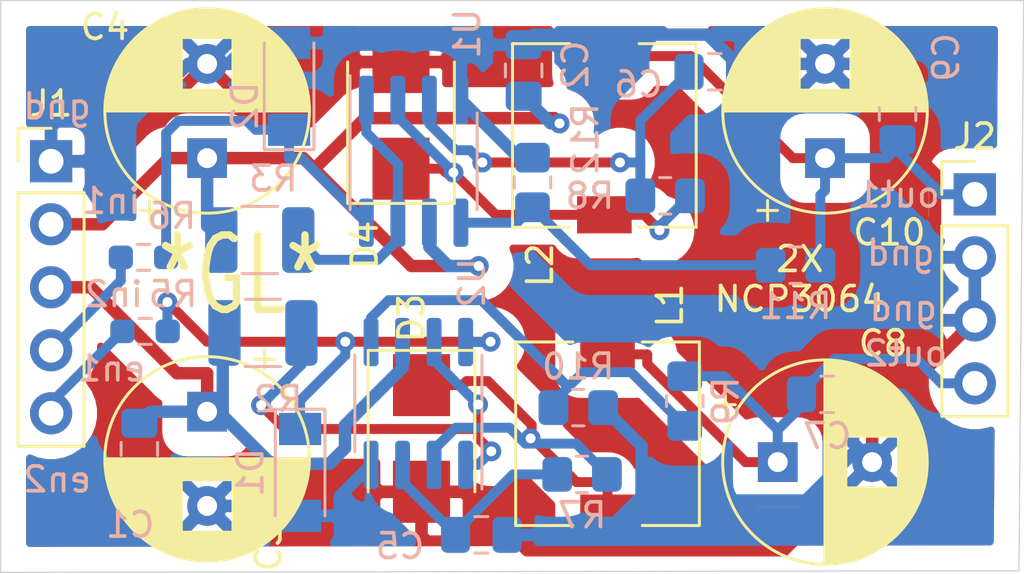
<source format=kicad_pcb>
(kicad_pcb (version 20171130) (host pcbnew "(5.1.9)-1")

  (general
    (thickness 1.6)
    (drawings 16)
    (tracks 227)
    (zones 0)
    (modules 30)
    (nets 18)
  )

  (page A4)
  (layers
    (0 F.Cu signal)
    (31 B.Cu signal)
    (32 B.Adhes user)
    (33 F.Adhes user)
    (34 B.Paste user)
    (35 F.Paste user)
    (36 B.SilkS user)
    (37 F.SilkS user)
    (38 B.Mask user)
    (39 F.Mask user)
    (40 Dwgs.User user)
    (41 Cmts.User user)
    (42 Eco1.User user)
    (43 Eco2.User user)
    (44 Edge.Cuts user)
    (45 Margin user)
    (46 B.CrtYd user)
    (47 F.CrtYd user)
    (48 B.Fab user hide)
    (49 F.Fab user hide)
  )

  (setup
    (last_trace_width 0.4)
    (user_trace_width 0.2)
    (user_trace_width 0.25)
    (user_trace_width 0.5)
    (user_trace_width 0.7)
    (user_trace_width 1)
    (trace_clearance 0.3)
    (zone_clearance 1)
    (zone_45_only no)
    (trace_min 0.2)
    (via_size 0.8)
    (via_drill 0.4)
    (via_min_size 0.4)
    (via_min_drill 0.3)
    (uvia_size 0.3)
    (uvia_drill 0.1)
    (uvias_allowed no)
    (uvia_min_size 0.2)
    (uvia_min_drill 0.1)
    (edge_width 0.05)
    (segment_width 0.2)
    (pcb_text_width 0.3)
    (pcb_text_size 1.5 1.5)
    (mod_edge_width 0.12)
    (mod_text_size 1 1)
    (mod_text_width 0.15)
    (pad_size 1.524 1.524)
    (pad_drill 0.762)
    (pad_to_mask_clearance 0)
    (aux_axis_origin 0 0)
    (visible_elements 7FFFFFFF)
    (pcbplotparams
      (layerselection 0x010f0_ffffffff)
      (usegerberextensions false)
      (usegerberattributes false)
      (usegerberadvancedattributes false)
      (creategerberjobfile false)
      (excludeedgelayer true)
      (linewidth 0.100000)
      (plotframeref false)
      (viasonmask false)
      (mode 1)
      (useauxorigin false)
      (hpglpennumber 1)
      (hpglpenspeed 20)
      (hpglpendiameter 15.000000)
      (psnegative false)
      (psa4output false)
      (plotreference true)
      (plotvalue true)
      (plotinvisibletext false)
      (padsonsilk false)
      (subtractmaskfromsilk false)
      (outputformat 1)
      (mirror false)
      (drillshape 0)
      (scaleselection 1)
      (outputdirectory "../Gerber_power_module/"))
  )

  (net 0 "")
  (net 1 GND)
  (net 2 "Net-(C1-Pad1)")
  (net 3 "Net-(C2-Pad1)")
  (net 4 "Net-(C5-Pad1)")
  (net 5 "Net-(C6-Pad1)")
  (net 6 "Net-(C7-Pad1)")
  (net 7 "Net-(C10-Pad1)")
  (net 8 "Net-(D1-Pad1)")
  (net 9 "Net-(D2-Pad1)")
  (net 10 "Net-(D3-Pad1)")
  (net 11 "Net-(D4-Pad1)")
  (net 12 "Net-(R3-Pad1)")
  (net 13 "Net-(R10-Pad2)")
  (net 14 "Net-(R11-Pad1)")
  (net 15 "Net-(J1-Pad5)")
  (net 16 "Net-(J1-Pad4)")
  (net 17 "Net-(R2-Pad1)")

  (net_class Default "This is the default net class."
    (clearance 0.3)
    (trace_width 0.4)
    (via_dia 0.8)
    (via_drill 0.4)
    (uvia_dia 0.3)
    (uvia_drill 0.1)
    (add_net "Net-(C10-Pad1)")
    (add_net "Net-(C5-Pad1)")
    (add_net "Net-(C6-Pad1)")
    (add_net "Net-(C7-Pad1)")
    (add_net "Net-(D1-Pad1)")
    (add_net "Net-(D2-Pad1)")
    (add_net "Net-(D3-Pad1)")
    (add_net "Net-(D4-Pad1)")
    (add_net "Net-(J1-Pad4)")
    (add_net "Net-(J1-Pad5)")
    (add_net "Net-(R10-Pad2)")
    (add_net "Net-(R11-Pad1)")
    (add_net "Net-(R2-Pad1)")
    (add_net "Net-(R3-Pad1)")
  )

  (net_class gnd ""
    (clearance 0.5)
    (trace_width 0.5)
    (via_dia 0.8)
    (via_drill 0.4)
    (uvia_dia 0.3)
    (uvia_drill 0.1)
    (add_net GND)
  )

  (net_class vcc ""
    (clearance 0.5)
    (trace_width 0.5)
    (via_dia 0.8)
    (via_drill 0.4)
    (uvia_dia 0.3)
    (uvia_drill 0.1)
    (add_net "Net-(C1-Pad1)")
    (add_net "Net-(C2-Pad1)")
  )

  (module Resistor_SMD:R_1210_3225Metric_Pad1.30x2.65mm_HandSolder (layer B.Cu) (tedit 5F68FEEE) (tstamp 6077347A)
    (at 211.798 37.5285 180)
    (descr "Resistor SMD 1210 (3225 Metric), square (rectangular) end terminal, IPC_7351 nominal with elongated pad for handsoldering. (Body size source: IPC-SM-782 page 72, https://www.pcb-3d.com/wordpress/wp-content/uploads/ipc-sm-782a_amendment_1_and_2.pdf), generated with kicad-footprint-generator")
    (tags "resistor handsolder")
    (path /6084C7BB)
    (attr smd)
    (fp_text reference R2 (at -0.609 -2.667) (layer B.SilkS)
      (effects (font (size 1 1) (thickness 0.15)) (justify mirror))
    )
    (fp_text value 0.15R (at 0 -2.28) (layer B.Fab)
      (effects (font (size 1 1) (thickness 0.15)) (justify mirror))
    )
    (fp_line (start 2.45 -1.58) (end -2.45 -1.58) (layer B.CrtYd) (width 0.05))
    (fp_line (start 2.45 1.58) (end 2.45 -1.58) (layer B.CrtYd) (width 0.05))
    (fp_line (start -2.45 1.58) (end 2.45 1.58) (layer B.CrtYd) (width 0.05))
    (fp_line (start -2.45 -1.58) (end -2.45 1.58) (layer B.CrtYd) (width 0.05))
    (fp_line (start -0.723737 -1.355) (end 0.723737 -1.355) (layer B.SilkS) (width 0.12))
    (fp_line (start -0.723737 1.355) (end 0.723737 1.355) (layer B.SilkS) (width 0.12))
    (fp_line (start 1.6 -1.245) (end -1.6 -1.245) (layer B.Fab) (width 0.1))
    (fp_line (start 1.6 1.245) (end 1.6 -1.245) (layer B.Fab) (width 0.1))
    (fp_line (start -1.6 1.245) (end 1.6 1.245) (layer B.Fab) (width 0.1))
    (fp_line (start -1.6 -1.245) (end -1.6 1.245) (layer B.Fab) (width 0.1))
    (fp_text user %R (at 0 0) (layer B.Fab)
      (effects (font (size 0.8 0.8) (thickness 0.12)) (justify mirror))
    )
    (pad 2 smd roundrect (at 1.55 0 180) (size 1.3 2.65) (layers B.Cu B.Paste B.Mask) (roundrect_rratio 0.1923076923076923)
      (net 2 "Net-(C1-Pad1)"))
    (pad 1 smd roundrect (at -1.55 0 180) (size 1.3 2.65) (layers B.Cu B.Paste B.Mask) (roundrect_rratio 0.1923076923076923)
      (net 17 "Net-(R2-Pad1)"))
    (model ${KISYS3DMOD}/Resistor_SMD.3dshapes/R_1210_3225Metric.wrl
      (at (xyz 0 0 0))
      (scale (xyz 1 1 1))
      (rotate (xyz 0 0 0))
    )
  )

  (module Connector_PinHeader_2.54mm:PinHeader_1x04_P2.54mm_Vertical (layer F.Cu) (tedit 59FED5CC) (tstamp 60798784)
    (at 240.474 31.9405)
    (descr "Through hole straight pin header, 1x04, 2.54mm pitch, single row")
    (tags "Through hole pin header THT 1x04 2.54mm single row")
    (path /6095E191)
    (fp_text reference J2 (at 0 -2.33) (layer F.SilkS)
      (effects (font (size 1 1) (thickness 0.15)))
    )
    (fp_text value Conn_01x04 (at 0 9.95) (layer F.Fab)
      (effects (font (size 1 1) (thickness 0.15)))
    )
    (fp_line (start 1.8 -1.8) (end -1.8 -1.8) (layer F.CrtYd) (width 0.05))
    (fp_line (start 1.8 9.4) (end 1.8 -1.8) (layer F.CrtYd) (width 0.05))
    (fp_line (start -1.8 9.4) (end 1.8 9.4) (layer F.CrtYd) (width 0.05))
    (fp_line (start -1.8 -1.8) (end -1.8 9.4) (layer F.CrtYd) (width 0.05))
    (fp_line (start -1.33 -1.33) (end 0 -1.33) (layer F.SilkS) (width 0.12))
    (fp_line (start -1.33 0) (end -1.33 -1.33) (layer F.SilkS) (width 0.12))
    (fp_line (start -1.33 1.27) (end 1.33 1.27) (layer F.SilkS) (width 0.12))
    (fp_line (start 1.33 1.27) (end 1.33 8.95) (layer F.SilkS) (width 0.12))
    (fp_line (start -1.33 1.27) (end -1.33 8.95) (layer F.SilkS) (width 0.12))
    (fp_line (start -1.33 8.95) (end 1.33 8.95) (layer F.SilkS) (width 0.12))
    (fp_line (start -1.27 -0.635) (end -0.635 -1.27) (layer F.Fab) (width 0.1))
    (fp_line (start -1.27 8.89) (end -1.27 -0.635) (layer F.Fab) (width 0.1))
    (fp_line (start 1.27 8.89) (end -1.27 8.89) (layer F.Fab) (width 0.1))
    (fp_line (start 1.27 -1.27) (end 1.27 8.89) (layer F.Fab) (width 0.1))
    (fp_line (start -0.635 -1.27) (end 1.27 -1.27) (layer F.Fab) (width 0.1))
    (fp_text user %R (at 0 3.81 90) (layer F.Fab)
      (effects (font (size 1 1) (thickness 0.15)))
    )
    (pad 4 thru_hole oval (at 0 7.62) (size 1.7 1.7) (drill 1) (layers *.Cu *.Mask)
      (net 6 "Net-(C7-Pad1)"))
    (pad 3 thru_hole oval (at 0 5.08) (size 1.7 1.7) (drill 1) (layers *.Cu *.Mask)
      (net 1 GND))
    (pad 2 thru_hole oval (at 0 2.54) (size 1.7 1.7) (drill 1) (layers *.Cu *.Mask)
      (net 1 GND))
    (pad 1 thru_hole rect (at 0 0) (size 1.7 1.7) (drill 1) (layers *.Cu *.Mask)
      (net 7 "Net-(C10-Pad1)"))
    (model ${KISYS3DMOD}/Connector_PinHeader_2.54mm.3dshapes/PinHeader_1x04_P2.54mm_Vertical.wrl
      (at (xyz 0 0 0))
      (scale (xyz 1 1 1))
      (rotate (xyz 0 0 0))
    )
  )

  (module Inductor_SMD:L_7.3x7.3_H4.5 (layer F.Cu) (tedit 5990349C) (tstamp 60773458)
    (at 225.552 29.566 90)
    (descr "Choke, SMD, 7.3x7.3mm 4.5mm height")
    (tags "Choke SMD")
    (path /6080ABE8)
    (attr smd)
    (fp_text reference L2 (at -5.232 -2.5908 90) (layer F.SilkS)
      (effects (font (size 1 1) (thickness 0.15)))
    )
    (fp_text value 33-47uH (at 0 4.45 90) (layer F.Fab)
      (effects (font (size 1 1) (thickness 0.15)))
    )
    (fp_line (start -3.65 -3.65) (end 3.65 -3.65) (layer F.Fab) (width 0.1))
    (fp_line (start 3.65 3.65) (end -3.65 3.65) (layer F.Fab) (width 0.1))
    (fp_line (start -3.65 -3.65) (end -3.65 -1.4) (layer F.Fab) (width 0.1))
    (fp_line (start -3.65 3.65) (end -3.65 1.4) (layer F.Fab) (width 0.1))
    (fp_line (start 3.65 -3.65) (end 3.65 -1.4) (layer F.Fab) (width 0.1))
    (fp_line (start 3.65 3.65) (end 3.65 1.4) (layer F.Fab) (width 0.1))
    (fp_line (start 4.2 -3.9) (end -4.2 -3.9) (layer F.CrtYd) (width 0.05))
    (fp_line (start 4.2 3.9) (end 4.2 -3.9) (layer F.CrtYd) (width 0.05))
    (fp_line (start -4.2 3.9) (end 4.2 3.9) (layer F.CrtYd) (width 0.05))
    (fp_line (start -4.2 -3.9) (end -4.2 3.9) (layer F.CrtYd) (width 0.05))
    (fp_line (start 3.7 -3.7) (end 3.7 -1.4) (layer F.SilkS) (width 0.12))
    (fp_line (start -3.7 -3.7) (end 3.7 -3.7) (layer F.SilkS) (width 0.12))
    (fp_line (start -3.7 -1.4) (end -3.7 -3.7) (layer F.SilkS) (width 0.12))
    (fp_line (start -3.7 3.7) (end -3.7 1.4) (layer F.SilkS) (width 0.12))
    (fp_line (start 3.7 3.7) (end -3.7 3.7) (layer F.SilkS) (width 0.12))
    (fp_line (start 3.7 1.4) (end 3.7 3.7) (layer F.SilkS) (width 0.12))
    (fp_arc (start 0 0) (end -2.29 -2.29) (angle 90) (layer F.Fab) (width 0.1))
    (fp_arc (start 0 0) (end 2.29 2.29) (angle 90) (layer F.Fab) (width 0.1))
    (fp_text user %R (at 0 0 90) (layer F.Fab)
      (effects (font (size 1 1) (thickness 0.15)))
    )
    (pad 2 smd rect (at 3.2 0 90) (size 1.5 2.2) (layers F.Cu F.Paste F.Mask)
      (net 7 "Net-(C10-Pad1)"))
    (pad 1 smd rect (at -3.2 0 90) (size 1.5 2.2) (layers F.Cu F.Paste F.Mask)
      (net 11 "Net-(D4-Pad1)"))
    (model ${KISYS3DMOD}/Inductor_SMD.3dshapes/L_7.3x7.3_H4.5.wrl
      (at (xyz 0 0 0))
      (scale (xyz 1 1 1))
      (rotate (xyz 0 0 0))
    )
  )

  (module Connector_PinHeader_2.54mm:PinHeader_1x05_P2.54mm_Vertical (layer F.Cu) (tedit 59FED5CC) (tstamp 60785734)
    (at 203.264 30.607)
    (descr "Through hole straight pin header, 1x05, 2.54mm pitch, single row")
    (tags "Through hole pin header THT 1x05 2.54mm single row")
    (path /608CD061)
    (fp_text reference J1 (at 0 -2.33) (layer F.SilkS)
      (effects (font (size 1 1) (thickness 0.15)))
    )
    (fp_text value Conn_01x05 (at 0 12.49) (layer F.Fab)
      (effects (font (size 1 1) (thickness 0.15)))
    )
    (fp_line (start -0.635 -1.27) (end 1.27 -1.27) (layer F.Fab) (width 0.1))
    (fp_line (start 1.27 -1.27) (end 1.27 11.43) (layer F.Fab) (width 0.1))
    (fp_line (start 1.27 11.43) (end -1.27 11.43) (layer F.Fab) (width 0.1))
    (fp_line (start -1.27 11.43) (end -1.27 -0.635) (layer F.Fab) (width 0.1))
    (fp_line (start -1.27 -0.635) (end -0.635 -1.27) (layer F.Fab) (width 0.1))
    (fp_line (start -1.33 11.49) (end 1.33 11.49) (layer F.SilkS) (width 0.12))
    (fp_line (start -1.33 1.27) (end -1.33 11.49) (layer F.SilkS) (width 0.12))
    (fp_line (start 1.33 1.27) (end 1.33 11.49) (layer F.SilkS) (width 0.12))
    (fp_line (start -1.33 1.27) (end 1.33 1.27) (layer F.SilkS) (width 0.12))
    (fp_line (start -1.33 0) (end -1.33 -1.33) (layer F.SilkS) (width 0.12))
    (fp_line (start -1.33 -1.33) (end 0 -1.33) (layer F.SilkS) (width 0.12))
    (fp_line (start -1.8 -1.8) (end -1.8 11.95) (layer F.CrtYd) (width 0.05))
    (fp_line (start -1.8 11.95) (end 1.8 11.95) (layer F.CrtYd) (width 0.05))
    (fp_line (start 1.8 11.95) (end 1.8 -1.8) (layer F.CrtYd) (width 0.05))
    (fp_line (start 1.8 -1.8) (end -1.8 -1.8) (layer F.CrtYd) (width 0.05))
    (fp_text user %R (at 0 5.08 90) (layer F.Fab)
      (effects (font (size 1 1) (thickness 0.15)))
    )
    (pad 5 thru_hole oval (at 0 10.16) (size 1.7 1.7) (drill 1) (layers *.Cu *.Mask)
      (net 15 "Net-(J1-Pad5)"))
    (pad 4 thru_hole oval (at 0 7.62) (size 1.7 1.7) (drill 1) (layers *.Cu *.Mask)
      (net 16 "Net-(J1-Pad4)"))
    (pad 3 thru_hole oval (at 0 5.08) (size 1.7 1.7) (drill 1) (layers *.Cu *.Mask)
      (net 2 "Net-(C1-Pad1)"))
    (pad 2 thru_hole oval (at 0 2.54) (size 1.7 1.7) (drill 1) (layers *.Cu *.Mask)
      (net 3 "Net-(C2-Pad1)"))
    (pad 1 thru_hole rect (at 0 0) (size 1.7 1.7) (drill 1) (layers *.Cu *.Mask)
      (net 1 GND))
    (model ${KISYS3DMOD}/Connector_PinHeader_2.54mm.3dshapes/PinHeader_1x05_P2.54mm_Vertical.wrl
      (at (xyz 0 0 0))
      (scale (xyz 1 1 1))
      (rotate (xyz 0 0 0))
    )
  )

  (module Capacitor_SMD:C_0805_2012Metric_Pad1.18x1.45mm_HandSolder (layer B.Cu) (tedit 5F68FEEF) (tstamp 60773293)
    (at 237.363 28.702 90)
    (descr "Capacitor SMD 0805 (2012 Metric), square (rectangular) end terminal, IPC_7351 nominal with elongated pad for handsoldering. (Body size source: IPC-SM-782 page 76, https://www.pcb-3d.com/wordpress/wp-content/uploads/ipc-sm-782a_amendment_1_and_2.pdf, https://docs.google.com/spreadsheets/d/1BsfQQcO9C6DZCsRaXUlFlo91Tg2WpOkGARC1WS5S8t0/edit?usp=sharing), generated with kicad-footprint-generator")
    (tags "capacitor handsolder")
    (path /6081DA58)
    (attr smd)
    (fp_text reference C9 (at 2.286 1.9558 270) (layer B.SilkS)
      (effects (font (size 1 1) (thickness 0.15)) (justify mirror))
    )
    (fp_text value 100n (at 0 -1.68 270) (layer B.Fab)
      (effects (font (size 1 1) (thickness 0.15)) (justify mirror))
    )
    (fp_line (start 1.88 -0.98) (end -1.88 -0.98) (layer B.CrtYd) (width 0.05))
    (fp_line (start 1.88 0.98) (end 1.88 -0.98) (layer B.CrtYd) (width 0.05))
    (fp_line (start -1.88 0.98) (end 1.88 0.98) (layer B.CrtYd) (width 0.05))
    (fp_line (start -1.88 -0.98) (end -1.88 0.98) (layer B.CrtYd) (width 0.05))
    (fp_line (start -0.261252 -0.735) (end 0.261252 -0.735) (layer B.SilkS) (width 0.12))
    (fp_line (start -0.261252 0.735) (end 0.261252 0.735) (layer B.SilkS) (width 0.12))
    (fp_line (start 1 -0.625) (end -1 -0.625) (layer B.Fab) (width 0.1))
    (fp_line (start 1 0.625) (end 1 -0.625) (layer B.Fab) (width 0.1))
    (fp_line (start -1 0.625) (end 1 0.625) (layer B.Fab) (width 0.1))
    (fp_line (start -1 -0.625) (end -1 0.625) (layer B.Fab) (width 0.1))
    (fp_text user %R (at 0 0 270) (layer B.Fab)
      (effects (font (size 0.5 0.5) (thickness 0.08)) (justify mirror))
    )
    (pad 2 smd roundrect (at 1.0375 0 90) (size 1.175 1.45) (layers B.Cu B.Paste B.Mask) (roundrect_rratio 0.2127659574468085)
      (net 1 GND))
    (pad 1 smd roundrect (at -1.0375 0 90) (size 1.175 1.45) (layers B.Cu B.Paste B.Mask) (roundrect_rratio 0.2127659574468085)
      (net 7 "Net-(C10-Pad1)"))
    (model ${KISYS3DMOD}/Capacitor_SMD.3dshapes/C_0805_2012Metric.wrl
      (at (xyz 0 0 0))
      (scale (xyz 1 1 1))
      (rotate (xyz 0 0 0))
    )
  )

  (module Capacitor_SMD:C_0805_2012Metric_Pad1.18x1.45mm_HandSolder (layer B.Cu) (tedit 5F68FEEF) (tstamp 607731D9)
    (at 234.527 40.005)
    (descr "Capacitor SMD 0805 (2012 Metric), square (rectangular) end terminal, IPC_7351 nominal with elongated pad for handsoldering. (Body size source: IPC-SM-782 page 76, https://www.pcb-3d.com/wordpress/wp-content/uploads/ipc-sm-782a_amendment_1_and_2.pdf, https://docs.google.com/spreadsheets/d/1BsfQQcO9C6DZCsRaXUlFlo91Tg2WpOkGARC1WS5S8t0/edit?usp=sharing), generated with kicad-footprint-generator")
    (tags "capacitor handsolder")
    (path /6084C73E)
    (attr smd)
    (fp_text reference C7 (at 0 1.68 180) (layer B.SilkS)
      (effects (font (size 1 1) (thickness 0.15)) (justify mirror))
    )
    (fp_text value 100n (at 0 -1.68 180) (layer B.Fab)
      (effects (font (size 1 1) (thickness 0.15)) (justify mirror))
    )
    (fp_line (start 1.88 -0.98) (end -1.88 -0.98) (layer B.CrtYd) (width 0.05))
    (fp_line (start 1.88 0.98) (end 1.88 -0.98) (layer B.CrtYd) (width 0.05))
    (fp_line (start -1.88 0.98) (end 1.88 0.98) (layer B.CrtYd) (width 0.05))
    (fp_line (start -1.88 -0.98) (end -1.88 0.98) (layer B.CrtYd) (width 0.05))
    (fp_line (start -0.261252 -0.735) (end 0.261252 -0.735) (layer B.SilkS) (width 0.12))
    (fp_line (start -0.261252 0.735) (end 0.261252 0.735) (layer B.SilkS) (width 0.12))
    (fp_line (start 1 -0.625) (end -1 -0.625) (layer B.Fab) (width 0.1))
    (fp_line (start 1 0.625) (end 1 -0.625) (layer B.Fab) (width 0.1))
    (fp_line (start -1 0.625) (end 1 0.625) (layer B.Fab) (width 0.1))
    (fp_line (start -1 -0.625) (end -1 0.625) (layer B.Fab) (width 0.1))
    (fp_text user %R (at 0 0 180) (layer B.Fab)
      (effects (font (size 0.5 0.5) (thickness 0.08)) (justify mirror))
    )
    (pad 2 smd roundrect (at 1.0375 0) (size 1.175 1.45) (layers B.Cu B.Paste B.Mask) (roundrect_rratio 0.2127659574468085)
      (net 1 GND))
    (pad 1 smd roundrect (at -1.0375 0) (size 1.175 1.45) (layers B.Cu B.Paste B.Mask) (roundrect_rratio 0.2127659574468085)
      (net 6 "Net-(C7-Pad1)"))
    (model ${KISYS3DMOD}/Capacitor_SMD.3dshapes/C_0805_2012Metric.wrl
      (at (xyz 0 0 0))
      (scale (xyz 1 1 1))
      (rotate (xyz 0 0 0))
    )
  )

  (module Capacitor_SMD:C_0805_2012Metric_Pad1.18x1.45mm_HandSolder (layer B.Cu) (tedit 5F68FEEF) (tstamp 60773054)
    (at 222.301 26.9455 90)
    (descr "Capacitor SMD 0805 (2012 Metric), square (rectangular) end terminal, IPC_7351 nominal with elongated pad for handsoldering. (Body size source: IPC-SM-782 page 76, https://www.pcb-3d.com/wordpress/wp-content/uploads/ipc-sm-782a_amendment_1_and_2.pdf, https://docs.google.com/spreadsheets/d/1BsfQQcO9C6DZCsRaXUlFlo91Tg2WpOkGARC1WS5S8t0/edit?usp=sharing), generated with kicad-footprint-generator")
    (tags "capacitor handsolder")
    (path /607F6924)
    (attr smd)
    (fp_text reference C2 (at 0.2247 2.0826 90) (layer B.SilkS)
      (effects (font (size 1 1) (thickness 0.15)) (justify mirror))
    )
    (fp_text value 100n (at 0 -1.68 90) (layer B.Fab)
      (effects (font (size 1 1) (thickness 0.15)) (justify mirror))
    )
    (fp_line (start 1.88 -0.98) (end -1.88 -0.98) (layer B.CrtYd) (width 0.05))
    (fp_line (start 1.88 0.98) (end 1.88 -0.98) (layer B.CrtYd) (width 0.05))
    (fp_line (start -1.88 0.98) (end 1.88 0.98) (layer B.CrtYd) (width 0.05))
    (fp_line (start -1.88 -0.98) (end -1.88 0.98) (layer B.CrtYd) (width 0.05))
    (fp_line (start -0.261252 -0.735) (end 0.261252 -0.735) (layer B.SilkS) (width 0.12))
    (fp_line (start -0.261252 0.735) (end 0.261252 0.735) (layer B.SilkS) (width 0.12))
    (fp_line (start 1 -0.625) (end -1 -0.625) (layer B.Fab) (width 0.1))
    (fp_line (start 1 0.625) (end 1 -0.625) (layer B.Fab) (width 0.1))
    (fp_line (start -1 0.625) (end 1 0.625) (layer B.Fab) (width 0.1))
    (fp_line (start -1 -0.625) (end -1 0.625) (layer B.Fab) (width 0.1))
    (fp_text user %R (at 0 0 90) (layer B.Fab)
      (effects (font (size 0.5 0.5) (thickness 0.08)) (justify mirror))
    )
    (pad 2 smd roundrect (at 1.0375 0 90) (size 1.175 1.45) (layers B.Cu B.Paste B.Mask) (roundrect_rratio 0.2127659574468085)
      (net 1 GND))
    (pad 1 smd roundrect (at -1.0375 0 90) (size 1.175 1.45) (layers B.Cu B.Paste B.Mask) (roundrect_rratio 0.2127659574468085)
      (net 3 "Net-(C2-Pad1)"))
    (model ${KISYS3DMOD}/Capacitor_SMD.3dshapes/C_0805_2012Metric.wrl
      (at (xyz 0 0 0))
      (scale (xyz 1 1 1))
      (rotate (xyz 0 0 0))
    )
  )

  (module Capacitor_SMD:C_0805_2012Metric_Pad1.18x1.45mm_HandSolder (layer B.Cu) (tedit 5F68FEEF) (tstamp 60773043)
    (at 206.82 42.206 270)
    (descr "Capacitor SMD 0805 (2012 Metric), square (rectangular) end terminal, IPC_7351 nominal with elongated pad for handsoldering. (Body size source: IPC-SM-782 page 76, https://www.pcb-3d.com/wordpress/wp-content/uploads/ipc-sm-782a_amendment_1_and_2.pdf, https://docs.google.com/spreadsheets/d/1BsfQQcO9C6DZCsRaXUlFlo91Tg2WpOkGARC1WS5S8t0/edit?usp=sharing), generated with kicad-footprint-generator")
    (tags "capacitor handsolder")
    (path /6084C7C9)
    (attr smd)
    (fp_text reference C1 (at 3.0568 0.3688) (layer B.SilkS)
      (effects (font (size 1 1) (thickness 0.15)) (justify mirror))
    )
    (fp_text value 100n (at 0 -1.68 270) (layer B.Fab)
      (effects (font (size 1 1) (thickness 0.15)) (justify mirror))
    )
    (fp_line (start 1.88 -0.98) (end -1.88 -0.98) (layer B.CrtYd) (width 0.05))
    (fp_line (start 1.88 0.98) (end 1.88 -0.98) (layer B.CrtYd) (width 0.05))
    (fp_line (start -1.88 0.98) (end 1.88 0.98) (layer B.CrtYd) (width 0.05))
    (fp_line (start -1.88 -0.98) (end -1.88 0.98) (layer B.CrtYd) (width 0.05))
    (fp_line (start -0.261252 -0.735) (end 0.261252 -0.735) (layer B.SilkS) (width 0.12))
    (fp_line (start -0.261252 0.735) (end 0.261252 0.735) (layer B.SilkS) (width 0.12))
    (fp_line (start 1 -0.625) (end -1 -0.625) (layer B.Fab) (width 0.1))
    (fp_line (start 1 0.625) (end 1 -0.625) (layer B.Fab) (width 0.1))
    (fp_line (start -1 0.625) (end 1 0.625) (layer B.Fab) (width 0.1))
    (fp_line (start -1 -0.625) (end -1 0.625) (layer B.Fab) (width 0.1))
    (fp_text user %R (at 0 0 270) (layer B.Fab)
      (effects (font (size 0.5 0.5) (thickness 0.08)) (justify mirror))
    )
    (pad 2 smd roundrect (at 1.0375 0 270) (size 1.175 1.45) (layers B.Cu B.Paste B.Mask) (roundrect_rratio 0.2127659574468085)
      (net 1 GND))
    (pad 1 smd roundrect (at -1.0375 0 270) (size 1.175 1.45) (layers B.Cu B.Paste B.Mask) (roundrect_rratio 0.2127659574468085)
      (net 2 "Net-(C1-Pad1)"))
    (model ${KISYS3DMOD}/Capacitor_SMD.3dshapes/C_0805_2012Metric.wrl
      (at (xyz 0 0 0))
      (scale (xyz 1 1 1))
      (rotate (xyz 0 0 0))
    )
  )

  (module Inductor_SMD:L_7.3x7.3_H4.5 (layer F.Cu) (tedit 5990349C) (tstamp 60773409)
    (at 225.679 41.5925 90)
    (descr "Choke, SMD, 7.3x7.3mm 4.5mm height")
    (tags "Choke SMD")
    (path /6084C780)
    (attr smd)
    (fp_text reference L1 (at 5.1689 2.5146 90) (layer F.SilkS)
      (effects (font (size 1 1) (thickness 0.15)))
    )
    (fp_text value 33-47uH (at 0 4.45 90) (layer F.Fab)
      (effects (font (size 1 1) (thickness 0.15)))
    )
    (fp_line (start 3.7 1.4) (end 3.7 3.7) (layer F.SilkS) (width 0.12))
    (fp_line (start 3.7 3.7) (end -3.7 3.7) (layer F.SilkS) (width 0.12))
    (fp_line (start -3.7 3.7) (end -3.7 1.4) (layer F.SilkS) (width 0.12))
    (fp_line (start -3.7 -1.4) (end -3.7 -3.7) (layer F.SilkS) (width 0.12))
    (fp_line (start -3.7 -3.7) (end 3.7 -3.7) (layer F.SilkS) (width 0.12))
    (fp_line (start 3.7 -3.7) (end 3.7 -1.4) (layer F.SilkS) (width 0.12))
    (fp_line (start -4.2 -3.9) (end -4.2 3.9) (layer F.CrtYd) (width 0.05))
    (fp_line (start -4.2 3.9) (end 4.2 3.9) (layer F.CrtYd) (width 0.05))
    (fp_line (start 4.2 3.9) (end 4.2 -3.9) (layer F.CrtYd) (width 0.05))
    (fp_line (start 4.2 -3.9) (end -4.2 -3.9) (layer F.CrtYd) (width 0.05))
    (fp_line (start 3.65 3.65) (end 3.65 1.4) (layer F.Fab) (width 0.1))
    (fp_line (start 3.65 -3.65) (end 3.65 -1.4) (layer F.Fab) (width 0.1))
    (fp_line (start -3.65 3.65) (end -3.65 1.4) (layer F.Fab) (width 0.1))
    (fp_line (start -3.65 -3.65) (end -3.65 -1.4) (layer F.Fab) (width 0.1))
    (fp_line (start 3.65 3.65) (end -3.65 3.65) (layer F.Fab) (width 0.1))
    (fp_line (start -3.65 -3.65) (end 3.65 -3.65) (layer F.Fab) (width 0.1))
    (fp_arc (start 0 0) (end -2.29 -2.29) (angle 90) (layer F.Fab) (width 0.1))
    (fp_arc (start 0 0) (end 2.29 2.29) (angle 90) (layer F.Fab) (width 0.1))
    (fp_text user %R (at 0 0 90) (layer F.Fab)
      (effects (font (size 1 1) (thickness 0.15)))
    )
    (pad 2 smd rect (at 3.2 0 90) (size 1.5 2.2) (layers F.Cu F.Paste F.Mask)
      (net 6 "Net-(C7-Pad1)"))
    (pad 1 smd rect (at -3.2 0 90) (size 1.5 2.2) (layers F.Cu F.Paste F.Mask)
      (net 10 "Net-(D3-Pad1)"))
    (model ${KISYS3DMOD}/Inductor_SMD.3dshapes/L_7.3x7.3_H4.5.wrl
      (at (xyz 0 0 0))
      (scale (xyz 1 1 1))
      (rotate (xyz 0 0 0))
    )
  )

  (module Package_SO:SOIC-8_3.9x4.9mm_P1.27mm (layer B.Cu) (tedit 5D9F72B1) (tstamp 60773558)
    (at 218.059 40.3718 90)
    (descr "SOIC, 8 Pin (JEDEC MS-012AA, https://www.analog.com/media/en/package-pcb-resources/package/pkg_pdf/soic_narrow-r/r_8.pdf), generated with kicad-footprint-generator ipc_gullwing_generator.py")
    (tags "SOIC SO")
    (path /6084C7D0)
    (attr smd)
    (fp_text reference U2 (at 4.8626 2.159 270) (layer B.SilkS)
      (effects (font (size 1 1) (thickness 0.15)) (justify mirror))
    )
    (fp_text value NCP3064B (at 0 -3.4 270) (layer B.Fab)
      (effects (font (size 1 1) (thickness 0.15)) (justify mirror))
    )
    (fp_line (start 3.7 2.7) (end -3.7 2.7) (layer B.CrtYd) (width 0.05))
    (fp_line (start 3.7 -2.7) (end 3.7 2.7) (layer B.CrtYd) (width 0.05))
    (fp_line (start -3.7 -2.7) (end 3.7 -2.7) (layer B.CrtYd) (width 0.05))
    (fp_line (start -3.7 2.7) (end -3.7 -2.7) (layer B.CrtYd) (width 0.05))
    (fp_line (start -1.95 1.475) (end -0.975 2.45) (layer B.Fab) (width 0.1))
    (fp_line (start -1.95 -2.45) (end -1.95 1.475) (layer B.Fab) (width 0.1))
    (fp_line (start 1.95 -2.45) (end -1.95 -2.45) (layer B.Fab) (width 0.1))
    (fp_line (start 1.95 2.45) (end 1.95 -2.45) (layer B.Fab) (width 0.1))
    (fp_line (start -0.975 2.45) (end 1.95 2.45) (layer B.Fab) (width 0.1))
    (fp_line (start 0 2.56) (end -3.45 2.56) (layer B.SilkS) (width 0.12))
    (fp_line (start 0 2.56) (end 1.95 2.56) (layer B.SilkS) (width 0.12))
    (fp_line (start 0 -2.56) (end -1.95 -2.56) (layer B.SilkS) (width 0.12))
    (fp_line (start 0 -2.56) (end 1.95 -2.56) (layer B.SilkS) (width 0.12))
    (fp_text user %R (at 0 0 270) (layer B.Fab)
      (effects (font (size 0.98 0.98) (thickness 0.15)) (justify mirror))
    )
    (pad 8 smd roundrect (at 2.475 1.905 90) (size 1.95 0.6) (layers B.Cu B.Paste B.Mask) (roundrect_rratio 0.25)
      (net 8 "Net-(D1-Pad1)"))
    (pad 7 smd roundrect (at 2.475 0.635 90) (size 1.95 0.6) (layers B.Cu B.Paste B.Mask) (roundrect_rratio 0.25)
      (net 17 "Net-(R2-Pad1)"))
    (pad 6 smd roundrect (at 2.475 -0.635 90) (size 1.95 0.6) (layers B.Cu B.Paste B.Mask) (roundrect_rratio 0.25)
      (net 2 "Net-(C1-Pad1)"))
    (pad 5 smd roundrect (at 2.475 -1.905 90) (size 1.95 0.6) (layers B.Cu B.Paste B.Mask) (roundrect_rratio 0.25)
      (net 13 "Net-(R10-Pad2)"))
    (pad 4 smd roundrect (at -2.475 -1.905 90) (size 1.95 0.6) (layers B.Cu B.Paste B.Mask) (roundrect_rratio 0.25)
      (net 1 GND))
    (pad 3 smd roundrect (at -2.475 -0.635 90) (size 1.95 0.6) (layers B.Cu B.Paste B.Mask) (roundrect_rratio 0.25)
      (net 4 "Net-(C5-Pad1)"))
    (pad 2 smd roundrect (at -2.475 0.635 90) (size 1.95 0.6) (layers B.Cu B.Paste B.Mask) (roundrect_rratio 0.25)
      (net 10 "Net-(D3-Pad1)"))
    (pad 1 smd roundrect (at -2.475 1.905 90) (size 1.95 0.6) (layers B.Cu B.Paste B.Mask) (roundrect_rratio 0.25)
      (net 17 "Net-(R2-Pad1)"))
    (model ${KISYS3DMOD}/Package_SO.3dshapes/SOIC-8_3.9x4.9mm_P1.27mm.wrl
      (at (xyz 0 0 0))
      (scale (xyz 1 1 1))
      (rotate (xyz 0 0 0))
    )
  )

  (module Package_SO:SOIC-8_3.9x4.9mm_P1.27mm (layer B.Cu) (tedit 5D9F72B1) (tstamp 6077353E)
    (at 217.868 30.6085 270)
    (descr "SOIC, 8 Pin (JEDEC MS-012AA, https://www.analog.com/media/en/package-pcb-resources/package/pkg_pdf/soic_narrow-r/r_8.pdf), generated with kicad-footprint-generator ipc_gullwing_generator.py")
    (tags "SOIC SO")
    (path /607F4CB2)
    (attr smd)
    (fp_text reference U1 (at -5.145 -2.159 270) (layer B.SilkS)
      (effects (font (size 1 1) (thickness 0.15)) (justify mirror))
    )
    (fp_text value NCP3064B (at 0 -3.4 270) (layer B.Fab)
      (effects (font (size 1 1) (thickness 0.15)) (justify mirror))
    )
    (fp_line (start 3.7 2.7) (end -3.7 2.7) (layer B.CrtYd) (width 0.05))
    (fp_line (start 3.7 -2.7) (end 3.7 2.7) (layer B.CrtYd) (width 0.05))
    (fp_line (start -3.7 -2.7) (end 3.7 -2.7) (layer B.CrtYd) (width 0.05))
    (fp_line (start -3.7 2.7) (end -3.7 -2.7) (layer B.CrtYd) (width 0.05))
    (fp_line (start -1.95 1.475) (end -0.975 2.45) (layer B.Fab) (width 0.1))
    (fp_line (start -1.95 -2.45) (end -1.95 1.475) (layer B.Fab) (width 0.1))
    (fp_line (start 1.95 -2.45) (end -1.95 -2.45) (layer B.Fab) (width 0.1))
    (fp_line (start 1.95 2.45) (end 1.95 -2.45) (layer B.Fab) (width 0.1))
    (fp_line (start -0.975 2.45) (end 1.95 2.45) (layer B.Fab) (width 0.1))
    (fp_line (start 0 2.56) (end -3.45 2.56) (layer B.SilkS) (width 0.12))
    (fp_line (start 0 2.56) (end 1.95 2.56) (layer B.SilkS) (width 0.12))
    (fp_line (start 0 -2.56) (end -1.95 -2.56) (layer B.SilkS) (width 0.12))
    (fp_line (start 0 -2.56) (end 1.95 -2.56) (layer B.SilkS) (width 0.12))
    (fp_text user %R (at 0 0 270) (layer B.Fab)
      (effects (font (size 0.98 0.98) (thickness 0.15)) (justify mirror))
    )
    (pad 8 smd roundrect (at 2.475 1.905 270) (size 1.95 0.6) (layers B.Cu B.Paste B.Mask) (roundrect_rratio 0.25)
      (net 9 "Net-(D2-Pad1)"))
    (pad 7 smd roundrect (at 2.475 0.635 270) (size 1.95 0.6) (layers B.Cu B.Paste B.Mask) (roundrect_rratio 0.25)
      (net 12 "Net-(R3-Pad1)"))
    (pad 6 smd roundrect (at 2.475 -0.635 270) (size 1.95 0.6) (layers B.Cu B.Paste B.Mask) (roundrect_rratio 0.25)
      (net 3 "Net-(C2-Pad1)"))
    (pad 5 smd roundrect (at 2.475 -1.905 270) (size 1.95 0.6) (layers B.Cu B.Paste B.Mask) (roundrect_rratio 0.25)
      (net 14 "Net-(R11-Pad1)"))
    (pad 4 smd roundrect (at -2.475 -1.905 270) (size 1.95 0.6) (layers B.Cu B.Paste B.Mask) (roundrect_rratio 0.25)
      (net 1 GND))
    (pad 3 smd roundrect (at -2.475 -0.635 270) (size 1.95 0.6) (layers B.Cu B.Paste B.Mask) (roundrect_rratio 0.25)
      (net 5 "Net-(C6-Pad1)"))
    (pad 2 smd roundrect (at -2.475 0.635 270) (size 1.95 0.6) (layers B.Cu B.Paste B.Mask) (roundrect_rratio 0.25)
      (net 11 "Net-(D4-Pad1)"))
    (pad 1 smd roundrect (at -2.475 1.905 270) (size 1.95 0.6) (layers B.Cu B.Paste B.Mask) (roundrect_rratio 0.25)
      (net 12 "Net-(R3-Pad1)"))
    (model ${KISYS3DMOD}/Package_SO.3dshapes/SOIC-8_3.9x4.9mm_P1.27mm.wrl
      (at (xyz 0 0 0))
      (scale (xyz 1 1 1))
      (rotate (xyz 0 0 0))
    )
  )

  (module Resistor_SMD:R_0805_2012Metric_Pad1.20x1.40mm_HandSolder (layer B.Cu) (tedit 5F68FEEE) (tstamp 60773524)
    (at 222.656 31.4612 270)
    (descr "Resistor SMD 0805 (2012 Metric), square (rectangular) end terminal, IPC_7351 nominal with elongated pad for handsoldering. (Body size source: IPC-SM-782 page 72, https://www.pcb-3d.com/wordpress/wp-content/uploads/ipc-sm-782a_amendment_1_and_2.pdf), generated with kicad-footprint-generator")
    (tags "resistor handsolder")
    (path /6081A622)
    (attr smd)
    (fp_text reference R12 (at -1.7432 -2.1336 270) (layer B.SilkS)
      (effects (font (size 1 1) (thickness 0.15)) (justify mirror))
    )
    (fp_text value 8k2 (at 0 -1.65 270) (layer B.Fab)
      (effects (font (size 1 1) (thickness 0.15)) (justify mirror))
    )
    (fp_line (start 1.85 -0.95) (end -1.85 -0.95) (layer B.CrtYd) (width 0.05))
    (fp_line (start 1.85 0.95) (end 1.85 -0.95) (layer B.CrtYd) (width 0.05))
    (fp_line (start -1.85 0.95) (end 1.85 0.95) (layer B.CrtYd) (width 0.05))
    (fp_line (start -1.85 -0.95) (end -1.85 0.95) (layer B.CrtYd) (width 0.05))
    (fp_line (start -0.227064 -0.735) (end 0.227064 -0.735) (layer B.SilkS) (width 0.12))
    (fp_line (start -0.227064 0.735) (end 0.227064 0.735) (layer B.SilkS) (width 0.12))
    (fp_line (start 1 -0.625) (end -1 -0.625) (layer B.Fab) (width 0.1))
    (fp_line (start 1 0.625) (end 1 -0.625) (layer B.Fab) (width 0.1))
    (fp_line (start -1 0.625) (end 1 0.625) (layer B.Fab) (width 0.1))
    (fp_line (start -1 -0.625) (end -1 0.625) (layer B.Fab) (width 0.1))
    (fp_text user %R (at 0 0 270) (layer B.Fab)
      (effects (font (size 0.5 0.5) (thickness 0.08)) (justify mirror))
    )
    (pad 2 smd roundrect (at 1 0 270) (size 1.2 1.4) (layers B.Cu B.Paste B.Mask) (roundrect_rratio 0.2083325)
      (net 14 "Net-(R11-Pad1)"))
    (pad 1 smd roundrect (at -1 0 270) (size 1.2 1.4) (layers B.Cu B.Paste B.Mask) (roundrect_rratio 0.2083325)
      (net 1 GND))
    (model ${KISYS3DMOD}/Resistor_SMD.3dshapes/R_0805_2012Metric.wrl
      (at (xyz 0 0 0))
      (scale (xyz 1 1 1))
      (rotate (xyz 0 0 0))
    )
  )

  (module Resistor_SMD:R_0805_2012Metric_Pad1.20x1.40mm_HandSolder (layer B.Cu) (tedit 5F68FEEE) (tstamp 60773513)
    (at 233.252 34.798)
    (descr "Resistor SMD 0805 (2012 Metric), square (rectangular) end terminal, IPC_7351 nominal with elongated pad for handsoldering. (Body size source: IPC-SM-782 page 72, https://www.pcb-3d.com/wordpress/wp-content/uploads/ipc-sm-782a_amendment_1_and_2.pdf), generated with kicad-footprint-generator")
    (tags "resistor handsolder")
    (path /60819719)
    (attr smd)
    (fp_text reference R11 (at 0 1.65) (layer B.SilkS)
      (effects (font (size 1 1) (thickness 0.15)) (justify mirror))
    )
    (fp_text value 39k (at 0 -1.65) (layer B.Fab)
      (effects (font (size 1 1) (thickness 0.15)) (justify mirror))
    )
    (fp_line (start 1.85 -0.95) (end -1.85 -0.95) (layer B.CrtYd) (width 0.05))
    (fp_line (start 1.85 0.95) (end 1.85 -0.95) (layer B.CrtYd) (width 0.05))
    (fp_line (start -1.85 0.95) (end 1.85 0.95) (layer B.CrtYd) (width 0.05))
    (fp_line (start -1.85 -0.95) (end -1.85 0.95) (layer B.CrtYd) (width 0.05))
    (fp_line (start -0.227064 -0.735) (end 0.227064 -0.735) (layer B.SilkS) (width 0.12))
    (fp_line (start -0.227064 0.735) (end 0.227064 0.735) (layer B.SilkS) (width 0.12))
    (fp_line (start 1 -0.625) (end -1 -0.625) (layer B.Fab) (width 0.1))
    (fp_line (start 1 0.625) (end 1 -0.625) (layer B.Fab) (width 0.1))
    (fp_line (start -1 0.625) (end 1 0.625) (layer B.Fab) (width 0.1))
    (fp_line (start -1 -0.625) (end -1 0.625) (layer B.Fab) (width 0.1))
    (fp_text user %R (at 0 0) (layer B.Fab)
      (effects (font (size 0.5 0.5) (thickness 0.08)) (justify mirror))
    )
    (pad 2 smd roundrect (at 1 0) (size 1.2 1.4) (layers B.Cu B.Paste B.Mask) (roundrect_rratio 0.2083325)
      (net 7 "Net-(C10-Pad1)"))
    (pad 1 smd roundrect (at -1 0) (size 1.2 1.4) (layers B.Cu B.Paste B.Mask) (roundrect_rratio 0.2083325)
      (net 14 "Net-(R11-Pad1)"))
    (model ${KISYS3DMOD}/Resistor_SMD.3dshapes/R_0805_2012Metric.wrl
      (at (xyz 0 0 0))
      (scale (xyz 1 1 1))
      (rotate (xyz 0 0 0))
    )
  )

  (module Resistor_SMD:R_0805_2012Metric_Pad1.20x1.40mm_HandSolder placed (layer B.Cu) (tedit 5F68FEEE) (tstamp 60773502)
    (at 224.501 40.5384 180)
    (descr "Resistor SMD 0805 (2012 Metric), square (rectangular) end terminal, IPC_7351 nominal with elongated pad for handsoldering. (Body size source: IPC-SM-782 page 72, https://www.pcb-3d.com/wordpress/wp-content/uploads/ipc-sm-782a_amendment_1_and_2.pdf), generated with kicad-footprint-generator")
    (tags "resistor handsolder")
    (path /6084C751)
    (attr smd)
    (fp_text reference R10 (at 0 1.65) (layer B.SilkS)
      (effects (font (size 1 1) (thickness 0.15)) (justify mirror))
    )
    (fp_text value 1k (at 0 -1.65) (layer B.Fab)
      (effects (font (size 1 1) (thickness 0.15)) (justify mirror))
    )
    (fp_line (start 1.85 -0.95) (end -1.85 -0.95) (layer B.CrtYd) (width 0.05))
    (fp_line (start 1.85 0.95) (end 1.85 -0.95) (layer B.CrtYd) (width 0.05))
    (fp_line (start -1.85 0.95) (end 1.85 0.95) (layer B.CrtYd) (width 0.05))
    (fp_line (start -1.85 -0.95) (end -1.85 0.95) (layer B.CrtYd) (width 0.05))
    (fp_line (start -0.227064 -0.735) (end 0.227064 -0.735) (layer B.SilkS) (width 0.12))
    (fp_line (start -0.227064 0.735) (end 0.227064 0.735) (layer B.SilkS) (width 0.12))
    (fp_line (start 1 -0.625) (end -1 -0.625) (layer B.Fab) (width 0.1))
    (fp_line (start 1 0.625) (end 1 -0.625) (layer B.Fab) (width 0.1))
    (fp_line (start -1 0.625) (end 1 0.625) (layer B.Fab) (width 0.1))
    (fp_line (start -1 -0.625) (end -1 0.625) (layer B.Fab) (width 0.1))
    (fp_text user %R (at 0 0) (layer B.Fab)
      (effects (font (size 0.5 0.5) (thickness 0.08)) (justify mirror))
    )
    (pad 2 smd roundrect (at 1 0 180) (size 1.2 1.4) (layers B.Cu B.Paste B.Mask) (roundrect_rratio 0.2083325)
      (net 13 "Net-(R10-Pad2)"))
    (pad 1 smd roundrect (at -1 0 180) (size 1.2 1.4) (layers B.Cu B.Paste B.Mask) (roundrect_rratio 0.2083325)
      (net 1 GND))
    (model ${KISYS3DMOD}/Resistor_SMD.3dshapes/R_0805_2012Metric.wrl
      (at (xyz 0 0 0))
      (scale (xyz 1 1 1))
      (rotate (xyz 0 0 0))
    )
  )

  (module Resistor_SMD:R_0805_2012Metric_Pad1.20x1.40mm_HandSolder placed (layer B.Cu) (tedit 5F68FEEE) (tstamp 607734F1)
    (at 228.79 40.275 90)
    (descr "Resistor SMD 0805 (2012 Metric), square (rectangular) end terminal, IPC_7351 nominal with elongated pad for handsoldering. (Body size source: IPC-SM-782 page 72, https://www.pcb-3d.com/wordpress/wp-content/uploads/ipc-sm-782a_amendment_1_and_2.pdf), generated with kicad-footprint-generator")
    (tags "resistor handsolder")
    (path /6084C759)
    (attr smd)
    (fp_text reference R9 (at 0 1.65 270) (layer B.SilkS)
      (effects (font (size 1 1) (thickness 0.15)) (justify mirror))
    )
    (fp_text value 3k (at 0 -1.65 270) (layer B.Fab)
      (effects (font (size 1 1) (thickness 0.15)) (justify mirror))
    )
    (fp_line (start 1.85 -0.95) (end -1.85 -0.95) (layer B.CrtYd) (width 0.05))
    (fp_line (start 1.85 0.95) (end 1.85 -0.95) (layer B.CrtYd) (width 0.05))
    (fp_line (start -1.85 0.95) (end 1.85 0.95) (layer B.CrtYd) (width 0.05))
    (fp_line (start -1.85 -0.95) (end -1.85 0.95) (layer B.CrtYd) (width 0.05))
    (fp_line (start -0.227064 -0.735) (end 0.227064 -0.735) (layer B.SilkS) (width 0.12))
    (fp_line (start -0.227064 0.735) (end 0.227064 0.735) (layer B.SilkS) (width 0.12))
    (fp_line (start 1 -0.625) (end -1 -0.625) (layer B.Fab) (width 0.1))
    (fp_line (start 1 0.625) (end 1 -0.625) (layer B.Fab) (width 0.1))
    (fp_line (start -1 0.625) (end 1 0.625) (layer B.Fab) (width 0.1))
    (fp_line (start -1 -0.625) (end -1 0.625) (layer B.Fab) (width 0.1))
    (fp_text user %R (at 0 0 270) (layer B.Fab)
      (effects (font (size 0.5 0.5) (thickness 0.08)) (justify mirror))
    )
    (pad 2 smd roundrect (at 1 0 90) (size 1.2 1.4) (layers B.Cu B.Paste B.Mask) (roundrect_rratio 0.2083325)
      (net 6 "Net-(C7-Pad1)"))
    (pad 1 smd roundrect (at -1 0 90) (size 1.2 1.4) (layers B.Cu B.Paste B.Mask) (roundrect_rratio 0.2083325)
      (net 13 "Net-(R10-Pad2)"))
    (model ${KISYS3DMOD}/Resistor_SMD.3dshapes/R_0805_2012Metric.wrl
      (at (xyz 0 0 0))
      (scale (xyz 1 1 1))
      (rotate (xyz 0 0 0))
    )
  )

  (module Resistor_SMD:R_0805_2012Metric_Pad1.20x1.40mm_HandSolder placed (layer B.Cu) (tedit 5F68FEEE) (tstamp 607734E0)
    (at 228 32)
    (descr "Resistor SMD 0805 (2012 Metric), square (rectangular) end terminal, IPC_7351 nominal with elongated pad for handsoldering. (Body size source: IPC-SM-782 page 72, https://www.pcb-3d.com/wordpress/wp-content/uploads/ipc-sm-782a_amendment_1_and_2.pdf), generated with kicad-footprint-generator")
    (tags "resistor handsolder")
    (path /6081683A)
    (attr smd)
    (fp_text reference R8 (at -3.032 0) (layer B.SilkS)
      (effects (font (size 1 1) (thickness 0.15)) (justify mirror))
    )
    (fp_text value 12k (at 0 -1.65) (layer B.Fab)
      (effects (font (size 1 1) (thickness 0.15)) (justify mirror))
    )
    (fp_line (start 1.85 -0.95) (end -1.85 -0.95) (layer B.CrtYd) (width 0.05))
    (fp_line (start 1.85 0.95) (end 1.85 -0.95) (layer B.CrtYd) (width 0.05))
    (fp_line (start -1.85 0.95) (end 1.85 0.95) (layer B.CrtYd) (width 0.05))
    (fp_line (start -1.85 -0.95) (end -1.85 0.95) (layer B.CrtYd) (width 0.05))
    (fp_line (start -0.227064 -0.735) (end 0.227064 -0.735) (layer B.SilkS) (width 0.12))
    (fp_line (start -0.227064 0.735) (end 0.227064 0.735) (layer B.SilkS) (width 0.12))
    (fp_line (start 1 -0.625) (end -1 -0.625) (layer B.Fab) (width 0.1))
    (fp_line (start 1 0.625) (end 1 -0.625) (layer B.Fab) (width 0.1))
    (fp_line (start -1 0.625) (end 1 0.625) (layer B.Fab) (width 0.1))
    (fp_line (start -1 -0.625) (end -1 0.625) (layer B.Fab) (width 0.1))
    (fp_text user %R (at 0 0) (layer B.Fab)
      (effects (font (size 0.5 0.5) (thickness 0.08)) (justify mirror))
    )
    (pad 2 smd roundrect (at 1 0) (size 1.2 1.4) (layers B.Cu B.Paste B.Mask) (roundrect_rratio 0.2083325)
      (net 11 "Net-(D4-Pad1)"))
    (pad 1 smd roundrect (at -1 0) (size 1.2 1.4) (layers B.Cu B.Paste B.Mask) (roundrect_rratio 0.2083325)
      (net 5 "Net-(C6-Pad1)"))
    (model ${KISYS3DMOD}/Resistor_SMD.3dshapes/R_0805_2012Metric.wrl
      (at (xyz 0 0 0))
      (scale (xyz 1 1 1))
      (rotate (xyz 0 0 0))
    )
  )

  (module Resistor_SMD:R_0805_2012Metric_Pad1.20x1.40mm_HandSolder placed (layer B.Cu) (tedit 5F68FEEE) (tstamp 607734CF)
    (at 224.654 43.2308)
    (descr "Resistor SMD 0805 (2012 Metric), square (rectangular) end terminal, IPC_7351 nominal with elongated pad for handsoldering. (Body size source: IPC-SM-782 page 72, https://www.pcb-3d.com/wordpress/wp-content/uploads/ipc-sm-782a_amendment_1_and_2.pdf), generated with kicad-footprint-generator")
    (tags "resistor handsolder")
    (path /6084C768)
    (attr smd)
    (fp_text reference R7 (at 0 1.65) (layer B.SilkS)
      (effects (font (size 1 1) (thickness 0.15)) (justify mirror))
    )
    (fp_text value 12k (at 0 -1.65) (layer B.Fab)
      (effects (font (size 1 1) (thickness 0.15)) (justify mirror))
    )
    (fp_line (start 1.85 -0.95) (end -1.85 -0.95) (layer B.CrtYd) (width 0.05))
    (fp_line (start 1.85 0.95) (end 1.85 -0.95) (layer B.CrtYd) (width 0.05))
    (fp_line (start -1.85 0.95) (end 1.85 0.95) (layer B.CrtYd) (width 0.05))
    (fp_line (start -1.85 -0.95) (end -1.85 0.95) (layer B.CrtYd) (width 0.05))
    (fp_line (start -0.227064 -0.735) (end 0.227064 -0.735) (layer B.SilkS) (width 0.12))
    (fp_line (start -0.227064 0.735) (end 0.227064 0.735) (layer B.SilkS) (width 0.12))
    (fp_line (start 1 -0.625) (end -1 -0.625) (layer B.Fab) (width 0.1))
    (fp_line (start 1 0.625) (end 1 -0.625) (layer B.Fab) (width 0.1))
    (fp_line (start -1 0.625) (end 1 0.625) (layer B.Fab) (width 0.1))
    (fp_line (start -1 -0.625) (end -1 0.625) (layer B.Fab) (width 0.1))
    (fp_text user %R (at 0 0) (layer B.Fab)
      (effects (font (size 0.5 0.5) (thickness 0.08)) (justify mirror))
    )
    (pad 2 smd roundrect (at 1 0) (size 1.2 1.4) (layers B.Cu B.Paste B.Mask) (roundrect_rratio 0.2083325)
      (net 10 "Net-(D3-Pad1)"))
    (pad 1 smd roundrect (at -1 0) (size 1.2 1.4) (layers B.Cu B.Paste B.Mask) (roundrect_rratio 0.2083325)
      (net 4 "Net-(C5-Pad1)"))
    (model ${KISYS3DMOD}/Resistor_SMD.3dshapes/R_0805_2012Metric.wrl
      (at (xyz 0 0 0))
      (scale (xyz 1 1 1))
      (rotate (xyz 0 0 0))
    )
  )

  (module Resistor_SMD:R_0603_1608Metric_Pad0.98x0.95mm_HandSolder (layer B.Cu) (tedit 5F68FEEE) (tstamp 607734BE)
    (at 206.986 34.4805 180)
    (descr "Resistor SMD 0603 (1608 Metric), square (rectangular) end terminal, IPC_7351 nominal with elongated pad for handsoldering. (Body size source: IPC-SM-782 page 72, https://www.pcb-3d.com/wordpress/wp-content/uploads/ipc-sm-782a_amendment_1_and_2.pdf), generated with kicad-footprint-generator")
    (tags "resistor handsolder")
    (path /607FD3F5)
    (attr smd)
    (fp_text reference R6 (at -1.1416 1.6637) (layer B.SilkS)
      (effects (font (size 1 1) (thickness 0.15)) (justify mirror))
    )
    (fp_text value 4k7 (at 0 -1.43) (layer B.Fab)
      (effects (font (size 1 1) (thickness 0.15)) (justify mirror))
    )
    (fp_line (start 1.65 -0.73) (end -1.65 -0.73) (layer B.CrtYd) (width 0.05))
    (fp_line (start 1.65 0.73) (end 1.65 -0.73) (layer B.CrtYd) (width 0.05))
    (fp_line (start -1.65 0.73) (end 1.65 0.73) (layer B.CrtYd) (width 0.05))
    (fp_line (start -1.65 -0.73) (end -1.65 0.73) (layer B.CrtYd) (width 0.05))
    (fp_line (start -0.254724 -0.5225) (end 0.254724 -0.5225) (layer B.SilkS) (width 0.12))
    (fp_line (start -0.254724 0.5225) (end 0.254724 0.5225) (layer B.SilkS) (width 0.12))
    (fp_line (start 0.8 -0.4125) (end -0.8 -0.4125) (layer B.Fab) (width 0.1))
    (fp_line (start 0.8 0.4125) (end 0.8 -0.4125) (layer B.Fab) (width 0.1))
    (fp_line (start -0.8 0.4125) (end 0.8 0.4125) (layer B.Fab) (width 0.1))
    (fp_line (start -0.8 -0.4125) (end -0.8 0.4125) (layer B.Fab) (width 0.1))
    (fp_text user %R (at 0 0) (layer B.Fab)
      (effects (font (size 0.4 0.4) (thickness 0.06)) (justify mirror))
    )
    (pad 2 smd roundrect (at 0.9125 0 180) (size 0.975 0.95) (layers B.Cu B.Paste B.Mask) (roundrect_rratio 0.25)
      (net 16 "Net-(J1-Pad4)"))
    (pad 1 smd roundrect (at -0.9125 0 180) (size 0.975 0.95) (layers B.Cu B.Paste B.Mask) (roundrect_rratio 0.25)
      (net 9 "Net-(D2-Pad1)"))
    (model ${KISYS3DMOD}/Resistor_SMD.3dshapes/R_0603_1608Metric.wrl
      (at (xyz 0 0 0))
      (scale (xyz 1 1 1))
      (rotate (xyz 0 0 0))
    )
  )

  (module Resistor_SMD:R_0603_1608Metric_Pad0.98x0.95mm_HandSolder (layer B.Cu) (tedit 5F68FEEE) (tstamp 607734AD)
    (at 207.05 37.465 180)
    (descr "Resistor SMD 0603 (1608 Metric), square (rectangular) end terminal, IPC_7351 nominal with elongated pad for handsoldering. (Body size source: IPC-SM-782 page 72, https://www.pcb-3d.com/wordpress/wp-content/uploads/ipc-sm-782a_amendment_1_and_2.pdf), generated with kicad-footprint-generator")
    (tags "resistor handsolder")
    (path /6084C70B)
    (attr smd)
    (fp_text reference R5 (at -1.1284 1.4986) (layer B.SilkS)
      (effects (font (size 1 1) (thickness 0.15)) (justify mirror))
    )
    (fp_text value 4k7 (at 0 -1.43) (layer B.Fab)
      (effects (font (size 1 1) (thickness 0.15)) (justify mirror))
    )
    (fp_line (start 1.65 -0.73) (end -1.65 -0.73) (layer B.CrtYd) (width 0.05))
    (fp_line (start 1.65 0.73) (end 1.65 -0.73) (layer B.CrtYd) (width 0.05))
    (fp_line (start -1.65 0.73) (end 1.65 0.73) (layer B.CrtYd) (width 0.05))
    (fp_line (start -1.65 -0.73) (end -1.65 0.73) (layer B.CrtYd) (width 0.05))
    (fp_line (start -0.254724 -0.5225) (end 0.254724 -0.5225) (layer B.SilkS) (width 0.12))
    (fp_line (start -0.254724 0.5225) (end 0.254724 0.5225) (layer B.SilkS) (width 0.12))
    (fp_line (start 0.8 -0.4125) (end -0.8 -0.4125) (layer B.Fab) (width 0.1))
    (fp_line (start 0.8 0.4125) (end 0.8 -0.4125) (layer B.Fab) (width 0.1))
    (fp_line (start -0.8 0.4125) (end 0.8 0.4125) (layer B.Fab) (width 0.1))
    (fp_line (start -0.8 -0.4125) (end -0.8 0.4125) (layer B.Fab) (width 0.1))
    (fp_text user %R (at 0 0) (layer B.Fab)
      (effects (font (size 0.4 0.4) (thickness 0.06)) (justify mirror))
    )
    (pad 2 smd roundrect (at 0.9125 0 180) (size 0.975 0.95) (layers B.Cu B.Paste B.Mask) (roundrect_rratio 0.25)
      (net 15 "Net-(J1-Pad5)"))
    (pad 1 smd roundrect (at -0.9125 0 180) (size 0.975 0.95) (layers B.Cu B.Paste B.Mask) (roundrect_rratio 0.25)
      (net 8 "Net-(D1-Pad1)"))
    (model ${KISYS3DMOD}/Resistor_SMD.3dshapes/R_0603_1608Metric.wrl
      (at (xyz 0 0 0))
      (scale (xyz 1 1 1))
      (rotate (xyz 0 0 0))
    )
  )

  (module Resistor_SMD:R_1210_3225Metric_Pad1.30x2.65mm_HandSolder (layer B.Cu) (tedit 5F68FEEE) (tstamp 6077348B)
    (at 211.672 33.782 180)
    (descr "Resistor SMD 1210 (3225 Metric), square (rectangular) end terminal, IPC_7351 nominal with elongated pad for handsoldering. (Body size source: IPC-SM-782 page 72, https://www.pcb-3d.com/wordpress/wp-content/uploads/ipc-sm-782a_amendment_1_and_2.pdf), generated with kicad-footprint-generator")
    (tags "resistor handsolder")
    (path /607FAE41)
    (attr smd)
    (fp_text reference R3 (at -0.5455 2.4765) (layer B.SilkS)
      (effects (font (size 1 1) (thickness 0.15)) (justify mirror))
    )
    (fp_text value 0.15R (at 0 -2.28) (layer B.Fab)
      (effects (font (size 1 1) (thickness 0.15)) (justify mirror))
    )
    (fp_line (start 2.45 -1.58) (end -2.45 -1.58) (layer B.CrtYd) (width 0.05))
    (fp_line (start 2.45 1.58) (end 2.45 -1.58) (layer B.CrtYd) (width 0.05))
    (fp_line (start -2.45 1.58) (end 2.45 1.58) (layer B.CrtYd) (width 0.05))
    (fp_line (start -2.45 -1.58) (end -2.45 1.58) (layer B.CrtYd) (width 0.05))
    (fp_line (start -0.723737 -1.355) (end 0.723737 -1.355) (layer B.SilkS) (width 0.12))
    (fp_line (start -0.723737 1.355) (end 0.723737 1.355) (layer B.SilkS) (width 0.12))
    (fp_line (start 1.6 -1.245) (end -1.6 -1.245) (layer B.Fab) (width 0.1))
    (fp_line (start 1.6 1.245) (end 1.6 -1.245) (layer B.Fab) (width 0.1))
    (fp_line (start -1.6 1.245) (end 1.6 1.245) (layer B.Fab) (width 0.1))
    (fp_line (start -1.6 -1.245) (end -1.6 1.245) (layer B.Fab) (width 0.1))
    (fp_text user %R (at 0 0) (layer B.Fab)
      (effects (font (size 0.8 0.8) (thickness 0.12)) (justify mirror))
    )
    (pad 2 smd roundrect (at 1.55 0 180) (size 1.3 2.65) (layers B.Cu B.Paste B.Mask) (roundrect_rratio 0.1923076923076923)
      (net 3 "Net-(C2-Pad1)"))
    (pad 1 smd roundrect (at -1.55 0 180) (size 1.3 2.65) (layers B.Cu B.Paste B.Mask) (roundrect_rratio 0.1923076923076923)
      (net 12 "Net-(R3-Pad1)"))
    (model ${KISYS3DMOD}/Resistor_SMD.3dshapes/R_1210_3225Metric.wrl
      (at (xyz 0 0 0))
      (scale (xyz 1 1 1))
      (rotate (xyz 0 0 0))
    )
  )

  (module Diode_SMD:D_SMB (layer F.Cu) (tedit 58645DF3) (tstamp 6077339E)
    (at 217.36 28.7565 90)
    (descr "Diode SMB (DO-214AA)")
    (tags "Diode SMB (DO-214AA)")
    (path /6080455A)
    (attr smd)
    (fp_text reference D4 (at -5.2287 -1.4605 90) (layer F.SilkS)
      (effects (font (size 1 1) (thickness 0.15)))
    )
    (fp_text value SS26 (at 0 3.1 90) (layer F.Fab)
      (effects (font (size 1 1) (thickness 0.15)))
    )
    (fp_line (start -3.55 -2.15) (end 2.15 -2.15) (layer F.SilkS) (width 0.12))
    (fp_line (start -3.55 2.15) (end 2.15 2.15) (layer F.SilkS) (width 0.12))
    (fp_line (start -0.64944 0.00102) (end 0.50118 -0.79908) (layer F.Fab) (width 0.1))
    (fp_line (start -0.64944 0.00102) (end 0.50118 0.75032) (layer F.Fab) (width 0.1))
    (fp_line (start 0.50118 0.75032) (end 0.50118 -0.79908) (layer F.Fab) (width 0.1))
    (fp_line (start -0.64944 -0.79908) (end -0.64944 0.80112) (layer F.Fab) (width 0.1))
    (fp_line (start 0.50118 0.00102) (end 1.4994 0.00102) (layer F.Fab) (width 0.1))
    (fp_line (start -0.64944 0.00102) (end -1.55114 0.00102) (layer F.Fab) (width 0.1))
    (fp_line (start -3.65 2.25) (end -3.65 -2.25) (layer F.CrtYd) (width 0.05))
    (fp_line (start 3.65 2.25) (end -3.65 2.25) (layer F.CrtYd) (width 0.05))
    (fp_line (start 3.65 -2.25) (end 3.65 2.25) (layer F.CrtYd) (width 0.05))
    (fp_line (start -3.65 -2.25) (end 3.65 -2.25) (layer F.CrtYd) (width 0.05))
    (fp_line (start 2.3 -2) (end -2.3 -2) (layer F.Fab) (width 0.1))
    (fp_line (start 2.3 -2) (end 2.3 2) (layer F.Fab) (width 0.1))
    (fp_line (start -2.3 2) (end -2.3 -2) (layer F.Fab) (width 0.1))
    (fp_line (start 2.3 2) (end -2.3 2) (layer F.Fab) (width 0.1))
    (fp_line (start -3.55 -2.15) (end -3.55 2.15) (layer F.SilkS) (width 0.12))
    (fp_text user %R (at 0 -3 90) (layer F.Fab)
      (effects (font (size 1 1) (thickness 0.15)))
    )
    (pad 2 smd rect (at 2.15 0 90) (size 2.5 2.3) (layers F.Cu F.Paste F.Mask)
      (net 1 GND))
    (pad 1 smd rect (at -2.15 0 90) (size 2.5 2.3) (layers F.Cu F.Paste F.Mask)
      (net 11 "Net-(D4-Pad1)"))
    (model ${KISYS3DMOD}/Diode_SMD.3dshapes/D_SMB.wrl
      (at (xyz 0 0 0))
      (scale (xyz 1 1 1))
      (rotate (xyz 0 0 0))
    )
  )

  (module Diode_SMD:D_SMB (layer F.Cu) (tedit 58645DF3) (tstamp 60773386)
    (at 218.186 41.783 270)
    (descr "Diode SMB (DO-214AA)")
    (tags "Diode SMB (DO-214AA)")
    (path /6084C791)
    (attr smd)
    (fp_text reference D3 (at -4.8514 0.4064 90) (layer F.SilkS)
      (effects (font (size 1 1) (thickness 0.15)))
    )
    (fp_text value SS26 (at 0 3.1 90) (layer F.Fab)
      (effects (font (size 1 1) (thickness 0.15)))
    )
    (fp_line (start -3.55 -2.15) (end 2.15 -2.15) (layer F.SilkS) (width 0.12))
    (fp_line (start -3.55 2.15) (end 2.15 2.15) (layer F.SilkS) (width 0.12))
    (fp_line (start -0.64944 0.00102) (end 0.50118 -0.79908) (layer F.Fab) (width 0.1))
    (fp_line (start -0.64944 0.00102) (end 0.50118 0.75032) (layer F.Fab) (width 0.1))
    (fp_line (start 0.50118 0.75032) (end 0.50118 -0.79908) (layer F.Fab) (width 0.1))
    (fp_line (start -0.64944 -0.79908) (end -0.64944 0.80112) (layer F.Fab) (width 0.1))
    (fp_line (start 0.50118 0.00102) (end 1.4994 0.00102) (layer F.Fab) (width 0.1))
    (fp_line (start -0.64944 0.00102) (end -1.55114 0.00102) (layer F.Fab) (width 0.1))
    (fp_line (start -3.65 2.25) (end -3.65 -2.25) (layer F.CrtYd) (width 0.05))
    (fp_line (start 3.65 2.25) (end -3.65 2.25) (layer F.CrtYd) (width 0.05))
    (fp_line (start 3.65 -2.25) (end 3.65 2.25) (layer F.CrtYd) (width 0.05))
    (fp_line (start -3.65 -2.25) (end 3.65 -2.25) (layer F.CrtYd) (width 0.05))
    (fp_line (start 2.3 -2) (end -2.3 -2) (layer F.Fab) (width 0.1))
    (fp_line (start 2.3 -2) (end 2.3 2) (layer F.Fab) (width 0.1))
    (fp_line (start -2.3 2) (end -2.3 -2) (layer F.Fab) (width 0.1))
    (fp_line (start 2.3 2) (end -2.3 2) (layer F.Fab) (width 0.1))
    (fp_line (start -3.55 -2.15) (end -3.55 2.15) (layer F.SilkS) (width 0.12))
    (fp_text user %R (at 0 -3 90) (layer F.Fab)
      (effects (font (size 1 1) (thickness 0.15)))
    )
    (pad 2 smd rect (at 2.15 0 270) (size 2.5 2.3) (layers F.Cu F.Paste F.Mask)
      (net 1 GND))
    (pad 1 smd rect (at -2.15 0 270) (size 2.5 2.3) (layers F.Cu F.Paste F.Mask)
      (net 10 "Net-(D3-Pad1)"))
    (model ${KISYS3DMOD}/Diode_SMD.3dshapes/D_SMB.wrl
      (at (xyz 0 0 0))
      (scale (xyz 1 1 1))
      (rotate (xyz 0 0 0))
    )
  )

  (module Diode_SMD:D_MiniMELF (layer B.Cu) (tedit 5905D8F5) (tstamp 6077336E)
    (at 212.852 27.587 90)
    (descr "Diode Mini-MELF (SOD-80)")
    (tags "Diode Mini-MELF (SOD-80)")
    (path /607FF0E3)
    (attr smd)
    (fp_text reference D2 (at -0.7975 -1.778 270) (layer B.SilkS)
      (effects (font (size 1 1) (thickness 0.15)) (justify mirror))
    )
    (fp_text value 4v7 (at 0 -1.75 270) (layer B.Fab)
      (effects (font (size 1 1) (thickness 0.15)) (justify mirror))
    )
    (fp_line (start -2.65 -1.1) (end -2.65 1.1) (layer B.CrtYd) (width 0.05))
    (fp_line (start 2.65 -1.1) (end -2.65 -1.1) (layer B.CrtYd) (width 0.05))
    (fp_line (start 2.65 1.1) (end 2.65 -1.1) (layer B.CrtYd) (width 0.05))
    (fp_line (start -2.65 1.1) (end 2.65 1.1) (layer B.CrtYd) (width 0.05))
    (fp_line (start -0.75 0) (end -0.35 0) (layer B.Fab) (width 0.1))
    (fp_line (start -0.35 0) (end -0.35 0.55) (layer B.Fab) (width 0.1))
    (fp_line (start -0.35 0) (end -0.35 -0.55) (layer B.Fab) (width 0.1))
    (fp_line (start -0.35 0) (end 0.25 0.4) (layer B.Fab) (width 0.1))
    (fp_line (start 0.25 0.4) (end 0.25 -0.4) (layer B.Fab) (width 0.1))
    (fp_line (start 0.25 -0.4) (end -0.35 0) (layer B.Fab) (width 0.1))
    (fp_line (start 0.25 0) (end 0.75 0) (layer B.Fab) (width 0.1))
    (fp_line (start -1.65 0.8) (end 1.65 0.8) (layer B.Fab) (width 0.1))
    (fp_line (start -1.65 -0.8) (end -1.65 0.8) (layer B.Fab) (width 0.1))
    (fp_line (start 1.65 -0.8) (end -1.65 -0.8) (layer B.Fab) (width 0.1))
    (fp_line (start 1.65 0.8) (end 1.65 -0.8) (layer B.Fab) (width 0.1))
    (fp_line (start -2.55 -1) (end 1.75 -1) (layer B.SilkS) (width 0.12))
    (fp_line (start -2.55 1) (end -2.55 -1) (layer B.SilkS) (width 0.12))
    (fp_line (start 1.75 1) (end -2.55 1) (layer B.SilkS) (width 0.12))
    (fp_text user %R (at 0 2 270) (layer B.Fab)
      (effects (font (size 1 1) (thickness 0.15)) (justify mirror))
    )
    (pad 2 smd rect (at 1.75 0 90) (size 1.3 1.7) (layers B.Cu B.Paste B.Mask)
      (net 1 GND))
    (pad 1 smd rect (at -1.75 0 90) (size 1.3 1.7) (layers B.Cu B.Paste B.Mask)
      (net 9 "Net-(D2-Pad1)"))
    (model ${KISYS3DMOD}/Diode_SMD.3dshapes/D_MiniMELF.wrl
      (at (xyz 0 0 0))
      (scale (xyz 1 1 1))
      (rotate (xyz 0 0 0))
    )
  )

  (module Diode_SMD:D_MiniMELF (layer B.Cu) (tedit 5905D8F5) (tstamp 60773355)
    (at 213.296 43.152 270)
    (descr "Diode Mini-MELF (SOD-80)")
    (tags "Diode Mini-MELF (SOD-80)")
    (path /6084C7A0)
    (attr smd)
    (fp_text reference D1 (at 0 2 90) (layer B.SilkS)
      (effects (font (size 1 1) (thickness 0.15)) (justify mirror))
    )
    (fp_text value 4v7 (at 0 -1.75 90) (layer B.Fab)
      (effects (font (size 1 1) (thickness 0.15)) (justify mirror))
    )
    (fp_line (start -2.65 -1.1) (end -2.65 1.1) (layer B.CrtYd) (width 0.05))
    (fp_line (start 2.65 -1.1) (end -2.65 -1.1) (layer B.CrtYd) (width 0.05))
    (fp_line (start 2.65 1.1) (end 2.65 -1.1) (layer B.CrtYd) (width 0.05))
    (fp_line (start -2.65 1.1) (end 2.65 1.1) (layer B.CrtYd) (width 0.05))
    (fp_line (start -0.75 0) (end -0.35 0) (layer B.Fab) (width 0.1))
    (fp_line (start -0.35 0) (end -0.35 0.55) (layer B.Fab) (width 0.1))
    (fp_line (start -0.35 0) (end -0.35 -0.55) (layer B.Fab) (width 0.1))
    (fp_line (start -0.35 0) (end 0.25 0.4) (layer B.Fab) (width 0.1))
    (fp_line (start 0.25 0.4) (end 0.25 -0.4) (layer B.Fab) (width 0.1))
    (fp_line (start 0.25 -0.4) (end -0.35 0) (layer B.Fab) (width 0.1))
    (fp_line (start 0.25 0) (end 0.75 0) (layer B.Fab) (width 0.1))
    (fp_line (start -1.65 0.8) (end 1.65 0.8) (layer B.Fab) (width 0.1))
    (fp_line (start -1.65 -0.8) (end -1.65 0.8) (layer B.Fab) (width 0.1))
    (fp_line (start 1.65 -0.8) (end -1.65 -0.8) (layer B.Fab) (width 0.1))
    (fp_line (start 1.65 0.8) (end 1.65 -0.8) (layer B.Fab) (width 0.1))
    (fp_line (start -2.55 -1) (end 1.75 -1) (layer B.SilkS) (width 0.12))
    (fp_line (start -2.55 1) (end -2.55 -1) (layer B.SilkS) (width 0.12))
    (fp_line (start 1.75 1) (end -2.55 1) (layer B.SilkS) (width 0.12))
    (fp_text user %R (at 0 2 90) (layer B.Fab)
      (effects (font (size 1 1) (thickness 0.15)) (justify mirror))
    )
    (pad 2 smd rect (at 1.75 0 270) (size 1.3 1.7) (layers B.Cu B.Paste B.Mask)
      (net 1 GND))
    (pad 1 smd rect (at -1.75 0 270) (size 1.3 1.7) (layers B.Cu B.Paste B.Mask)
      (net 8 "Net-(D1-Pad1)"))
    (model ${KISYS3DMOD}/Diode_SMD.3dshapes/D_MiniMELF.wrl
      (at (xyz 0 0 0))
      (scale (xyz 1 1 1))
      (rotate (xyz 0 0 0))
    )
  )

  (module Capacitor_THT:CP_Radial_D8.0mm_P3.80mm (layer F.Cu) (tedit 5AE50EF0) (tstamp 6077333C)
    (at 234.442 30.48 90)
    (descr "CP, Radial series, Radial, pin pitch=3.80mm, , diameter=8mm, Electrolytic Capacitor")
    (tags "CP Radial series Radial pin pitch 3.80mm  diameter 8mm Electrolytic Capacitor")
    (path /608222EF)
    (fp_text reference C10 (at -2.9972 2.5908 180) (layer F.SilkS)
      (effects (font (size 1 1) (thickness 0.15)))
    )
    (fp_text value "100mk 16v" (at 1.9 5.25 90) (layer F.Fab)
      (effects (font (size 1 1) (thickness 0.15)))
    )
    (fp_line (start -2.109698 -2.715) (end -2.109698 -1.915) (layer F.SilkS) (width 0.12))
    (fp_line (start -2.509698 -2.315) (end -1.709698 -2.315) (layer F.SilkS) (width 0.12))
    (fp_line (start 5.981 -0.533) (end 5.981 0.533) (layer F.SilkS) (width 0.12))
    (fp_line (start 5.941 -0.768) (end 5.941 0.768) (layer F.SilkS) (width 0.12))
    (fp_line (start 5.901 -0.948) (end 5.901 0.948) (layer F.SilkS) (width 0.12))
    (fp_line (start 5.861 -1.098) (end 5.861 1.098) (layer F.SilkS) (width 0.12))
    (fp_line (start 5.821 -1.229) (end 5.821 1.229) (layer F.SilkS) (width 0.12))
    (fp_line (start 5.781 -1.346) (end 5.781 1.346) (layer F.SilkS) (width 0.12))
    (fp_line (start 5.741 -1.453) (end 5.741 1.453) (layer F.SilkS) (width 0.12))
    (fp_line (start 5.701 -1.552) (end 5.701 1.552) (layer F.SilkS) (width 0.12))
    (fp_line (start 5.661 -1.645) (end 5.661 1.645) (layer F.SilkS) (width 0.12))
    (fp_line (start 5.621 -1.731) (end 5.621 1.731) (layer F.SilkS) (width 0.12))
    (fp_line (start 5.581 -1.813) (end 5.581 1.813) (layer F.SilkS) (width 0.12))
    (fp_line (start 5.541 -1.89) (end 5.541 1.89) (layer F.SilkS) (width 0.12))
    (fp_line (start 5.501 -1.964) (end 5.501 1.964) (layer F.SilkS) (width 0.12))
    (fp_line (start 5.461 -2.034) (end 5.461 2.034) (layer F.SilkS) (width 0.12))
    (fp_line (start 5.421 -2.102) (end 5.421 2.102) (layer F.SilkS) (width 0.12))
    (fp_line (start 5.381 -2.166) (end 5.381 2.166) (layer F.SilkS) (width 0.12))
    (fp_line (start 5.341 -2.228) (end 5.341 2.228) (layer F.SilkS) (width 0.12))
    (fp_line (start 5.301 -2.287) (end 5.301 2.287) (layer F.SilkS) (width 0.12))
    (fp_line (start 5.261 -2.345) (end 5.261 2.345) (layer F.SilkS) (width 0.12))
    (fp_line (start 5.221 -2.4) (end 5.221 2.4) (layer F.SilkS) (width 0.12))
    (fp_line (start 5.181 -2.454) (end 5.181 2.454) (layer F.SilkS) (width 0.12))
    (fp_line (start 5.141 -2.505) (end 5.141 2.505) (layer F.SilkS) (width 0.12))
    (fp_line (start 5.101 -2.556) (end 5.101 2.556) (layer F.SilkS) (width 0.12))
    (fp_line (start 5.061 -2.604) (end 5.061 2.604) (layer F.SilkS) (width 0.12))
    (fp_line (start 5.021 -2.651) (end 5.021 2.651) (layer F.SilkS) (width 0.12))
    (fp_line (start 4.981 -2.697) (end 4.981 2.697) (layer F.SilkS) (width 0.12))
    (fp_line (start 4.941 -2.741) (end 4.941 2.741) (layer F.SilkS) (width 0.12))
    (fp_line (start 4.901 -2.784) (end 4.901 2.784) (layer F.SilkS) (width 0.12))
    (fp_line (start 4.861 -2.826) (end 4.861 2.826) (layer F.SilkS) (width 0.12))
    (fp_line (start 4.821 1.04) (end 4.821 2.867) (layer F.SilkS) (width 0.12))
    (fp_line (start 4.821 -2.867) (end 4.821 -1.04) (layer F.SilkS) (width 0.12))
    (fp_line (start 4.781 1.04) (end 4.781 2.907) (layer F.SilkS) (width 0.12))
    (fp_line (start 4.781 -2.907) (end 4.781 -1.04) (layer F.SilkS) (width 0.12))
    (fp_line (start 4.741 1.04) (end 4.741 2.945) (layer F.SilkS) (width 0.12))
    (fp_line (start 4.741 -2.945) (end 4.741 -1.04) (layer F.SilkS) (width 0.12))
    (fp_line (start 4.701 1.04) (end 4.701 2.983) (layer F.SilkS) (width 0.12))
    (fp_line (start 4.701 -2.983) (end 4.701 -1.04) (layer F.SilkS) (width 0.12))
    (fp_line (start 4.661 1.04) (end 4.661 3.019) (layer F.SilkS) (width 0.12))
    (fp_line (start 4.661 -3.019) (end 4.661 -1.04) (layer F.SilkS) (width 0.12))
    (fp_line (start 4.621 1.04) (end 4.621 3.055) (layer F.SilkS) (width 0.12))
    (fp_line (start 4.621 -3.055) (end 4.621 -1.04) (layer F.SilkS) (width 0.12))
    (fp_line (start 4.581 1.04) (end 4.581 3.09) (layer F.SilkS) (width 0.12))
    (fp_line (start 4.581 -3.09) (end 4.581 -1.04) (layer F.SilkS) (width 0.12))
    (fp_line (start 4.541 1.04) (end 4.541 3.124) (layer F.SilkS) (width 0.12))
    (fp_line (start 4.541 -3.124) (end 4.541 -1.04) (layer F.SilkS) (width 0.12))
    (fp_line (start 4.501 1.04) (end 4.501 3.156) (layer F.SilkS) (width 0.12))
    (fp_line (start 4.501 -3.156) (end 4.501 -1.04) (layer F.SilkS) (width 0.12))
    (fp_line (start 4.461 1.04) (end 4.461 3.189) (layer F.SilkS) (width 0.12))
    (fp_line (start 4.461 -3.189) (end 4.461 -1.04) (layer F.SilkS) (width 0.12))
    (fp_line (start 4.421 1.04) (end 4.421 3.22) (layer F.SilkS) (width 0.12))
    (fp_line (start 4.421 -3.22) (end 4.421 -1.04) (layer F.SilkS) (width 0.12))
    (fp_line (start 4.381 1.04) (end 4.381 3.25) (layer F.SilkS) (width 0.12))
    (fp_line (start 4.381 -3.25) (end 4.381 -1.04) (layer F.SilkS) (width 0.12))
    (fp_line (start 4.341 1.04) (end 4.341 3.28) (layer F.SilkS) (width 0.12))
    (fp_line (start 4.341 -3.28) (end 4.341 -1.04) (layer F.SilkS) (width 0.12))
    (fp_line (start 4.301 1.04) (end 4.301 3.309) (layer F.SilkS) (width 0.12))
    (fp_line (start 4.301 -3.309) (end 4.301 -1.04) (layer F.SilkS) (width 0.12))
    (fp_line (start 4.261 1.04) (end 4.261 3.338) (layer F.SilkS) (width 0.12))
    (fp_line (start 4.261 -3.338) (end 4.261 -1.04) (layer F.SilkS) (width 0.12))
    (fp_line (start 4.221 1.04) (end 4.221 3.365) (layer F.SilkS) (width 0.12))
    (fp_line (start 4.221 -3.365) (end 4.221 -1.04) (layer F.SilkS) (width 0.12))
    (fp_line (start 4.181 1.04) (end 4.181 3.392) (layer F.SilkS) (width 0.12))
    (fp_line (start 4.181 -3.392) (end 4.181 -1.04) (layer F.SilkS) (width 0.12))
    (fp_line (start 4.141 1.04) (end 4.141 3.418) (layer F.SilkS) (width 0.12))
    (fp_line (start 4.141 -3.418) (end 4.141 -1.04) (layer F.SilkS) (width 0.12))
    (fp_line (start 4.101 1.04) (end 4.101 3.444) (layer F.SilkS) (width 0.12))
    (fp_line (start 4.101 -3.444) (end 4.101 -1.04) (layer F.SilkS) (width 0.12))
    (fp_line (start 4.061 1.04) (end 4.061 3.469) (layer F.SilkS) (width 0.12))
    (fp_line (start 4.061 -3.469) (end 4.061 -1.04) (layer F.SilkS) (width 0.12))
    (fp_line (start 4.021 1.04) (end 4.021 3.493) (layer F.SilkS) (width 0.12))
    (fp_line (start 4.021 -3.493) (end 4.021 -1.04) (layer F.SilkS) (width 0.12))
    (fp_line (start 3.981 1.04) (end 3.981 3.517) (layer F.SilkS) (width 0.12))
    (fp_line (start 3.981 -3.517) (end 3.981 -1.04) (layer F.SilkS) (width 0.12))
    (fp_line (start 3.941 1.04) (end 3.941 3.54) (layer F.SilkS) (width 0.12))
    (fp_line (start 3.941 -3.54) (end 3.941 -1.04) (layer F.SilkS) (width 0.12))
    (fp_line (start 3.901 1.04) (end 3.901 3.562) (layer F.SilkS) (width 0.12))
    (fp_line (start 3.901 -3.562) (end 3.901 -1.04) (layer F.SilkS) (width 0.12))
    (fp_line (start 3.861 1.04) (end 3.861 3.584) (layer F.SilkS) (width 0.12))
    (fp_line (start 3.861 -3.584) (end 3.861 -1.04) (layer F.SilkS) (width 0.12))
    (fp_line (start 3.821 1.04) (end 3.821 3.606) (layer F.SilkS) (width 0.12))
    (fp_line (start 3.821 -3.606) (end 3.821 -1.04) (layer F.SilkS) (width 0.12))
    (fp_line (start 3.781 1.04) (end 3.781 3.627) (layer F.SilkS) (width 0.12))
    (fp_line (start 3.781 -3.627) (end 3.781 -1.04) (layer F.SilkS) (width 0.12))
    (fp_line (start 3.741 1.04) (end 3.741 3.647) (layer F.SilkS) (width 0.12))
    (fp_line (start 3.741 -3.647) (end 3.741 -1.04) (layer F.SilkS) (width 0.12))
    (fp_line (start 3.701 1.04) (end 3.701 3.666) (layer F.SilkS) (width 0.12))
    (fp_line (start 3.701 -3.666) (end 3.701 -1.04) (layer F.SilkS) (width 0.12))
    (fp_line (start 3.661 1.04) (end 3.661 3.686) (layer F.SilkS) (width 0.12))
    (fp_line (start 3.661 -3.686) (end 3.661 -1.04) (layer F.SilkS) (width 0.12))
    (fp_line (start 3.621 1.04) (end 3.621 3.704) (layer F.SilkS) (width 0.12))
    (fp_line (start 3.621 -3.704) (end 3.621 -1.04) (layer F.SilkS) (width 0.12))
    (fp_line (start 3.581 1.04) (end 3.581 3.722) (layer F.SilkS) (width 0.12))
    (fp_line (start 3.581 -3.722) (end 3.581 -1.04) (layer F.SilkS) (width 0.12))
    (fp_line (start 3.541 1.04) (end 3.541 3.74) (layer F.SilkS) (width 0.12))
    (fp_line (start 3.541 -3.74) (end 3.541 -1.04) (layer F.SilkS) (width 0.12))
    (fp_line (start 3.501 1.04) (end 3.501 3.757) (layer F.SilkS) (width 0.12))
    (fp_line (start 3.501 -3.757) (end 3.501 -1.04) (layer F.SilkS) (width 0.12))
    (fp_line (start 3.461 1.04) (end 3.461 3.774) (layer F.SilkS) (width 0.12))
    (fp_line (start 3.461 -3.774) (end 3.461 -1.04) (layer F.SilkS) (width 0.12))
    (fp_line (start 3.421 1.04) (end 3.421 3.79) (layer F.SilkS) (width 0.12))
    (fp_line (start 3.421 -3.79) (end 3.421 -1.04) (layer F.SilkS) (width 0.12))
    (fp_line (start 3.381 1.04) (end 3.381 3.805) (layer F.SilkS) (width 0.12))
    (fp_line (start 3.381 -3.805) (end 3.381 -1.04) (layer F.SilkS) (width 0.12))
    (fp_line (start 3.341 1.04) (end 3.341 3.821) (layer F.SilkS) (width 0.12))
    (fp_line (start 3.341 -3.821) (end 3.341 -1.04) (layer F.SilkS) (width 0.12))
    (fp_line (start 3.301 1.04) (end 3.301 3.835) (layer F.SilkS) (width 0.12))
    (fp_line (start 3.301 -3.835) (end 3.301 -1.04) (layer F.SilkS) (width 0.12))
    (fp_line (start 3.261 1.04) (end 3.261 3.85) (layer F.SilkS) (width 0.12))
    (fp_line (start 3.261 -3.85) (end 3.261 -1.04) (layer F.SilkS) (width 0.12))
    (fp_line (start 3.221 1.04) (end 3.221 3.863) (layer F.SilkS) (width 0.12))
    (fp_line (start 3.221 -3.863) (end 3.221 -1.04) (layer F.SilkS) (width 0.12))
    (fp_line (start 3.181 1.04) (end 3.181 3.877) (layer F.SilkS) (width 0.12))
    (fp_line (start 3.181 -3.877) (end 3.181 -1.04) (layer F.SilkS) (width 0.12))
    (fp_line (start 3.141 1.04) (end 3.141 3.889) (layer F.SilkS) (width 0.12))
    (fp_line (start 3.141 -3.889) (end 3.141 -1.04) (layer F.SilkS) (width 0.12))
    (fp_line (start 3.101 1.04) (end 3.101 3.902) (layer F.SilkS) (width 0.12))
    (fp_line (start 3.101 -3.902) (end 3.101 -1.04) (layer F.SilkS) (width 0.12))
    (fp_line (start 3.061 1.04) (end 3.061 3.914) (layer F.SilkS) (width 0.12))
    (fp_line (start 3.061 -3.914) (end 3.061 -1.04) (layer F.SilkS) (width 0.12))
    (fp_line (start 3.021 1.04) (end 3.021 3.925) (layer F.SilkS) (width 0.12))
    (fp_line (start 3.021 -3.925) (end 3.021 -1.04) (layer F.SilkS) (width 0.12))
    (fp_line (start 2.981 1.04) (end 2.981 3.936) (layer F.SilkS) (width 0.12))
    (fp_line (start 2.981 -3.936) (end 2.981 -1.04) (layer F.SilkS) (width 0.12))
    (fp_line (start 2.941 1.04) (end 2.941 3.947) (layer F.SilkS) (width 0.12))
    (fp_line (start 2.941 -3.947) (end 2.941 -1.04) (layer F.SilkS) (width 0.12))
    (fp_line (start 2.901 1.04) (end 2.901 3.957) (layer F.SilkS) (width 0.12))
    (fp_line (start 2.901 -3.957) (end 2.901 -1.04) (layer F.SilkS) (width 0.12))
    (fp_line (start 2.861 1.04) (end 2.861 3.967) (layer F.SilkS) (width 0.12))
    (fp_line (start 2.861 -3.967) (end 2.861 -1.04) (layer F.SilkS) (width 0.12))
    (fp_line (start 2.821 1.04) (end 2.821 3.976) (layer F.SilkS) (width 0.12))
    (fp_line (start 2.821 -3.976) (end 2.821 -1.04) (layer F.SilkS) (width 0.12))
    (fp_line (start 2.781 1.04) (end 2.781 3.985) (layer F.SilkS) (width 0.12))
    (fp_line (start 2.781 -3.985) (end 2.781 -1.04) (layer F.SilkS) (width 0.12))
    (fp_line (start 2.741 -3.994) (end 2.741 3.994) (layer F.SilkS) (width 0.12))
    (fp_line (start 2.701 -4.002) (end 2.701 4.002) (layer F.SilkS) (width 0.12))
    (fp_line (start 2.661 -4.01) (end 2.661 4.01) (layer F.SilkS) (width 0.12))
    (fp_line (start 2.621 -4.017) (end 2.621 4.017) (layer F.SilkS) (width 0.12))
    (fp_line (start 2.58 -4.024) (end 2.58 4.024) (layer F.SilkS) (width 0.12))
    (fp_line (start 2.54 -4.03) (end 2.54 4.03) (layer F.SilkS) (width 0.12))
    (fp_line (start 2.5 -4.037) (end 2.5 4.037) (layer F.SilkS) (width 0.12))
    (fp_line (start 2.46 -4.042) (end 2.46 4.042) (layer F.SilkS) (width 0.12))
    (fp_line (start 2.42 -4.048) (end 2.42 4.048) (layer F.SilkS) (width 0.12))
    (fp_line (start 2.38 -4.052) (end 2.38 4.052) (layer F.SilkS) (width 0.12))
    (fp_line (start 2.34 -4.057) (end 2.34 4.057) (layer F.SilkS) (width 0.12))
    (fp_line (start 2.3 -4.061) (end 2.3 4.061) (layer F.SilkS) (width 0.12))
    (fp_line (start 2.26 -4.065) (end 2.26 4.065) (layer F.SilkS) (width 0.12))
    (fp_line (start 2.22 -4.068) (end 2.22 4.068) (layer F.SilkS) (width 0.12))
    (fp_line (start 2.18 -4.071) (end 2.18 4.071) (layer F.SilkS) (width 0.12))
    (fp_line (start 2.14 -4.074) (end 2.14 4.074) (layer F.SilkS) (width 0.12))
    (fp_line (start 2.1 -4.076) (end 2.1 4.076) (layer F.SilkS) (width 0.12))
    (fp_line (start 2.06 -4.077) (end 2.06 4.077) (layer F.SilkS) (width 0.12))
    (fp_line (start 2.02 -4.079) (end 2.02 4.079) (layer F.SilkS) (width 0.12))
    (fp_line (start 1.98 -4.08) (end 1.98 4.08) (layer F.SilkS) (width 0.12))
    (fp_line (start 1.94 -4.08) (end 1.94 4.08) (layer F.SilkS) (width 0.12))
    (fp_line (start 1.9 -4.08) (end 1.9 4.08) (layer F.SilkS) (width 0.12))
    (fp_line (start -1.126759 -2.1475) (end -1.126759 -1.3475) (layer F.Fab) (width 0.1))
    (fp_line (start -1.526759 -1.7475) (end -0.726759 -1.7475) (layer F.Fab) (width 0.1))
    (fp_circle (center 1.9 0) (end 6.15 0) (layer F.CrtYd) (width 0.05))
    (fp_circle (center 1.9 0) (end 6.02 0) (layer F.SilkS) (width 0.12))
    (fp_circle (center 1.9 0) (end 5.9 0) (layer F.Fab) (width 0.1))
    (fp_text user %R (at 1.9 0 90) (layer F.Fab)
      (effects (font (size 1 1) (thickness 0.15)))
    )
    (pad 2 thru_hole circle (at 3.8 0 90) (size 1.6 1.6) (drill 0.8) (layers *.Cu *.Mask)
      (net 1 GND))
    (pad 1 thru_hole rect (at 0 0 90) (size 1.6 1.6) (drill 0.8) (layers *.Cu *.Mask)
      (net 7 "Net-(C10-Pad1)"))
    (model ${KISYS3DMOD}/Capacitor_THT.3dshapes/CP_Radial_D8.0mm_P3.80mm.wrl
      (at (xyz 0 0 0))
      (scale (xyz 1 1 1))
      (rotate (xyz 0 0 0))
    )
  )

  (module Capacitor_THT:CP_Radial_D8.0mm_P3.80mm (layer F.Cu) (tedit 5AE50EF0) (tstamp 60773282)
    (at 232.537 42.7355)
    (descr "CP, Radial series, Radial, pin pitch=3.80mm, , diameter=8mm, Electrolytic Capacitor")
    (tags "CP Radial series Radial pin pitch 3.80mm  diameter 8mm Electrolytic Capacitor")
    (path /6084C72D)
    (fp_text reference C8 (at 4.2418 -4.7879) (layer F.SilkS)
      (effects (font (size 1 1) (thickness 0.15)))
    )
    (fp_text value "100mk 16v" (at 1.9 5.25) (layer F.Fab)
      (effects (font (size 1 1) (thickness 0.15)))
    )
    (fp_line (start -2.109698 -2.715) (end -2.109698 -1.915) (layer F.SilkS) (width 0.12))
    (fp_line (start -2.509698 -2.315) (end -1.709698 -2.315) (layer F.SilkS) (width 0.12))
    (fp_line (start 5.981 -0.533) (end 5.981 0.533) (layer F.SilkS) (width 0.12))
    (fp_line (start 5.941 -0.768) (end 5.941 0.768) (layer F.SilkS) (width 0.12))
    (fp_line (start 5.901 -0.948) (end 5.901 0.948) (layer F.SilkS) (width 0.12))
    (fp_line (start 5.861 -1.098) (end 5.861 1.098) (layer F.SilkS) (width 0.12))
    (fp_line (start 5.821 -1.229) (end 5.821 1.229) (layer F.SilkS) (width 0.12))
    (fp_line (start 5.781 -1.346) (end 5.781 1.346) (layer F.SilkS) (width 0.12))
    (fp_line (start 5.741 -1.453) (end 5.741 1.453) (layer F.SilkS) (width 0.12))
    (fp_line (start 5.701 -1.552) (end 5.701 1.552) (layer F.SilkS) (width 0.12))
    (fp_line (start 5.661 -1.645) (end 5.661 1.645) (layer F.SilkS) (width 0.12))
    (fp_line (start 5.621 -1.731) (end 5.621 1.731) (layer F.SilkS) (width 0.12))
    (fp_line (start 5.581 -1.813) (end 5.581 1.813) (layer F.SilkS) (width 0.12))
    (fp_line (start 5.541 -1.89) (end 5.541 1.89) (layer F.SilkS) (width 0.12))
    (fp_line (start 5.501 -1.964) (end 5.501 1.964) (layer F.SilkS) (width 0.12))
    (fp_line (start 5.461 -2.034) (end 5.461 2.034) (layer F.SilkS) (width 0.12))
    (fp_line (start 5.421 -2.102) (end 5.421 2.102) (layer F.SilkS) (width 0.12))
    (fp_line (start 5.381 -2.166) (end 5.381 2.166) (layer F.SilkS) (width 0.12))
    (fp_line (start 5.341 -2.228) (end 5.341 2.228) (layer F.SilkS) (width 0.12))
    (fp_line (start 5.301 -2.287) (end 5.301 2.287) (layer F.SilkS) (width 0.12))
    (fp_line (start 5.261 -2.345) (end 5.261 2.345) (layer F.SilkS) (width 0.12))
    (fp_line (start 5.221 -2.4) (end 5.221 2.4) (layer F.SilkS) (width 0.12))
    (fp_line (start 5.181 -2.454) (end 5.181 2.454) (layer F.SilkS) (width 0.12))
    (fp_line (start 5.141 -2.505) (end 5.141 2.505) (layer F.SilkS) (width 0.12))
    (fp_line (start 5.101 -2.556) (end 5.101 2.556) (layer F.SilkS) (width 0.12))
    (fp_line (start 5.061 -2.604) (end 5.061 2.604) (layer F.SilkS) (width 0.12))
    (fp_line (start 5.021 -2.651) (end 5.021 2.651) (layer F.SilkS) (width 0.12))
    (fp_line (start 4.981 -2.697) (end 4.981 2.697) (layer F.SilkS) (width 0.12))
    (fp_line (start 4.941 -2.741) (end 4.941 2.741) (layer F.SilkS) (width 0.12))
    (fp_line (start 4.901 -2.784) (end 4.901 2.784) (layer F.SilkS) (width 0.12))
    (fp_line (start 4.861 -2.826) (end 4.861 2.826) (layer F.SilkS) (width 0.12))
    (fp_line (start 4.821 1.04) (end 4.821 2.867) (layer F.SilkS) (width 0.12))
    (fp_line (start 4.821 -2.867) (end 4.821 -1.04) (layer F.SilkS) (width 0.12))
    (fp_line (start 4.781 1.04) (end 4.781 2.907) (layer F.SilkS) (width 0.12))
    (fp_line (start 4.781 -2.907) (end 4.781 -1.04) (layer F.SilkS) (width 0.12))
    (fp_line (start 4.741 1.04) (end 4.741 2.945) (layer F.SilkS) (width 0.12))
    (fp_line (start 4.741 -2.945) (end 4.741 -1.04) (layer F.SilkS) (width 0.12))
    (fp_line (start 4.701 1.04) (end 4.701 2.983) (layer F.SilkS) (width 0.12))
    (fp_line (start 4.701 -2.983) (end 4.701 -1.04) (layer F.SilkS) (width 0.12))
    (fp_line (start 4.661 1.04) (end 4.661 3.019) (layer F.SilkS) (width 0.12))
    (fp_line (start 4.661 -3.019) (end 4.661 -1.04) (layer F.SilkS) (width 0.12))
    (fp_line (start 4.621 1.04) (end 4.621 3.055) (layer F.SilkS) (width 0.12))
    (fp_line (start 4.621 -3.055) (end 4.621 -1.04) (layer F.SilkS) (width 0.12))
    (fp_line (start 4.581 1.04) (end 4.581 3.09) (layer F.SilkS) (width 0.12))
    (fp_line (start 4.581 -3.09) (end 4.581 -1.04) (layer F.SilkS) (width 0.12))
    (fp_line (start 4.541 1.04) (end 4.541 3.124) (layer F.SilkS) (width 0.12))
    (fp_line (start 4.541 -3.124) (end 4.541 -1.04) (layer F.SilkS) (width 0.12))
    (fp_line (start 4.501 1.04) (end 4.501 3.156) (layer F.SilkS) (width 0.12))
    (fp_line (start 4.501 -3.156) (end 4.501 -1.04) (layer F.SilkS) (width 0.12))
    (fp_line (start 4.461 1.04) (end 4.461 3.189) (layer F.SilkS) (width 0.12))
    (fp_line (start 4.461 -3.189) (end 4.461 -1.04) (layer F.SilkS) (width 0.12))
    (fp_line (start 4.421 1.04) (end 4.421 3.22) (layer F.SilkS) (width 0.12))
    (fp_line (start 4.421 -3.22) (end 4.421 -1.04) (layer F.SilkS) (width 0.12))
    (fp_line (start 4.381 1.04) (end 4.381 3.25) (layer F.SilkS) (width 0.12))
    (fp_line (start 4.381 -3.25) (end 4.381 -1.04) (layer F.SilkS) (width 0.12))
    (fp_line (start 4.341 1.04) (end 4.341 3.28) (layer F.SilkS) (width 0.12))
    (fp_line (start 4.341 -3.28) (end 4.341 -1.04) (layer F.SilkS) (width 0.12))
    (fp_line (start 4.301 1.04) (end 4.301 3.309) (layer F.SilkS) (width 0.12))
    (fp_line (start 4.301 -3.309) (end 4.301 -1.04) (layer F.SilkS) (width 0.12))
    (fp_line (start 4.261 1.04) (end 4.261 3.338) (layer F.SilkS) (width 0.12))
    (fp_line (start 4.261 -3.338) (end 4.261 -1.04) (layer F.SilkS) (width 0.12))
    (fp_line (start 4.221 1.04) (end 4.221 3.365) (layer F.SilkS) (width 0.12))
    (fp_line (start 4.221 -3.365) (end 4.221 -1.04) (layer F.SilkS) (width 0.12))
    (fp_line (start 4.181 1.04) (end 4.181 3.392) (layer F.SilkS) (width 0.12))
    (fp_line (start 4.181 -3.392) (end 4.181 -1.04) (layer F.SilkS) (width 0.12))
    (fp_line (start 4.141 1.04) (end 4.141 3.418) (layer F.SilkS) (width 0.12))
    (fp_line (start 4.141 -3.418) (end 4.141 -1.04) (layer F.SilkS) (width 0.12))
    (fp_line (start 4.101 1.04) (end 4.101 3.444) (layer F.SilkS) (width 0.12))
    (fp_line (start 4.101 -3.444) (end 4.101 -1.04) (layer F.SilkS) (width 0.12))
    (fp_line (start 4.061 1.04) (end 4.061 3.469) (layer F.SilkS) (width 0.12))
    (fp_line (start 4.061 -3.469) (end 4.061 -1.04) (layer F.SilkS) (width 0.12))
    (fp_line (start 4.021 1.04) (end 4.021 3.493) (layer F.SilkS) (width 0.12))
    (fp_line (start 4.021 -3.493) (end 4.021 -1.04) (layer F.SilkS) (width 0.12))
    (fp_line (start 3.981 1.04) (end 3.981 3.517) (layer F.SilkS) (width 0.12))
    (fp_line (start 3.981 -3.517) (end 3.981 -1.04) (layer F.SilkS) (width 0.12))
    (fp_line (start 3.941 1.04) (end 3.941 3.54) (layer F.SilkS) (width 0.12))
    (fp_line (start 3.941 -3.54) (end 3.941 -1.04) (layer F.SilkS) (width 0.12))
    (fp_line (start 3.901 1.04) (end 3.901 3.562) (layer F.SilkS) (width 0.12))
    (fp_line (start 3.901 -3.562) (end 3.901 -1.04) (layer F.SilkS) (width 0.12))
    (fp_line (start 3.861 1.04) (end 3.861 3.584) (layer F.SilkS) (width 0.12))
    (fp_line (start 3.861 -3.584) (end 3.861 -1.04) (layer F.SilkS) (width 0.12))
    (fp_line (start 3.821 1.04) (end 3.821 3.606) (layer F.SilkS) (width 0.12))
    (fp_line (start 3.821 -3.606) (end 3.821 -1.04) (layer F.SilkS) (width 0.12))
    (fp_line (start 3.781 1.04) (end 3.781 3.627) (layer F.SilkS) (width 0.12))
    (fp_line (start 3.781 -3.627) (end 3.781 -1.04) (layer F.SilkS) (width 0.12))
    (fp_line (start 3.741 1.04) (end 3.741 3.647) (layer F.SilkS) (width 0.12))
    (fp_line (start 3.741 -3.647) (end 3.741 -1.04) (layer F.SilkS) (width 0.12))
    (fp_line (start 3.701 1.04) (end 3.701 3.666) (layer F.SilkS) (width 0.12))
    (fp_line (start 3.701 -3.666) (end 3.701 -1.04) (layer F.SilkS) (width 0.12))
    (fp_line (start 3.661 1.04) (end 3.661 3.686) (layer F.SilkS) (width 0.12))
    (fp_line (start 3.661 -3.686) (end 3.661 -1.04) (layer F.SilkS) (width 0.12))
    (fp_line (start 3.621 1.04) (end 3.621 3.704) (layer F.SilkS) (width 0.12))
    (fp_line (start 3.621 -3.704) (end 3.621 -1.04) (layer F.SilkS) (width 0.12))
    (fp_line (start 3.581 1.04) (end 3.581 3.722) (layer F.SilkS) (width 0.12))
    (fp_line (start 3.581 -3.722) (end 3.581 -1.04) (layer F.SilkS) (width 0.12))
    (fp_line (start 3.541 1.04) (end 3.541 3.74) (layer F.SilkS) (width 0.12))
    (fp_line (start 3.541 -3.74) (end 3.541 -1.04) (layer F.SilkS) (width 0.12))
    (fp_line (start 3.501 1.04) (end 3.501 3.757) (layer F.SilkS) (width 0.12))
    (fp_line (start 3.501 -3.757) (end 3.501 -1.04) (layer F.SilkS) (width 0.12))
    (fp_line (start 3.461 1.04) (end 3.461 3.774) (layer F.SilkS) (width 0.12))
    (fp_line (start 3.461 -3.774) (end 3.461 -1.04) (layer F.SilkS) (width 0.12))
    (fp_line (start 3.421 1.04) (end 3.421 3.79) (layer F.SilkS) (width 0.12))
    (fp_line (start 3.421 -3.79) (end 3.421 -1.04) (layer F.SilkS) (width 0.12))
    (fp_line (start 3.381 1.04) (end 3.381 3.805) (layer F.SilkS) (width 0.12))
    (fp_line (start 3.381 -3.805) (end 3.381 -1.04) (layer F.SilkS) (width 0.12))
    (fp_line (start 3.341 1.04) (end 3.341 3.821) (layer F.SilkS) (width 0.12))
    (fp_line (start 3.341 -3.821) (end 3.341 -1.04) (layer F.SilkS) (width 0.12))
    (fp_line (start 3.301 1.04) (end 3.301 3.835) (layer F.SilkS) (width 0.12))
    (fp_line (start 3.301 -3.835) (end 3.301 -1.04) (layer F.SilkS) (width 0.12))
    (fp_line (start 3.261 1.04) (end 3.261 3.85) (layer F.SilkS) (width 0.12))
    (fp_line (start 3.261 -3.85) (end 3.261 -1.04) (layer F.SilkS) (width 0.12))
    (fp_line (start 3.221 1.04) (end 3.221 3.863) (layer F.SilkS) (width 0.12))
    (fp_line (start 3.221 -3.863) (end 3.221 -1.04) (layer F.SilkS) (width 0.12))
    (fp_line (start 3.181 1.04) (end 3.181 3.877) (layer F.SilkS) (width 0.12))
    (fp_line (start 3.181 -3.877) (end 3.181 -1.04) (layer F.SilkS) (width 0.12))
    (fp_line (start 3.141 1.04) (end 3.141 3.889) (layer F.SilkS) (width 0.12))
    (fp_line (start 3.141 -3.889) (end 3.141 -1.04) (layer F.SilkS) (width 0.12))
    (fp_line (start 3.101 1.04) (end 3.101 3.902) (layer F.SilkS) (width 0.12))
    (fp_line (start 3.101 -3.902) (end 3.101 -1.04) (layer F.SilkS) (width 0.12))
    (fp_line (start 3.061 1.04) (end 3.061 3.914) (layer F.SilkS) (width 0.12))
    (fp_line (start 3.061 -3.914) (end 3.061 -1.04) (layer F.SilkS) (width 0.12))
    (fp_line (start 3.021 1.04) (end 3.021 3.925) (layer F.SilkS) (width 0.12))
    (fp_line (start 3.021 -3.925) (end 3.021 -1.04) (layer F.SilkS) (width 0.12))
    (fp_line (start 2.981 1.04) (end 2.981 3.936) (layer F.SilkS) (width 0.12))
    (fp_line (start 2.981 -3.936) (end 2.981 -1.04) (layer F.SilkS) (width 0.12))
    (fp_line (start 2.941 1.04) (end 2.941 3.947) (layer F.SilkS) (width 0.12))
    (fp_line (start 2.941 -3.947) (end 2.941 -1.04) (layer F.SilkS) (width 0.12))
    (fp_line (start 2.901 1.04) (end 2.901 3.957) (layer F.SilkS) (width 0.12))
    (fp_line (start 2.901 -3.957) (end 2.901 -1.04) (layer F.SilkS) (width 0.12))
    (fp_line (start 2.861 1.04) (end 2.861 3.967) (layer F.SilkS) (width 0.12))
    (fp_line (start 2.861 -3.967) (end 2.861 -1.04) (layer F.SilkS) (width 0.12))
    (fp_line (start 2.821 1.04) (end 2.821 3.976) (layer F.SilkS) (width 0.12))
    (fp_line (start 2.821 -3.976) (end 2.821 -1.04) (layer F.SilkS) (width 0.12))
    (fp_line (start 2.781 1.04) (end 2.781 3.985) (layer F.SilkS) (width 0.12))
    (fp_line (start 2.781 -3.985) (end 2.781 -1.04) (layer F.SilkS) (width 0.12))
    (fp_line (start 2.741 -3.994) (end 2.741 3.994) (layer F.SilkS) (width 0.12))
    (fp_line (start 2.701 -4.002) (end 2.701 4.002) (layer F.SilkS) (width 0.12))
    (fp_line (start 2.661 -4.01) (end 2.661 4.01) (layer F.SilkS) (width 0.12))
    (fp_line (start 2.621 -4.017) (end 2.621 4.017) (layer F.SilkS) (width 0.12))
    (fp_line (start 2.58 -4.024) (end 2.58 4.024) (layer F.SilkS) (width 0.12))
    (fp_line (start 2.54 -4.03) (end 2.54 4.03) (layer F.SilkS) (width 0.12))
    (fp_line (start 2.5 -4.037) (end 2.5 4.037) (layer F.SilkS) (width 0.12))
    (fp_line (start 2.46 -4.042) (end 2.46 4.042) (layer F.SilkS) (width 0.12))
    (fp_line (start 2.42 -4.048) (end 2.42 4.048) (layer F.SilkS) (width 0.12))
    (fp_line (start 2.38 -4.052) (end 2.38 4.052) (layer F.SilkS) (width 0.12))
    (fp_line (start 2.34 -4.057) (end 2.34 4.057) (layer F.SilkS) (width 0.12))
    (fp_line (start 2.3 -4.061) (end 2.3 4.061) (layer F.SilkS) (width 0.12))
    (fp_line (start 2.26 -4.065) (end 2.26 4.065) (layer F.SilkS) (width 0.12))
    (fp_line (start 2.22 -4.068) (end 2.22 4.068) (layer F.SilkS) (width 0.12))
    (fp_line (start 2.18 -4.071) (end 2.18 4.071) (layer F.SilkS) (width 0.12))
    (fp_line (start 2.14 -4.074) (end 2.14 4.074) (layer F.SilkS) (width 0.12))
    (fp_line (start 2.1 -4.076) (end 2.1 4.076) (layer F.SilkS) (width 0.12))
    (fp_line (start 2.06 -4.077) (end 2.06 4.077) (layer F.SilkS) (width 0.12))
    (fp_line (start 2.02 -4.079) (end 2.02 4.079) (layer F.SilkS) (width 0.12))
    (fp_line (start 1.98 -4.08) (end 1.98 4.08) (layer F.SilkS) (width 0.12))
    (fp_line (start 1.94 -4.08) (end 1.94 4.08) (layer F.SilkS) (width 0.12))
    (fp_line (start 1.9 -4.08) (end 1.9 4.08) (layer F.SilkS) (width 0.12))
    (fp_line (start -1.126759 -2.1475) (end -1.126759 -1.3475) (layer F.Fab) (width 0.1))
    (fp_line (start -1.526759 -1.7475) (end -0.726759 -1.7475) (layer F.Fab) (width 0.1))
    (fp_circle (center 1.9 0) (end 6.15 0) (layer F.CrtYd) (width 0.05))
    (fp_circle (center 1.9 0) (end 6.02 0) (layer F.SilkS) (width 0.12))
    (fp_circle (center 1.9 0) (end 5.9 0) (layer F.Fab) (width 0.1))
    (fp_text user %R (at 1.9 0) (layer F.Fab)
      (effects (font (size 1 1) (thickness 0.15)))
    )
    (pad 2 thru_hole circle (at 3.8 0) (size 1.6 1.6) (drill 0.8) (layers *.Cu *.Mask)
      (net 1 GND))
    (pad 1 thru_hole rect (at 0 0) (size 1.6 1.6) (drill 0.8) (layers *.Cu *.Mask)
      (net 6 "Net-(C7-Pad1)"))
    (model ${KISYS3DMOD}/Capacitor_THT.3dshapes/CP_Radial_D8.0mm_P3.80mm.wrl
      (at (xyz 0 0 0))
      (scale (xyz 1 1 1))
      (rotate (xyz 0 0 0))
    )
  )

  (module Capacitor_SMD:C_0805_2012Metric_Pad1.18x1.45mm_HandSolder placed (layer B.Cu) (tedit 5F68FEEF) (tstamp 607731C8)
    (at 230 27)
    (descr "Capacitor SMD 0805 (2012 Metric), square (rectangular) end terminal, IPC_7351 nominal with elongated pad for handsoldering. (Body size source: IPC-SM-782 page 76, https://www.pcb-3d.com/wordpress/wp-content/uploads/ipc-sm-782a_amendment_1_and_2.pdf, https://docs.google.com/spreadsheets/d/1BsfQQcO9C6DZCsRaXUlFlo91Tg2WpOkGARC1WS5S8t0/edit?usp=sharing), generated with kicad-footprint-generator")
    (tags "capacitor handsolder")
    (path /608061BC)
    (attr smd)
    (fp_text reference C6 (at -3.0695 0.508) (layer B.SilkS)
      (effects (font (size 1 1) (thickness 0.15)) (justify mirror))
    )
    (fp_text value 1n (at 0 -1.68) (layer B.Fab)
      (effects (font (size 1 1) (thickness 0.15)) (justify mirror))
    )
    (fp_line (start 1.88 -0.98) (end -1.88 -0.98) (layer B.CrtYd) (width 0.05))
    (fp_line (start 1.88 0.98) (end 1.88 -0.98) (layer B.CrtYd) (width 0.05))
    (fp_line (start -1.88 0.98) (end 1.88 0.98) (layer B.CrtYd) (width 0.05))
    (fp_line (start -1.88 -0.98) (end -1.88 0.98) (layer B.CrtYd) (width 0.05))
    (fp_line (start -0.261252 -0.735) (end 0.261252 -0.735) (layer B.SilkS) (width 0.12))
    (fp_line (start -0.261252 0.735) (end 0.261252 0.735) (layer B.SilkS) (width 0.12))
    (fp_line (start 1 -0.625) (end -1 -0.625) (layer B.Fab) (width 0.1))
    (fp_line (start 1 0.625) (end 1 -0.625) (layer B.Fab) (width 0.1))
    (fp_line (start -1 0.625) (end 1 0.625) (layer B.Fab) (width 0.1))
    (fp_line (start -1 -0.625) (end -1 0.625) (layer B.Fab) (width 0.1))
    (fp_text user %R (at 0 0) (layer B.Fab)
      (effects (font (size 0.5 0.5) (thickness 0.08)) (justify mirror))
    )
    (pad 2 smd roundrect (at 1.0375 0) (size 1.175 1.45) (layers B.Cu B.Paste B.Mask) (roundrect_rratio 0.2127659574468085)
      (net 1 GND))
    (pad 1 smd roundrect (at -1.0375 0) (size 1.175 1.45) (layers B.Cu B.Paste B.Mask) (roundrect_rratio 0.2127659574468085)
      (net 5 "Net-(C6-Pad1)"))
    (model ${KISYS3DMOD}/Capacitor_SMD.3dshapes/C_0805_2012Metric.wrl
      (at (xyz 0 0 0))
      (scale (xyz 1 1 1))
      (rotate (xyz 0 0 0))
    )
  )

  (module Capacitor_SMD:C_0805_2012Metric_Pad1.18x1.45mm_HandSolder placed (layer B.Cu) (tedit 5F68FEEF) (tstamp 607731B7)
    (at 220.595 45.6692)
    (descr "Capacitor SMD 0805 (2012 Metric), square (rectangular) end terminal, IPC_7351 nominal with elongated pad for handsoldering. (Body size source: IPC-SM-782 page 76, https://www.pcb-3d.com/wordpress/wp-content/uploads/ipc-sm-782a_amendment_1_and_2.pdf, https://docs.google.com/spreadsheets/d/1BsfQQcO9C6DZCsRaXUlFlo91Tg2WpOkGARC1WS5S8t0/edit?usp=sharing), generated with kicad-footprint-generator")
    (tags "capacitor handsolder")
    (path /6084C773)
    (attr smd)
    (fp_text reference C5 (at -3.2727 0.4572) (layer B.SilkS)
      (effects (font (size 1 1) (thickness 0.15)) (justify mirror))
    )
    (fp_text value 1n (at 0 -1.68) (layer B.Fab)
      (effects (font (size 1 1) (thickness 0.15)) (justify mirror))
    )
    (fp_line (start 1.88 -0.98) (end -1.88 -0.98) (layer B.CrtYd) (width 0.05))
    (fp_line (start 1.88 0.98) (end 1.88 -0.98) (layer B.CrtYd) (width 0.05))
    (fp_line (start -1.88 0.98) (end 1.88 0.98) (layer B.CrtYd) (width 0.05))
    (fp_line (start -1.88 -0.98) (end -1.88 0.98) (layer B.CrtYd) (width 0.05))
    (fp_line (start -0.261252 -0.735) (end 0.261252 -0.735) (layer B.SilkS) (width 0.12))
    (fp_line (start -0.261252 0.735) (end 0.261252 0.735) (layer B.SilkS) (width 0.12))
    (fp_line (start 1 -0.625) (end -1 -0.625) (layer B.Fab) (width 0.1))
    (fp_line (start 1 0.625) (end 1 -0.625) (layer B.Fab) (width 0.1))
    (fp_line (start -1 0.625) (end 1 0.625) (layer B.Fab) (width 0.1))
    (fp_line (start -1 -0.625) (end -1 0.625) (layer B.Fab) (width 0.1))
    (fp_text user %R (at 0 0) (layer B.Fab)
      (effects (font (size 0.5 0.5) (thickness 0.08)) (justify mirror))
    )
    (pad 2 smd roundrect (at 1.0375 0) (size 1.175 1.45) (layers B.Cu B.Paste B.Mask) (roundrect_rratio 0.2127659574468085)
      (net 1 GND))
    (pad 1 smd roundrect (at -1.0375 0) (size 1.175 1.45) (layers B.Cu B.Paste B.Mask) (roundrect_rratio 0.2127659574468085)
      (net 4 "Net-(C5-Pad1)"))
    (model ${KISYS3DMOD}/Capacitor_SMD.3dshapes/C_0805_2012Metric.wrl
      (at (xyz 0 0 0))
      (scale (xyz 1 1 1))
      (rotate (xyz 0 0 0))
    )
  )

  (module Capacitor_THT:CP_Radial_D8.0mm_P3.80mm (layer F.Cu) (tedit 5AE50EF0) (tstamp 607731A6)
    (at 209.55 30.48 90)
    (descr "CP, Radial series, Radial, pin pitch=3.80mm, , diameter=8mm, Electrolytic Capacitor")
    (tags "CP Radial series Radial pin pitch 3.80mm  diameter 8mm Electrolytic Capacitor")
    (path /608257ED)
    (fp_text reference C4 (at 5.2832 -4.1148 180) (layer F.SilkS)
      (effects (font (size 1 1) (thickness 0.15)))
    )
    (fp_text value "100mk 25v" (at 3.048 6.096 90) (layer F.Fab)
      (effects (font (size 1 1) (thickness 0.15)))
    )
    (fp_line (start -2.109698 -2.715) (end -2.109698 -1.915) (layer F.SilkS) (width 0.12))
    (fp_line (start -2.509698 -2.315) (end -1.709698 -2.315) (layer F.SilkS) (width 0.12))
    (fp_line (start 5.981 -0.533) (end 5.981 0.533) (layer F.SilkS) (width 0.12))
    (fp_line (start 5.941 -0.768) (end 5.941 0.768) (layer F.SilkS) (width 0.12))
    (fp_line (start 5.901 -0.948) (end 5.901 0.948) (layer F.SilkS) (width 0.12))
    (fp_line (start 5.861 -1.098) (end 5.861 1.098) (layer F.SilkS) (width 0.12))
    (fp_line (start 5.821 -1.229) (end 5.821 1.229) (layer F.SilkS) (width 0.12))
    (fp_line (start 5.781 -1.346) (end 5.781 1.346) (layer F.SilkS) (width 0.12))
    (fp_line (start 5.741 -1.453) (end 5.741 1.453) (layer F.SilkS) (width 0.12))
    (fp_line (start 5.701 -1.552) (end 5.701 1.552) (layer F.SilkS) (width 0.12))
    (fp_line (start 5.661 -1.645) (end 5.661 1.645) (layer F.SilkS) (width 0.12))
    (fp_line (start 5.621 -1.731) (end 5.621 1.731) (layer F.SilkS) (width 0.12))
    (fp_line (start 5.581 -1.813) (end 5.581 1.813) (layer F.SilkS) (width 0.12))
    (fp_line (start 5.541 -1.89) (end 5.541 1.89) (layer F.SilkS) (width 0.12))
    (fp_line (start 5.501 -1.964) (end 5.501 1.964) (layer F.SilkS) (width 0.12))
    (fp_line (start 5.461 -2.034) (end 5.461 2.034) (layer F.SilkS) (width 0.12))
    (fp_line (start 5.421 -2.102) (end 5.421 2.102) (layer F.SilkS) (width 0.12))
    (fp_line (start 5.381 -2.166) (end 5.381 2.166) (layer F.SilkS) (width 0.12))
    (fp_line (start 5.341 -2.228) (end 5.341 2.228) (layer F.SilkS) (width 0.12))
    (fp_line (start 5.301 -2.287) (end 5.301 2.287) (layer F.SilkS) (width 0.12))
    (fp_line (start 5.261 -2.345) (end 5.261 2.345) (layer F.SilkS) (width 0.12))
    (fp_line (start 5.221 -2.4) (end 5.221 2.4) (layer F.SilkS) (width 0.12))
    (fp_line (start 5.181 -2.454) (end 5.181 2.454) (layer F.SilkS) (width 0.12))
    (fp_line (start 5.141 -2.505) (end 5.141 2.505) (layer F.SilkS) (width 0.12))
    (fp_line (start 5.101 -2.556) (end 5.101 2.556) (layer F.SilkS) (width 0.12))
    (fp_line (start 5.061 -2.604) (end 5.061 2.604) (layer F.SilkS) (width 0.12))
    (fp_line (start 5.021 -2.651) (end 5.021 2.651) (layer F.SilkS) (width 0.12))
    (fp_line (start 4.981 -2.697) (end 4.981 2.697) (layer F.SilkS) (width 0.12))
    (fp_line (start 4.941 -2.741) (end 4.941 2.741) (layer F.SilkS) (width 0.12))
    (fp_line (start 4.901 -2.784) (end 4.901 2.784) (layer F.SilkS) (width 0.12))
    (fp_line (start 4.861 -2.826) (end 4.861 2.826) (layer F.SilkS) (width 0.12))
    (fp_line (start 4.821 1.04) (end 4.821 2.867) (layer F.SilkS) (width 0.12))
    (fp_line (start 4.821 -2.867) (end 4.821 -1.04) (layer F.SilkS) (width 0.12))
    (fp_line (start 4.781 1.04) (end 4.781 2.907) (layer F.SilkS) (width 0.12))
    (fp_line (start 4.781 -2.907) (end 4.781 -1.04) (layer F.SilkS) (width 0.12))
    (fp_line (start 4.741 1.04) (end 4.741 2.945) (layer F.SilkS) (width 0.12))
    (fp_line (start 4.741 -2.945) (end 4.741 -1.04) (layer F.SilkS) (width 0.12))
    (fp_line (start 4.701 1.04) (end 4.701 2.983) (layer F.SilkS) (width 0.12))
    (fp_line (start 4.701 -2.983) (end 4.701 -1.04) (layer F.SilkS) (width 0.12))
    (fp_line (start 4.661 1.04) (end 4.661 3.019) (layer F.SilkS) (width 0.12))
    (fp_line (start 4.661 -3.019) (end 4.661 -1.04) (layer F.SilkS) (width 0.12))
    (fp_line (start 4.621 1.04) (end 4.621 3.055) (layer F.SilkS) (width 0.12))
    (fp_line (start 4.621 -3.055) (end 4.621 -1.04) (layer F.SilkS) (width 0.12))
    (fp_line (start 4.581 1.04) (end 4.581 3.09) (layer F.SilkS) (width 0.12))
    (fp_line (start 4.581 -3.09) (end 4.581 -1.04) (layer F.SilkS) (width 0.12))
    (fp_line (start 4.541 1.04) (end 4.541 3.124) (layer F.SilkS) (width 0.12))
    (fp_line (start 4.541 -3.124) (end 4.541 -1.04) (layer F.SilkS) (width 0.12))
    (fp_line (start 4.501 1.04) (end 4.501 3.156) (layer F.SilkS) (width 0.12))
    (fp_line (start 4.501 -3.156) (end 4.501 -1.04) (layer F.SilkS) (width 0.12))
    (fp_line (start 4.461 1.04) (end 4.461 3.189) (layer F.SilkS) (width 0.12))
    (fp_line (start 4.461 -3.189) (end 4.461 -1.04) (layer F.SilkS) (width 0.12))
    (fp_line (start 4.421 1.04) (end 4.421 3.22) (layer F.SilkS) (width 0.12))
    (fp_line (start 4.421 -3.22) (end 4.421 -1.04) (layer F.SilkS) (width 0.12))
    (fp_line (start 4.381 1.04) (end 4.381 3.25) (layer F.SilkS) (width 0.12))
    (fp_line (start 4.381 -3.25) (end 4.381 -1.04) (layer F.SilkS) (width 0.12))
    (fp_line (start 4.341 1.04) (end 4.341 3.28) (layer F.SilkS) (width 0.12))
    (fp_line (start 4.341 -3.28) (end 4.341 -1.04) (layer F.SilkS) (width 0.12))
    (fp_line (start 4.301 1.04) (end 4.301 3.309) (layer F.SilkS) (width 0.12))
    (fp_line (start 4.301 -3.309) (end 4.301 -1.04) (layer F.SilkS) (width 0.12))
    (fp_line (start 4.261 1.04) (end 4.261 3.338) (layer F.SilkS) (width 0.12))
    (fp_line (start 4.261 -3.338) (end 4.261 -1.04) (layer F.SilkS) (width 0.12))
    (fp_line (start 4.221 1.04) (end 4.221 3.365) (layer F.SilkS) (width 0.12))
    (fp_line (start 4.221 -3.365) (end 4.221 -1.04) (layer F.SilkS) (width 0.12))
    (fp_line (start 4.181 1.04) (end 4.181 3.392) (layer F.SilkS) (width 0.12))
    (fp_line (start 4.181 -3.392) (end 4.181 -1.04) (layer F.SilkS) (width 0.12))
    (fp_line (start 4.141 1.04) (end 4.141 3.418) (layer F.SilkS) (width 0.12))
    (fp_line (start 4.141 -3.418) (end 4.141 -1.04) (layer F.SilkS) (width 0.12))
    (fp_line (start 4.101 1.04) (end 4.101 3.444) (layer F.SilkS) (width 0.12))
    (fp_line (start 4.101 -3.444) (end 4.101 -1.04) (layer F.SilkS) (width 0.12))
    (fp_line (start 4.061 1.04) (end 4.061 3.469) (layer F.SilkS) (width 0.12))
    (fp_line (start 4.061 -3.469) (end 4.061 -1.04) (layer F.SilkS) (width 0.12))
    (fp_line (start 4.021 1.04) (end 4.021 3.493) (layer F.SilkS) (width 0.12))
    (fp_line (start 4.021 -3.493) (end 4.021 -1.04) (layer F.SilkS) (width 0.12))
    (fp_line (start 3.981 1.04) (end 3.981 3.517) (layer F.SilkS) (width 0.12))
    (fp_line (start 3.981 -3.517) (end 3.981 -1.04) (layer F.SilkS) (width 0.12))
    (fp_line (start 3.941 1.04) (end 3.941 3.54) (layer F.SilkS) (width 0.12))
    (fp_line (start 3.941 -3.54) (end 3.941 -1.04) (layer F.SilkS) (width 0.12))
    (fp_line (start 3.901 1.04) (end 3.901 3.562) (layer F.SilkS) (width 0.12))
    (fp_line (start 3.901 -3.562) (end 3.901 -1.04) (layer F.SilkS) (width 0.12))
    (fp_line (start 3.861 1.04) (end 3.861 3.584) (layer F.SilkS) (width 0.12))
    (fp_line (start 3.861 -3.584) (end 3.861 -1.04) (layer F.SilkS) (width 0.12))
    (fp_line (start 3.821 1.04) (end 3.821 3.606) (layer F.SilkS) (width 0.12))
    (fp_line (start 3.821 -3.606) (end 3.821 -1.04) (layer F.SilkS) (width 0.12))
    (fp_line (start 3.781 1.04) (end 3.781 3.627) (layer F.SilkS) (width 0.12))
    (fp_line (start 3.781 -3.627) (end 3.781 -1.04) (layer F.SilkS) (width 0.12))
    (fp_line (start 3.741 1.04) (end 3.741 3.647) (layer F.SilkS) (width 0.12))
    (fp_line (start 3.741 -3.647) (end 3.741 -1.04) (layer F.SilkS) (width 0.12))
    (fp_line (start 3.701 1.04) (end 3.701 3.666) (layer F.SilkS) (width 0.12))
    (fp_line (start 3.701 -3.666) (end 3.701 -1.04) (layer F.SilkS) (width 0.12))
    (fp_line (start 3.661 1.04) (end 3.661 3.686) (layer F.SilkS) (width 0.12))
    (fp_line (start 3.661 -3.686) (end 3.661 -1.04) (layer F.SilkS) (width 0.12))
    (fp_line (start 3.621 1.04) (end 3.621 3.704) (layer F.SilkS) (width 0.12))
    (fp_line (start 3.621 -3.704) (end 3.621 -1.04) (layer F.SilkS) (width 0.12))
    (fp_line (start 3.581 1.04) (end 3.581 3.722) (layer F.SilkS) (width 0.12))
    (fp_line (start 3.581 -3.722) (end 3.581 -1.04) (layer F.SilkS) (width 0.12))
    (fp_line (start 3.541 1.04) (end 3.541 3.74) (layer F.SilkS) (width 0.12))
    (fp_line (start 3.541 -3.74) (end 3.541 -1.04) (layer F.SilkS) (width 0.12))
    (fp_line (start 3.501 1.04) (end 3.501 3.757) (layer F.SilkS) (width 0.12))
    (fp_line (start 3.501 -3.757) (end 3.501 -1.04) (layer F.SilkS) (width 0.12))
    (fp_line (start 3.461 1.04) (end 3.461 3.774) (layer F.SilkS) (width 0.12))
    (fp_line (start 3.461 -3.774) (end 3.461 -1.04) (layer F.SilkS) (width 0.12))
    (fp_line (start 3.421 1.04) (end 3.421 3.79) (layer F.SilkS) (width 0.12))
    (fp_line (start 3.421 -3.79) (end 3.421 -1.04) (layer F.SilkS) (width 0.12))
    (fp_line (start 3.381 1.04) (end 3.381 3.805) (layer F.SilkS) (width 0.12))
    (fp_line (start 3.381 -3.805) (end 3.381 -1.04) (layer F.SilkS) (width 0.12))
    (fp_line (start 3.341 1.04) (end 3.341 3.821) (layer F.SilkS) (width 0.12))
    (fp_line (start 3.341 -3.821) (end 3.341 -1.04) (layer F.SilkS) (width 0.12))
    (fp_line (start 3.301 1.04) (end 3.301 3.835) (layer F.SilkS) (width 0.12))
    (fp_line (start 3.301 -3.835) (end 3.301 -1.04) (layer F.SilkS) (width 0.12))
    (fp_line (start 3.261 1.04) (end 3.261 3.85) (layer F.SilkS) (width 0.12))
    (fp_line (start 3.261 -3.85) (end 3.261 -1.04) (layer F.SilkS) (width 0.12))
    (fp_line (start 3.221 1.04) (end 3.221 3.863) (layer F.SilkS) (width 0.12))
    (fp_line (start 3.221 -3.863) (end 3.221 -1.04) (layer F.SilkS) (width 0.12))
    (fp_line (start 3.181 1.04) (end 3.181 3.877) (layer F.SilkS) (width 0.12))
    (fp_line (start 3.181 -3.877) (end 3.181 -1.04) (layer F.SilkS) (width 0.12))
    (fp_line (start 3.141 1.04) (end 3.141 3.889) (layer F.SilkS) (width 0.12))
    (fp_line (start 3.141 -3.889) (end 3.141 -1.04) (layer F.SilkS) (width 0.12))
    (fp_line (start 3.101 1.04) (end 3.101 3.902) (layer F.SilkS) (width 0.12))
    (fp_line (start 3.101 -3.902) (end 3.101 -1.04) (layer F.SilkS) (width 0.12))
    (fp_line (start 3.061 1.04) (end 3.061 3.914) (layer F.SilkS) (width 0.12))
    (fp_line (start 3.061 -3.914) (end 3.061 -1.04) (layer F.SilkS) (width 0.12))
    (fp_line (start 3.021 1.04) (end 3.021 3.925) (layer F.SilkS) (width 0.12))
    (fp_line (start 3.021 -3.925) (end 3.021 -1.04) (layer F.SilkS) (width 0.12))
    (fp_line (start 2.981 1.04) (end 2.981 3.936) (layer F.SilkS) (width 0.12))
    (fp_line (start 2.981 -3.936) (end 2.981 -1.04) (layer F.SilkS) (width 0.12))
    (fp_line (start 2.941 1.04) (end 2.941 3.947) (layer F.SilkS) (width 0.12))
    (fp_line (start 2.941 -3.947) (end 2.941 -1.04) (layer F.SilkS) (width 0.12))
    (fp_line (start 2.901 1.04) (end 2.901 3.957) (layer F.SilkS) (width 0.12))
    (fp_line (start 2.901 -3.957) (end 2.901 -1.04) (layer F.SilkS) (width 0.12))
    (fp_line (start 2.861 1.04) (end 2.861 3.967) (layer F.SilkS) (width 0.12))
    (fp_line (start 2.861 -3.967) (end 2.861 -1.04) (layer F.SilkS) (width 0.12))
    (fp_line (start 2.821 1.04) (end 2.821 3.976) (layer F.SilkS) (width 0.12))
    (fp_line (start 2.821 -3.976) (end 2.821 -1.04) (layer F.SilkS) (width 0.12))
    (fp_line (start 2.781 1.04) (end 2.781 3.985) (layer F.SilkS) (width 0.12))
    (fp_line (start 2.781 -3.985) (end 2.781 -1.04) (layer F.SilkS) (width 0.12))
    (fp_line (start 2.741 -3.994) (end 2.741 3.994) (layer F.SilkS) (width 0.12))
    (fp_line (start 2.701 -4.002) (end 2.701 4.002) (layer F.SilkS) (width 0.12))
    (fp_line (start 2.661 -4.01) (end 2.661 4.01) (layer F.SilkS) (width 0.12))
    (fp_line (start 2.621 -4.017) (end 2.621 4.017) (layer F.SilkS) (width 0.12))
    (fp_line (start 2.58 -4.024) (end 2.58 4.024) (layer F.SilkS) (width 0.12))
    (fp_line (start 2.54 -4.03) (end 2.54 4.03) (layer F.SilkS) (width 0.12))
    (fp_line (start 2.5 -4.037) (end 2.5 4.037) (layer F.SilkS) (width 0.12))
    (fp_line (start 2.46 -4.042) (end 2.46 4.042) (layer F.SilkS) (width 0.12))
    (fp_line (start 2.42 -4.048) (end 2.42 4.048) (layer F.SilkS) (width 0.12))
    (fp_line (start 2.38 -4.052) (end 2.38 4.052) (layer F.SilkS) (width 0.12))
    (fp_line (start 2.34 -4.057) (end 2.34 4.057) (layer F.SilkS) (width 0.12))
    (fp_line (start 2.3 -4.061) (end 2.3 4.061) (layer F.SilkS) (width 0.12))
    (fp_line (start 2.26 -4.065) (end 2.26 4.065) (layer F.SilkS) (width 0.12))
    (fp_line (start 2.22 -4.068) (end 2.22 4.068) (layer F.SilkS) (width 0.12))
    (fp_line (start 2.18 -4.071) (end 2.18 4.071) (layer F.SilkS) (width 0.12))
    (fp_line (start 2.14 -4.074) (end 2.14 4.074) (layer F.SilkS) (width 0.12))
    (fp_line (start 2.1 -4.076) (end 2.1 4.076) (layer F.SilkS) (width 0.12))
    (fp_line (start 2.06 -4.077) (end 2.06 4.077) (layer F.SilkS) (width 0.12))
    (fp_line (start 2.02 -4.079) (end 2.02 4.079) (layer F.SilkS) (width 0.12))
    (fp_line (start 1.98 -4.08) (end 1.98 4.08) (layer F.SilkS) (width 0.12))
    (fp_line (start 1.94 -4.08) (end 1.94 4.08) (layer F.SilkS) (width 0.12))
    (fp_line (start 1.9 -4.08) (end 1.9 4.08) (layer F.SilkS) (width 0.12))
    (fp_line (start -1.126759 -2.1475) (end -1.126759 -1.3475) (layer F.Fab) (width 0.1))
    (fp_line (start -1.526759 -1.7475) (end -0.726759 -1.7475) (layer F.Fab) (width 0.1))
    (fp_circle (center 1.9 0) (end 6.15 0) (layer F.CrtYd) (width 0.05))
    (fp_circle (center 1.9 0) (end 6.02 0) (layer F.SilkS) (width 0.12))
    (fp_circle (center 1.9 0) (end 5.9 0) (layer F.Fab) (width 0.1))
    (fp_text user %R (at 1.9 0 90) (layer F.Fab)
      (effects (font (size 1 1) (thickness 0.15)))
    )
    (pad 2 thru_hole circle (at 3.8 0 90) (size 1.6 1.6) (drill 0.8) (layers *.Cu *.Mask)
      (net 1 GND))
    (pad 1 thru_hole rect (at 0 0 90) (size 1.6 1.6) (drill 0.8) (layers *.Cu *.Mask)
      (net 3 "Net-(C2-Pad1)"))
    (model ${KISYS3DMOD}/Capacitor_THT.3dshapes/CP_Radial_D8.0mm_P3.80mm.wrl
      (at (xyz 0 0 0))
      (scale (xyz 1 1 1))
      (rotate (xyz 0 0 0))
    )
  )

  (module Capacitor_THT:CP_Radial_D8.0mm_P3.80mm (layer F.Cu) (tedit 5AE50EF0) (tstamp 607730FD)
    (at 209.55 40.7035 270)
    (descr "CP, Radial series, Radial, pin pitch=3.80mm, , diameter=8mm, Electrolytic Capacitor")
    (tags "CP Radial series Radial pin pitch 3.80mm  diameter 8mm Electrolytic Capacitor")
    (path /6084C71D)
    (fp_text reference C3 (at 5.461 -2.4765 90) (layer F.SilkS)
      (effects (font (size 1 1) (thickness 0.15)))
    )
    (fp_text value "100mk 25v" (at 1.9 5.25 90) (layer F.Fab)
      (effects (font (size 1 1) (thickness 0.15)))
    )
    (fp_line (start -2.109698 -2.715) (end -2.109698 -1.915) (layer F.SilkS) (width 0.12))
    (fp_line (start -2.509698 -2.315) (end -1.709698 -2.315) (layer F.SilkS) (width 0.12))
    (fp_line (start 5.981 -0.533) (end 5.981 0.533) (layer F.SilkS) (width 0.12))
    (fp_line (start 5.941 -0.768) (end 5.941 0.768) (layer F.SilkS) (width 0.12))
    (fp_line (start 5.901 -0.948) (end 5.901 0.948) (layer F.SilkS) (width 0.12))
    (fp_line (start 5.861 -1.098) (end 5.861 1.098) (layer F.SilkS) (width 0.12))
    (fp_line (start 5.821 -1.229) (end 5.821 1.229) (layer F.SilkS) (width 0.12))
    (fp_line (start 5.781 -1.346) (end 5.781 1.346) (layer F.SilkS) (width 0.12))
    (fp_line (start 5.741 -1.453) (end 5.741 1.453) (layer F.SilkS) (width 0.12))
    (fp_line (start 5.701 -1.552) (end 5.701 1.552) (layer F.SilkS) (width 0.12))
    (fp_line (start 5.661 -1.645) (end 5.661 1.645) (layer F.SilkS) (width 0.12))
    (fp_line (start 5.621 -1.731) (end 5.621 1.731) (layer F.SilkS) (width 0.12))
    (fp_line (start 5.581 -1.813) (end 5.581 1.813) (layer F.SilkS) (width 0.12))
    (fp_line (start 5.541 -1.89) (end 5.541 1.89) (layer F.SilkS) (width 0.12))
    (fp_line (start 5.501 -1.964) (end 5.501 1.964) (layer F.SilkS) (width 0.12))
    (fp_line (start 5.461 -2.034) (end 5.461 2.034) (layer F.SilkS) (width 0.12))
    (fp_line (start 5.421 -2.102) (end 5.421 2.102) (layer F.SilkS) (width 0.12))
    (fp_line (start 5.381 -2.166) (end 5.381 2.166) (layer F.SilkS) (width 0.12))
    (fp_line (start 5.341 -2.228) (end 5.341 2.228) (layer F.SilkS) (width 0.12))
    (fp_line (start 5.301 -2.287) (end 5.301 2.287) (layer F.SilkS) (width 0.12))
    (fp_line (start 5.261 -2.345) (end 5.261 2.345) (layer F.SilkS) (width 0.12))
    (fp_line (start 5.221 -2.4) (end 5.221 2.4) (layer F.SilkS) (width 0.12))
    (fp_line (start 5.181 -2.454) (end 5.181 2.454) (layer F.SilkS) (width 0.12))
    (fp_line (start 5.141 -2.505) (end 5.141 2.505) (layer F.SilkS) (width 0.12))
    (fp_line (start 5.101 -2.556) (end 5.101 2.556) (layer F.SilkS) (width 0.12))
    (fp_line (start 5.061 -2.604) (end 5.061 2.604) (layer F.SilkS) (width 0.12))
    (fp_line (start 5.021 -2.651) (end 5.021 2.651) (layer F.SilkS) (width 0.12))
    (fp_line (start 4.981 -2.697) (end 4.981 2.697) (layer F.SilkS) (width 0.12))
    (fp_line (start 4.941 -2.741) (end 4.941 2.741) (layer F.SilkS) (width 0.12))
    (fp_line (start 4.901 -2.784) (end 4.901 2.784) (layer F.SilkS) (width 0.12))
    (fp_line (start 4.861 -2.826) (end 4.861 2.826) (layer F.SilkS) (width 0.12))
    (fp_line (start 4.821 1.04) (end 4.821 2.867) (layer F.SilkS) (width 0.12))
    (fp_line (start 4.821 -2.867) (end 4.821 -1.04) (layer F.SilkS) (width 0.12))
    (fp_line (start 4.781 1.04) (end 4.781 2.907) (layer F.SilkS) (width 0.12))
    (fp_line (start 4.781 -2.907) (end 4.781 -1.04) (layer F.SilkS) (width 0.12))
    (fp_line (start 4.741 1.04) (end 4.741 2.945) (layer F.SilkS) (width 0.12))
    (fp_line (start 4.741 -2.945) (end 4.741 -1.04) (layer F.SilkS) (width 0.12))
    (fp_line (start 4.701 1.04) (end 4.701 2.983) (layer F.SilkS) (width 0.12))
    (fp_line (start 4.701 -2.983) (end 4.701 -1.04) (layer F.SilkS) (width 0.12))
    (fp_line (start 4.661 1.04) (end 4.661 3.019) (layer F.SilkS) (width 0.12))
    (fp_line (start 4.661 -3.019) (end 4.661 -1.04) (layer F.SilkS) (width 0.12))
    (fp_line (start 4.621 1.04) (end 4.621 3.055) (layer F.SilkS) (width 0.12))
    (fp_line (start 4.621 -3.055) (end 4.621 -1.04) (layer F.SilkS) (width 0.12))
    (fp_line (start 4.581 1.04) (end 4.581 3.09) (layer F.SilkS) (width 0.12))
    (fp_line (start 4.581 -3.09) (end 4.581 -1.04) (layer F.SilkS) (width 0.12))
    (fp_line (start 4.541 1.04) (end 4.541 3.124) (layer F.SilkS) (width 0.12))
    (fp_line (start 4.541 -3.124) (end 4.541 -1.04) (layer F.SilkS) (width 0.12))
    (fp_line (start 4.501 1.04) (end 4.501 3.156) (layer F.SilkS) (width 0.12))
    (fp_line (start 4.501 -3.156) (end 4.501 -1.04) (layer F.SilkS) (width 0.12))
    (fp_line (start 4.461 1.04) (end 4.461 3.189) (layer F.SilkS) (width 0.12))
    (fp_line (start 4.461 -3.189) (end 4.461 -1.04) (layer F.SilkS) (width 0.12))
    (fp_line (start 4.421 1.04) (end 4.421 3.22) (layer F.SilkS) (width 0.12))
    (fp_line (start 4.421 -3.22) (end 4.421 -1.04) (layer F.SilkS) (width 0.12))
    (fp_line (start 4.381 1.04) (end 4.381 3.25) (layer F.SilkS) (width 0.12))
    (fp_line (start 4.381 -3.25) (end 4.381 -1.04) (layer F.SilkS) (width 0.12))
    (fp_line (start 4.341 1.04) (end 4.341 3.28) (layer F.SilkS) (width 0.12))
    (fp_line (start 4.341 -3.28) (end 4.341 -1.04) (layer F.SilkS) (width 0.12))
    (fp_line (start 4.301 1.04) (end 4.301 3.309) (layer F.SilkS) (width 0.12))
    (fp_line (start 4.301 -3.309) (end 4.301 -1.04) (layer F.SilkS) (width 0.12))
    (fp_line (start 4.261 1.04) (end 4.261 3.338) (layer F.SilkS) (width 0.12))
    (fp_line (start 4.261 -3.338) (end 4.261 -1.04) (layer F.SilkS) (width 0.12))
    (fp_line (start 4.221 1.04) (end 4.221 3.365) (layer F.SilkS) (width 0.12))
    (fp_line (start 4.221 -3.365) (end 4.221 -1.04) (layer F.SilkS) (width 0.12))
    (fp_line (start 4.181 1.04) (end 4.181 3.392) (layer F.SilkS) (width 0.12))
    (fp_line (start 4.181 -3.392) (end 4.181 -1.04) (layer F.SilkS) (width 0.12))
    (fp_line (start 4.141 1.04) (end 4.141 3.418) (layer F.SilkS) (width 0.12))
    (fp_line (start 4.141 -3.418) (end 4.141 -1.04) (layer F.SilkS) (width 0.12))
    (fp_line (start 4.101 1.04) (end 4.101 3.444) (layer F.SilkS) (width 0.12))
    (fp_line (start 4.101 -3.444) (end 4.101 -1.04) (layer F.SilkS) (width 0.12))
    (fp_line (start 4.061 1.04) (end 4.061 3.469) (layer F.SilkS) (width 0.12))
    (fp_line (start 4.061 -3.469) (end 4.061 -1.04) (layer F.SilkS) (width 0.12))
    (fp_line (start 4.021 1.04) (end 4.021 3.493) (layer F.SilkS) (width 0.12))
    (fp_line (start 4.021 -3.493) (end 4.021 -1.04) (layer F.SilkS) (width 0.12))
    (fp_line (start 3.981 1.04) (end 3.981 3.517) (layer F.SilkS) (width 0.12))
    (fp_line (start 3.981 -3.517) (end 3.981 -1.04) (layer F.SilkS) (width 0.12))
    (fp_line (start 3.941 1.04) (end 3.941 3.54) (layer F.SilkS) (width 0.12))
    (fp_line (start 3.941 -3.54) (end 3.941 -1.04) (layer F.SilkS) (width 0.12))
    (fp_line (start 3.901 1.04) (end 3.901 3.562) (layer F.SilkS) (width 0.12))
    (fp_line (start 3.901 -3.562) (end 3.901 -1.04) (layer F.SilkS) (width 0.12))
    (fp_line (start 3.861 1.04) (end 3.861 3.584) (layer F.SilkS) (width 0.12))
    (fp_line (start 3.861 -3.584) (end 3.861 -1.04) (layer F.SilkS) (width 0.12))
    (fp_line (start 3.821 1.04) (end 3.821 3.606) (layer F.SilkS) (width 0.12))
    (fp_line (start 3.821 -3.606) (end 3.821 -1.04) (layer F.SilkS) (width 0.12))
    (fp_line (start 3.781 1.04) (end 3.781 3.627) (layer F.SilkS) (width 0.12))
    (fp_line (start 3.781 -3.627) (end 3.781 -1.04) (layer F.SilkS) (width 0.12))
    (fp_line (start 3.741 1.04) (end 3.741 3.647) (layer F.SilkS) (width 0.12))
    (fp_line (start 3.741 -3.647) (end 3.741 -1.04) (layer F.SilkS) (width 0.12))
    (fp_line (start 3.701 1.04) (end 3.701 3.666) (layer F.SilkS) (width 0.12))
    (fp_line (start 3.701 -3.666) (end 3.701 -1.04) (layer F.SilkS) (width 0.12))
    (fp_line (start 3.661 1.04) (end 3.661 3.686) (layer F.SilkS) (width 0.12))
    (fp_line (start 3.661 -3.686) (end 3.661 -1.04) (layer F.SilkS) (width 0.12))
    (fp_line (start 3.621 1.04) (end 3.621 3.704) (layer F.SilkS) (width 0.12))
    (fp_line (start 3.621 -3.704) (end 3.621 -1.04) (layer F.SilkS) (width 0.12))
    (fp_line (start 3.581 1.04) (end 3.581 3.722) (layer F.SilkS) (width 0.12))
    (fp_line (start 3.581 -3.722) (end 3.581 -1.04) (layer F.SilkS) (width 0.12))
    (fp_line (start 3.541 1.04) (end 3.541 3.74) (layer F.SilkS) (width 0.12))
    (fp_line (start 3.541 -3.74) (end 3.541 -1.04) (layer F.SilkS) (width 0.12))
    (fp_line (start 3.501 1.04) (end 3.501 3.757) (layer F.SilkS) (width 0.12))
    (fp_line (start 3.501 -3.757) (end 3.501 -1.04) (layer F.SilkS) (width 0.12))
    (fp_line (start 3.461 1.04) (end 3.461 3.774) (layer F.SilkS) (width 0.12))
    (fp_line (start 3.461 -3.774) (end 3.461 -1.04) (layer F.SilkS) (width 0.12))
    (fp_line (start 3.421 1.04) (end 3.421 3.79) (layer F.SilkS) (width 0.12))
    (fp_line (start 3.421 -3.79) (end 3.421 -1.04) (layer F.SilkS) (width 0.12))
    (fp_line (start 3.381 1.04) (end 3.381 3.805) (layer F.SilkS) (width 0.12))
    (fp_line (start 3.381 -3.805) (end 3.381 -1.04) (layer F.SilkS) (width 0.12))
    (fp_line (start 3.341 1.04) (end 3.341 3.821) (layer F.SilkS) (width 0.12))
    (fp_line (start 3.341 -3.821) (end 3.341 -1.04) (layer F.SilkS) (width 0.12))
    (fp_line (start 3.301 1.04) (end 3.301 3.835) (layer F.SilkS) (width 0.12))
    (fp_line (start 3.301 -3.835) (end 3.301 -1.04) (layer F.SilkS) (width 0.12))
    (fp_line (start 3.261 1.04) (end 3.261 3.85) (layer F.SilkS) (width 0.12))
    (fp_line (start 3.261 -3.85) (end 3.261 -1.04) (layer F.SilkS) (width 0.12))
    (fp_line (start 3.221 1.04) (end 3.221 3.863) (layer F.SilkS) (width 0.12))
    (fp_line (start 3.221 -3.863) (end 3.221 -1.04) (layer F.SilkS) (width 0.12))
    (fp_line (start 3.181 1.04) (end 3.181 3.877) (layer F.SilkS) (width 0.12))
    (fp_line (start 3.181 -3.877) (end 3.181 -1.04) (layer F.SilkS) (width 0.12))
    (fp_line (start 3.141 1.04) (end 3.141 3.889) (layer F.SilkS) (width 0.12))
    (fp_line (start 3.141 -3.889) (end 3.141 -1.04) (layer F.SilkS) (width 0.12))
    (fp_line (start 3.101 1.04) (end 3.101 3.902) (layer F.SilkS) (width 0.12))
    (fp_line (start 3.101 -3.902) (end 3.101 -1.04) (layer F.SilkS) (width 0.12))
    (fp_line (start 3.061 1.04) (end 3.061 3.914) (layer F.SilkS) (width 0.12))
    (fp_line (start 3.061 -3.914) (end 3.061 -1.04) (layer F.SilkS) (width 0.12))
    (fp_line (start 3.021 1.04) (end 3.021 3.925) (layer F.SilkS) (width 0.12))
    (fp_line (start 3.021 -3.925) (end 3.021 -1.04) (layer F.SilkS) (width 0.12))
    (fp_line (start 2.981 1.04) (end 2.981 3.936) (layer F.SilkS) (width 0.12))
    (fp_line (start 2.981 -3.936) (end 2.981 -1.04) (layer F.SilkS) (width 0.12))
    (fp_line (start 2.941 1.04) (end 2.941 3.947) (layer F.SilkS) (width 0.12))
    (fp_line (start 2.941 -3.947) (end 2.941 -1.04) (layer F.SilkS) (width 0.12))
    (fp_line (start 2.901 1.04) (end 2.901 3.957) (layer F.SilkS) (width 0.12))
    (fp_line (start 2.901 -3.957) (end 2.901 -1.04) (layer F.SilkS) (width 0.12))
    (fp_line (start 2.861 1.04) (end 2.861 3.967) (layer F.SilkS) (width 0.12))
    (fp_line (start 2.861 -3.967) (end 2.861 -1.04) (layer F.SilkS) (width 0.12))
    (fp_line (start 2.821 1.04) (end 2.821 3.976) (layer F.SilkS) (width 0.12))
    (fp_line (start 2.821 -3.976) (end 2.821 -1.04) (layer F.SilkS) (width 0.12))
    (fp_line (start 2.781 1.04) (end 2.781 3.985) (layer F.SilkS) (width 0.12))
    (fp_line (start 2.781 -3.985) (end 2.781 -1.04) (layer F.SilkS) (width 0.12))
    (fp_line (start 2.741 -3.994) (end 2.741 3.994) (layer F.SilkS) (width 0.12))
    (fp_line (start 2.701 -4.002) (end 2.701 4.002) (layer F.SilkS) (width 0.12))
    (fp_line (start 2.661 -4.01) (end 2.661 4.01) (layer F.SilkS) (width 0.12))
    (fp_line (start 2.621 -4.017) (end 2.621 4.017) (layer F.SilkS) (width 0.12))
    (fp_line (start 2.58 -4.024) (end 2.58 4.024) (layer F.SilkS) (width 0.12))
    (fp_line (start 2.54 -4.03) (end 2.54 4.03) (layer F.SilkS) (width 0.12))
    (fp_line (start 2.5 -4.037) (end 2.5 4.037) (layer F.SilkS) (width 0.12))
    (fp_line (start 2.46 -4.042) (end 2.46 4.042) (layer F.SilkS) (width 0.12))
    (fp_line (start 2.42 -4.048) (end 2.42 4.048) (layer F.SilkS) (width 0.12))
    (fp_line (start 2.38 -4.052) (end 2.38 4.052) (layer F.SilkS) (width 0.12))
    (fp_line (start 2.34 -4.057) (end 2.34 4.057) (layer F.SilkS) (width 0.12))
    (fp_line (start 2.3 -4.061) (end 2.3 4.061) (layer F.SilkS) (width 0.12))
    (fp_line (start 2.26 -4.065) (end 2.26 4.065) (layer F.SilkS) (width 0.12))
    (fp_line (start 2.22 -4.068) (end 2.22 4.068) (layer F.SilkS) (width 0.12))
    (fp_line (start 2.18 -4.071) (end 2.18 4.071) (layer F.SilkS) (width 0.12))
    (fp_line (start 2.14 -4.074) (end 2.14 4.074) (layer F.SilkS) (width 0.12))
    (fp_line (start 2.1 -4.076) (end 2.1 4.076) (layer F.SilkS) (width 0.12))
    (fp_line (start 2.06 -4.077) (end 2.06 4.077) (layer F.SilkS) (width 0.12))
    (fp_line (start 2.02 -4.079) (end 2.02 4.079) (layer F.SilkS) (width 0.12))
    (fp_line (start 1.98 -4.08) (end 1.98 4.08) (layer F.SilkS) (width 0.12))
    (fp_line (start 1.94 -4.08) (end 1.94 4.08) (layer F.SilkS) (width 0.12))
    (fp_line (start 1.9 -4.08) (end 1.9 4.08) (layer F.SilkS) (width 0.12))
    (fp_line (start -1.126759 -2.1475) (end -1.126759 -1.3475) (layer F.Fab) (width 0.1))
    (fp_line (start -1.526759 -1.7475) (end -0.726759 -1.7475) (layer F.Fab) (width 0.1))
    (fp_circle (center 1.9 0) (end 6.15 0) (layer F.CrtYd) (width 0.05))
    (fp_circle (center 1.9 0) (end 6.02 0) (layer F.SilkS) (width 0.12))
    (fp_circle (center 1.9 0) (end 5.9 0) (layer F.Fab) (width 0.1))
    (fp_text user %R (at 1.9 0 90) (layer F.Fab)
      (effects (font (size 1 1) (thickness 0.15)))
    )
    (pad 2 thru_hole circle (at 3.8 0 270) (size 1.6 1.6) (drill 0.8) (layers *.Cu *.Mask)
      (net 1 GND))
    (pad 1 thru_hole rect (at 0 0 270) (size 1.6 1.6) (drill 0.8) (layers *.Cu *.Mask)
      (net 2 "Net-(C1-Pad1)"))
    (model ${KISYS3DMOD}/Capacitor_THT.3dshapes/CP_Radial_D8.0mm_P3.80mm.wrl
      (at (xyz 0 0 0))
      (scale (xyz 1 1 1))
      (rotate (xyz 0 0 0))
    )
  )

  (gr_text out2 (at 237.6932 38.354) (layer B.SilkS)
    (effects (font (size 1 1) (thickness 0.15)) (justify mirror))
  )
  (gr_text gnd (at 237.5916 36.5252) (layer B.SilkS)
    (effects (font (size 1 1) (thickness 0.15)) (justify mirror))
  )
  (gr_text gnd (at 237.49 34.29) (layer B.SilkS)
    (effects (font (size 1 1) (thickness 0.15)) (justify mirror))
  )
  (gr_text out1 (at 237.3884 31.9532) (layer B.SilkS)
    (effects (font (size 1 1) (thickness 0.15)) (justify mirror))
  )
  (gr_text en2 (at 203.5048 43.434) (layer B.SilkS)
    (effects (font (size 1 1) (thickness 0.15)) (justify mirror))
  )
  (gr_text en1 (at 205.6892 38.9636) (layer B.SilkS)
    (effects (font (size 1 1) (thickness 0.15)) (justify mirror))
  )
  (gr_text in2 (at 205.7908 35.9664) (layer B.SilkS)
    (effects (font (size 1 1) (thickness 0.15)) (justify mirror))
  )
  (gr_text in1 (at 205.6892 32.2072) (layer B.SilkS)
    (effects (font (size 1 1) (thickness 0.15)) (justify mirror))
  )
  (gr_text gnd (at 203.5048 28.3972) (layer B.SilkS)
    (effects (font (size 1 1) (thickness 0.15)) (justify mirror))
  )
  (gr_text "2X\nNCP3064" (at 233.426 35.3568) (layer F.SilkS)
    (effects (font (size 1 1) (thickness 0.15)))
  )
  (gr_text *GL* (at 210.9216 35.2044) (layer F.SilkS)
    (effects (font (size 3 2) (thickness 0.3)))
  )
  (gr_line (start 201.2315 24.13) (end 201.3585 24.13) (layer Edge.Cuts) (width 0.05) (tstamp 60795C28))
  (gr_line (start 201.2315 47.1805) (end 201.2315 24.13) (layer Edge.Cuts) (width 0.05))
  (gr_line (start 242.2525 47.117) (end 201.2315 47.1805) (layer Edge.Cuts) (width 0.05))
  (gr_line (start 242.443 24.13) (end 242.2525 47.117) (layer Edge.Cuts) (width 0.05))
  (gr_line (start 201.3585 24.13) (end 242.443 24.13) (layer Edge.Cuts) (width 0.05))

  (segment (start 219.773 28.1335) (end 222.1007 30.4612) (width 0.5) (layer B.Cu) (net 1))
  (segment (start 222.1007 30.4612) (end 222.656 30.4612) (width 0.5) (layer B.Cu) (net 1))
  (segment (start 219.773 25.908) (end 219.773 28.1335) (width 0.5) (layer B.Cu) (net 1))
  (segment (start 214.4523 25.837) (end 219.702 25.837) (width 0.5) (layer B.Cu) (net 1))
  (segment (start 219.702 25.837) (end 219.773 25.908) (width 0.5) (layer B.Cu) (net 1))
  (segment (start 222.301 25.908) (end 219.773 25.908) (width 0.5) (layer B.Cu) (net 1))
  (segment (start 209.55 44.5035) (end 211.2972 44.5035) (width 0.5) (layer B.Cu) (net 1))
  (segment (start 211.2972 44.5035) (end 211.6957 44.902) (width 0.5) (layer B.Cu) (net 1))
  (segment (start 206.82 43.2435) (end 208.29 43.2435) (width 0.5) (layer B.Cu) (net 1))
  (segment (start 208.29 43.2435) (end 209.55 44.5035) (width 0.5) (layer B.Cu) (net 1))
  (segment (start 213.296 44.902) (end 211.6957 44.902) (width 0.5) (layer B.Cu) (net 1))
  (segment (start 231.0375 26.8283) (end 229.7099 25.5007) (width 0.5) (layer B.Cu) (net 1))
  (segment (start 229.7099 25.5007) (end 222.7083 25.5007) (width 0.5) (layer B.Cu) (net 1))
  (segment (start 222.7083 25.5007) (end 222.301 25.908) (width 0.5) (layer B.Cu) (net 1))
  (segment (start 231.0375 27) (end 231.0375 26.8283) (width 0.5) (layer B.Cu) (net 1))
  (segment (start 234.442 26.68) (end 231.1858 26.68) (width 0.5) (layer B.Cu) (net 1))
  (segment (start 231.1858 26.68) (end 231.0375 26.8283) (width 0.5) (layer B.Cu) (net 1))
  (segment (start 237.363 27.6645) (end 236.3785 26.68) (width 0.5) (layer B.Cu) (net 1))
  (segment (start 236.3785 26.68) (end 234.442 26.68) (width 0.5) (layer B.Cu) (net 1))
  (segment (start 235.776 42.1744) (end 235.5645 41.963) (width 0.5) (layer B.Cu) (net 1))
  (segment (start 235.5645 41.963) (end 235.5645 40.005) (width 0.5) (layer B.Cu) (net 1))
  (segment (start 236.337 42.7355) (end 235.776 42.1744) (width 0.5) (layer B.Cu) (net 1))
  (segment (start 227.0499 44.1146) (end 227.2212 44.2859) (width 0.5) (layer B.Cu) (net 1))
  (segment (start 227.2212 44.2859) (end 233.6645 44.2859) (width 0.5) (layer B.Cu) (net 1))
  (segment (start 233.6645 44.2859) (end 235.776 42.1744) (width 0.5) (layer B.Cu) (net 1))
  (segment (start 225.501 40.5384) (end 227.0499 42.0873) (width 0.5) (layer B.Cu) (net 1))
  (segment (start 227.0499 42.0873) (end 227.0499 44.1146) (width 0.5) (layer B.Cu) (net 1))
  (segment (start 227.0499 44.1146) (end 225.4953 45.6692) (width 0.5) (layer B.Cu) (net 1))
  (segment (start 225.4953 45.6692) (end 221.6325 45.6692) (width 0.5) (layer B.Cu) (net 1))
  (segment (start 218.186 43.933) (end 216.2857 43.933) (width 0.5) (layer F.Cu) (net 1))
  (segment (start 209.55 44.5035) (end 215.7152 44.5035) (width 0.5) (layer F.Cu) (net 1))
  (segment (start 215.7152 44.5035) (end 216.2857 43.933) (width 0.5) (layer F.Cu) (net 1))
  (segment (start 217.36 26.6065) (end 215.4597 26.6065) (width 0.5) (layer F.Cu) (net 1))
  (segment (start 209.55 26.68) (end 215.3862 26.68) (width 0.5) (layer F.Cu) (net 1))
  (segment (start 215.3862 26.68) (end 215.4597 26.6065) (width 0.5) (layer F.Cu) (net 1))
  (segment (start 213.296 44.902) (end 214.8963 44.902) (width 0.5) (layer B.Cu) (net 1))
  (segment (start 214.8963 44.902) (end 214.8963 44.1045) (width 0.5) (layer B.Cu) (net 1))
  (segment (start 214.8963 44.1045) (end 216.154 42.8468) (width 0.5) (layer B.Cu) (net 1))
  (segment (start 203.264 30.607) (end 204.8643 30.607) (width 0.5) (layer B.Cu) (net 1))
  (segment (start 209.55 26.68) (end 208.7913 26.68) (width 0.5) (layer B.Cu) (net 1))
  (segment (start 208.7913 26.68) (end 204.8643 30.607) (width 0.5) (layer B.Cu) (net 1))
  (segment (start 211.2517 25.837) (end 210.4087 26.68) (width 0.5) (layer B.Cu) (net 1))
  (segment (start 210.4087 26.68) (end 209.55 26.68) (width 0.5) (layer B.Cu) (net 1))
  (segment (start 212.852 25.837) (end 214.4523 25.837) (width 0.5) (layer B.Cu) (net 1))
  (segment (start 240.474 34.4805) (end 238.8737 34.4805) (width 0.5) (layer F.Cu) (net 1))
  (segment (start 234.442 26.68) (end 238.8737 31.1117) (width 0.5) (layer F.Cu) (net 1))
  (segment (start 238.8737 31.1117) (end 238.8737 34.4805) (width 0.5) (layer F.Cu) (net 1))
  (segment (start 218.186 43.933) (end 220.0863 43.933) (width 0.5) (layer F.Cu) (net 1))
  (segment (start 220.0863 43.933) (end 222.4462 46.2929) (width 0.5) (layer F.Cu) (net 1))
  (segment (start 222.4462 46.2929) (end 232.7796 46.2929) (width 0.5) (layer F.Cu) (net 1))
  (segment (start 232.7796 46.2929) (end 236.337 42.7355) (width 0.5) (layer F.Cu) (net 1))
  (segment (start 240.474 34.4805) (end 240.474 37.0205) (width 0.5) (layer B.Cu) (net 1))
  (segment (start 236.337 42.7355) (end 236.337 41.1575) (width 0.5) (layer F.Cu) (net 1))
  (segment (start 236.337 41.1575) (end 240.474 37.0205) (width 0.5) (layer F.Cu) (net 1))
  (segment (start 212.852 25.837) (end 211.2517 25.837) (width 0.5) (layer B.Cu) (net 1))
  (segment (start 209.55 40.7035) (end 207.285 40.7035) (width 0.5) (layer B.Cu) (net 2))
  (segment (start 207.285 40.7035) (end 206.82 41.1685) (width 0.5) (layer B.Cu) (net 2))
  (segment (start 210.1798 40.7035) (end 209.55 40.7035) (width 0.5) (layer B.Cu) (net 2))
  (segment (start 210.1798 40.7035) (end 210.1798 37.5967) (width 0.5) (layer B.Cu) (net 2))
  (segment (start 210.1798 37.5967) (end 210.248 37.5285) (width 0.5) (layer B.Cu) (net 2))
  (segment (start 217.424 37.8968) (end 217.424 38.9281) (width 0.5) (layer B.Cu) (net 2))
  (segment (start 217.424 38.9281) (end 215.103 41.2491) (width 0.5) (layer B.Cu) (net 2))
  (segment (start 215.103 41.2491) (end 215.103 42.1746) (width 0.5) (layer B.Cu) (net 2))
  (segment (start 215.103 42.1746) (end 214.4752 42.8024) (width 0.5) (layer B.Cu) (net 2))
  (segment (start 214.4752 42.8024) (end 212.1199 42.8024) (width 0.5) (layer B.Cu) (net 2))
  (segment (start 212.1199 42.8024) (end 210.1798 40.8623) (width 0.5) (layer B.Cu) (net 2))
  (segment (start 210.1798 40.8623) (end 210.1798 40.7035) (width 0.5) (layer B.Cu) (net 2))
  (segment (start 209.55 40.7035) (end 209.55 39.1532) (width 0.5) (layer F.Cu) (net 2))
  (segment (start 203.264 35.687) (end 204.8643 35.687) (width 0.5) (layer F.Cu) (net 2))
  (segment (start 204.8643 35.687) (end 208.3305 39.1532) (width 0.5) (layer F.Cu) (net 2))
  (segment (start 208.3305 39.1532) (end 209.55 39.1532) (width 0.5) (layer F.Cu) (net 2))
  (segment (start 213.864 30.9187) (end 217.7754 34.8301) (width 0.5) (layer F.Cu) (net 3))
  (segment (start 217.7754 34.8301) (end 220.4924 34.8301) (width 0.5) (layer F.Cu) (net 3))
  (segment (start 211.1003 30.48) (end 213.4253 30.48) (width 0.5) (layer F.Cu) (net 3))
  (segment (start 213.4253 30.48) (end 213.864 30.9187) (width 0.5) (layer F.Cu) (net 3))
  (segment (start 213.864 30.9187) (end 215.9134 28.8693) (width 0.5) (layer F.Cu) (net 3))
  (segment (start 215.9134 28.8693) (end 223.5363 28.8693) (width 0.5) (layer F.Cu) (net 3))
  (segment (start 223.5363 28.8693) (end 223.7476 29.0806) (width 0.5) (layer F.Cu) (net 3))
  (segment (start 223.7476 29.0806) (end 223.3986 29.0806) (width 0.5) (layer B.Cu) (net 3))
  (segment (start 223.3986 29.0806) (end 222.301 27.983) (width 0.5) (layer B.Cu) (net 3))
  (segment (start 218.503 33.0835) (end 218.503 34.066) (width 0.5) (layer B.Cu) (net 3))
  (segment (start 218.503 34.066) (end 219.2671 34.8301) (width 0.5) (layer B.Cu) (net 3))
  (segment (start 219.2671 34.8301) (end 220.4924 34.8301) (width 0.5) (layer B.Cu) (net 3))
  (segment (start 209.55 30.48) (end 211.1003 30.48) (width 0.5) (layer F.Cu) (net 3))
  (segment (start 208.7749 30.48) (end 209.55 30.48) (width 0.5) (layer F.Cu) (net 3))
  (segment (start 208.7749 30.48) (end 207.9997 30.48) (width 0.5) (layer F.Cu) (net 3))
  (segment (start 207.9997 30.48) (end 205.3327 33.147) (width 0.5) (layer F.Cu) (net 3))
  (segment (start 205.3327 33.147) (end 203.264 33.147) (width 0.5) (layer F.Cu) (net 3))
  (segment (start 209.55 30.48) (end 209.55 33.21) (width 0.5) (layer B.Cu) (net 3))
  (segment (start 209.55 33.21) (end 210.122 33.782) (width 0.5) (layer B.Cu) (net 3))
  (via (at 223.7476 29.0806) (size 0.8) (layers F.Cu B.Cu) (net 3))
  (via (at 220.4924 34.8301) (size 0.8) (layers F.Cu B.Cu) (net 3))
  (segment (start 219.5575 45.5491) (end 219.5575 45.6692) (width 0.4) (layer B.Cu) (net 4))
  (segment (start 223.654 43.2308) (end 221.8758 43.2308) (width 0.4) (layer B.Cu) (net 4))
  (segment (start 221.8758 43.2308) (end 219.5575 45.5491) (width 0.4) (layer B.Cu) (net 4))
  (segment (start 217.424 42.8468) (end 217.424 43.526) (width 0.4) (layer B.Cu) (net 4))
  (segment (start 217.424 43.526) (end 219.4471 45.5491) (width 0.4) (layer B.Cu) (net 4))
  (segment (start 219.4471 45.5491) (end 219.5575 45.5491) (width 0.4) (layer B.Cu) (net 4))
  (segment (start 220.6349 30.6563) (end 226.1809 30.6563) (width 0.4) (layer F.Cu) (net 5))
  (segment (start 227 30.6563) (end 226.1809 30.6563) (width 0.4) (layer B.Cu) (net 5))
  (segment (start 227 30.6563) (end 227 32) (width 0.4) (layer B.Cu) (net 5))
  (segment (start 228.9625 27) (end 227 28.9625) (width 0.4) (layer B.Cu) (net 5))
  (segment (start 227 28.9625) (end 227 30.6563) (width 0.4) (layer B.Cu) (net 5))
  (segment (start 220.6349 30.6563) (end 220.1392 30.1606) (width 0.4) (layer B.Cu) (net 5))
  (segment (start 220.1392 30.1606) (end 219.5624 30.1606) (width 0.4) (layer B.Cu) (net 5))
  (segment (start 219.5624 30.1606) (end 218.503 29.1012) (width 0.4) (layer B.Cu) (net 5))
  (segment (start 218.503 29.1012) (end 218.503 28.1335) (width 0.4) (layer B.Cu) (net 5))
  (via (at 220.6349 30.6563) (size 0.8) (layers F.Cu B.Cu) (net 5))
  (via (at 226.1809 30.6563) (size 0.8) (layers F.Cu B.Cu) (net 5))
  (segment (start 228.79 39.275) (end 230.3768 39.275) (width 0.4) (layer B.Cu) (net 6))
  (segment (start 230.3768 39.275) (end 232.537 41.4352) (width 0.4) (layer B.Cu) (net 6))
  (segment (start 232.537 42.7355) (end 232.537 41.4352) (width 0.4) (layer B.Cu) (net 6))
  (segment (start 232.537 41.4352) (end 233.4895 40.4827) (width 0.4) (layer B.Cu) (net 6))
  (segment (start 233.4895 40.4827) (end 233.4895 40.005) (width 0.4) (layer B.Cu) (net 6))
  (segment (start 233.4895 40.005) (end 233.4895 39.9065) (width 0.4) (layer B.Cu) (net 6))
  (segment (start 233.4895 39.9065) (end 234.825 38.571) (width 0.4) (layer B.Cu) (net 6))
  (segment (start 234.825 38.571) (end 238.1342 38.571) (width 0.4) (layer B.Cu) (net 6))
  (segment (start 238.1342 38.571) (end 239.1237 39.5605) (width 0.4) (layer B.Cu) (net 6))
  (segment (start 240.474 39.5605) (end 239.1237 39.5605) (width 0.4) (layer B.Cu) (net 6))
  (segment (start 225.679 38.3925) (end 227.2793 38.3925) (width 0.4) (layer F.Cu) (net 6))
  (segment (start 232.537 42.7355) (end 231.2367 42.7355) (width 0.4) (layer F.Cu) (net 6))
  (segment (start 227.2793 38.3925) (end 227.2793 38.7781) (width 0.4) (layer F.Cu) (net 6))
  (segment (start 227.2793 38.7781) (end 231.2367 42.7355) (width 0.4) (layer F.Cu) (net 6))
  (segment (start 237.2929 30.1097) (end 239.1237 31.9405) (width 0.4) (layer B.Cu) (net 7))
  (segment (start 234.442 30.48) (end 236.9226 30.48) (width 0.4) (layer B.Cu) (net 7))
  (segment (start 236.9226 30.48) (end 237.2929 30.1097) (width 0.4) (layer B.Cu) (net 7))
  (segment (start 237.2929 30.1097) (end 237.2929 29.8096) (width 0.4) (layer B.Cu) (net 7))
  (segment (start 237.2929 29.8096) (end 237.363 29.7395) (width 0.4) (layer B.Cu) (net 7))
  (segment (start 240.474 31.9405) (end 239.1237 31.9405) (width 0.4) (layer B.Cu) (net 7))
  (segment (start 234.442 30.48) (end 234.442 31.7803) (width 0.4) (layer B.Cu) (net 7))
  (segment (start 234.252 34.798) (end 234.252 31.9703) (width 0.4) (layer B.Cu) (net 7))
  (segment (start 234.252 31.9703) (end 234.442 31.7803) (width 0.4) (layer B.Cu) (net 7))
  (segment (start 234.442 30.48) (end 233.1417 30.48) (width 0.4) (layer F.Cu) (net 7))
  (segment (start 233.1417 30.48) (end 229.0277 26.366) (width 0.4) (layer F.Cu) (net 7))
  (segment (start 229.0277 26.366) (end 225.552 26.366) (width 0.4) (layer F.Cu) (net 7))
  (segment (start 215.1153 37.8827) (end 209.5498 37.8827) (width 0.4) (layer F.Cu) (net 8))
  (segment (start 209.5498 37.8827) (end 207.9506 36.2835) (width 0.4) (layer F.Cu) (net 8))
  (segment (start 207.9625 37.465) (end 207.9506 37.4531) (width 0.4) (layer B.Cu) (net 8))
  (segment (start 207.9506 37.4531) (end 207.9506 36.2835) (width 0.4) (layer B.Cu) (net 8))
  (segment (start 220.9653 37.8827) (end 215.1153 37.8827) (width 0.4) (layer F.Cu) (net 8))
  (segment (start 213.296 41.402) (end 213.296 40.2517) (width 0.4) (layer B.Cu) (net 8))
  (segment (start 213.296 40.2517) (end 215.1153 38.4324) (width 0.4) (layer B.Cu) (net 8))
  (segment (start 215.1153 38.4324) (end 215.1153 37.8827) (width 0.4) (layer B.Cu) (net 8))
  (segment (start 219.964 37.8968) (end 220.9512 37.8968) (width 0.4) (layer B.Cu) (net 8))
  (segment (start 220.9512 37.8968) (end 220.9653 37.8827) (width 0.4) (layer B.Cu) (net 8))
  (via (at 207.9506 36.2835) (size 0.8) (layers F.Cu B.Cu) (net 8))
  (via (at 220.9653 37.8827) (size 0.8) (layers F.Cu B.Cu) (net 8))
  (via (at 215.1153 37.8827) (size 0.8) (layers F.Cu B.Cu) (net 8))
  (segment (start 215.963 33.0835) (end 213.3668 30.4873) (width 0.4) (layer B.Cu) (net 9))
  (segment (start 213.3668 30.4873) (end 212.852 30.4873) (width 0.4) (layer B.Cu) (net 9))
  (segment (start 212.852 29.337) (end 211.5017 29.337) (width 0.4) (layer B.Cu) (net 9))
  (segment (start 207.8985 34.4805) (end 207.8985 29.4719) (width 0.4) (layer B.Cu) (net 9))
  (segment (start 207.8985 29.4719) (end 208.3924 28.978) (width 0.4) (layer B.Cu) (net 9))
  (segment (start 208.3924 28.978) (end 211.1427 28.978) (width 0.4) (layer B.Cu) (net 9))
  (segment (start 211.1427 28.978) (end 211.5017 29.337) (width 0.4) (layer B.Cu) (net 9))
  (segment (start 212.852 29.337) (end 212.852 30.4873) (width 0.4) (layer B.Cu) (net 9))
  (segment (start 222.623 41.7365) (end 222.623 41.2329) (width 0.4) (layer F.Cu) (net 10))
  (segment (start 222.623 41.2329) (end 220.8589 39.4688) (width 0.4) (layer F.Cu) (net 10))
  (segment (start 220.8589 39.4688) (end 220.0005 39.4688) (width 0.4) (layer F.Cu) (net 10))
  (segment (start 220.0005 39.4688) (end 219.8363 39.633) (width 0.4) (layer F.Cu) (net 10))
  (segment (start 225.679 44.7925) (end 225.679 43.5422) (width 0.4) (layer F.Cu) (net 10))
  (segment (start 222.5804 41.7791) (end 222.623 41.7365) (width 0.4) (layer F.Cu) (net 10))
  (segment (start 222.623 41.7365) (end 224.4287 43.5422) (width 0.4) (layer F.Cu) (net 10))
  (segment (start 224.4287 43.5422) (end 225.679 43.5422) (width 0.4) (layer F.Cu) (net 10))
  (segment (start 222.3702 41.9893) (end 222.5804 41.7791) (width 0.4) (layer B.Cu) (net 10))
  (segment (start 225.654 43.2308) (end 224.4126 41.9894) (width 0.4) (layer B.Cu) (net 10))
  (segment (start 224.4126 41.9894) (end 222.3702 41.9894) (width 0.4) (layer B.Cu) (net 10))
  (segment (start 222.3702 41.9894) (end 222.3702 41.9893) (width 0.4) (layer B.Cu) (net 10))
  (segment (start 218.694 42.8468) (end 218.694 42.2221) (width 0.4) (layer B.Cu) (net 10))
  (segment (start 218.694 42.2221) (end 219.5657 41.3504) (width 0.4) (layer B.Cu) (net 10))
  (segment (start 219.5657 41.3504) (end 221.7313 41.3504) (width 0.4) (layer B.Cu) (net 10))
  (segment (start 221.7313 41.3504) (end 222.3702 41.9893) (width 0.4) (layer B.Cu) (net 10))
  (segment (start 218.186 39.633) (end 219.8363 39.633) (width 0.4) (layer F.Cu) (net 10))
  (via (at 222.5804 41.7791) (size 0.8) (layers F.Cu B.Cu) (net 10))
  (segment (start 225.552 32.766) (end 223.9517 32.766) (width 0.4) (layer F.Cu) (net 11))
  (segment (start 219.4723 31.061) (end 221.1773 32.766) (width 0.4) (layer F.Cu) (net 11))
  (segment (start 221.1773 32.766) (end 223.9517 32.766) (width 0.4) (layer F.Cu) (net 11))
  (segment (start 219.0103 30.9065) (end 219.1648 31.061) (width 0.4) (layer F.Cu) (net 11))
  (segment (start 219.1648 31.061) (end 219.4723 31.061) (width 0.4) (layer F.Cu) (net 11))
  (segment (start 219.4723 31.061) (end 217.233 28.8217) (width 0.4) (layer B.Cu) (net 11))
  (segment (start 217.233 28.8217) (end 217.233 28.1335) (width 0.4) (layer B.Cu) (net 11))
  (segment (start 217.36 30.9065) (end 219.0103 30.9065) (width 0.4) (layer F.Cu) (net 11))
  (segment (start 227.1523 32.766) (end 227.7734 33.3871) (width 0.4) (layer F.Cu) (net 11))
  (segment (start 227.7734 33.3871) (end 227.7735 33.3871) (width 0.4) (layer F.Cu) (net 11))
  (segment (start 229 32) (end 227.7735 33.2265) (width 0.4) (layer B.Cu) (net 11))
  (segment (start 227.7735 33.2265) (end 227.7735 33.3871) (width 0.4) (layer B.Cu) (net 11))
  (segment (start 225.552 32.766) (end 227.1523 32.766) (width 0.4) (layer F.Cu) (net 11))
  (via (at 219.4723 31.061) (size 0.8) (layers F.Cu B.Cu) (net 11))
  (via (at 227.7735 33.3871) (size 0.8) (layers F.Cu B.Cu) (net 11))
  (segment (start 217.233 33.0835) (end 217.233 30.7183) (width 0.4) (layer B.Cu) (net 12))
  (segment (start 217.233 30.7183) (end 215.963 29.4483) (width 0.4) (layer B.Cu) (net 12))
  (segment (start 215.963 29.4483) (end 215.963 28.1335) (width 0.4) (layer B.Cu) (net 12))
  (segment (start 213.222 33.782) (end 214.0189 34.5789) (width 0.4) (layer B.Cu) (net 12))
  (segment (start 214.0189 34.5789) (end 216.4223 34.5789) (width 0.4) (layer B.Cu) (net 12))
  (segment (start 216.4223 34.5789) (end 217.233 33.7682) (width 0.4) (layer B.Cu) (net 12))
  (segment (start 217.233 33.7682) (end 217.233 33.0835) (width 0.4) (layer B.Cu) (net 12))
  (segment (start 224.0989 39.7083) (end 223.501 40.3062) (width 0.4) (layer B.Cu) (net 13))
  (segment (start 223.501 40.3062) (end 223.501 40.5384) (width 0.4) (layer B.Cu) (net 13))
  (segment (start 228.79 41.275) (end 226.6255 39.1105) (width 0.4) (layer B.Cu) (net 13))
  (segment (start 226.6255 39.1105) (end 224.6967 39.1105) (width 0.4) (layer B.Cu) (net 13))
  (segment (start 224.6967 39.1105) (end 224.0989 39.7083) (width 0.4) (layer B.Cu) (net 13))
  (segment (start 216.154 37.8968) (end 216.154 36.9133) (width 0.4) (layer B.Cu) (net 13))
  (segment (start 216.154 36.9133) (end 216.8585 36.2088) (width 0.4) (layer B.Cu) (net 13))
  (segment (start 216.8585 36.2088) (end 220.5993 36.2088) (width 0.4) (layer B.Cu) (net 13))
  (segment (start 220.5993 36.2088) (end 224.0989 39.7083) (width 0.4) (layer B.Cu) (net 13))
  (segment (start 232.252 34.798) (end 224.9928 34.798) (width 0.4) (layer B.Cu) (net 14))
  (segment (start 224.9928 34.798) (end 222.656 32.4612) (width 0.4) (layer B.Cu) (net 14))
  (segment (start 222.656 32.4612) (end 222.0337 33.0835) (width 0.4) (layer B.Cu) (net 14))
  (segment (start 222.0337 33.0835) (end 219.773 33.0835) (width 0.4) (layer B.Cu) (net 14))
  (segment (start 206.1375 37.465) (end 203.264 40.3385) (width 0.4) (layer B.Cu) (net 15))
  (segment (start 203.264 40.3385) (end 203.264 40.767) (width 0.4) (layer B.Cu) (net 15))
  (segment (start 206.0735 34.4805) (end 206.0735 35.4175) (width 0.4) (layer B.Cu) (net 16))
  (segment (start 206.0735 35.4175) (end 203.264 38.227) (width 0.4) (layer B.Cu) (net 16))
  (segment (start 220.4636 41.4017) (end 220.4636 40.4134) (width 0.4) (layer F.Cu) (net 17))
  (segment (start 218.694 37.8968) (end 218.694 38.6438) (width 0.4) (layer B.Cu) (net 17))
  (segment (start 218.694 38.6438) (end 220.4636 40.4134) (width 0.4) (layer B.Cu) (net 17))
  (segment (start 220.4636 41.4017) (end 212.6852 41.4017) (width 0.4) (layer F.Cu) (net 17))
  (segment (start 212.6852 41.4017) (end 211.7239 40.4404) (width 0.4) (layer F.Cu) (net 17))
  (segment (start 213.348 37.5285) (end 213.348 38.8163) (width 0.4) (layer B.Cu) (net 17))
  (segment (start 213.348 38.8163) (end 211.7239 40.4404) (width 0.4) (layer B.Cu) (net 17))
  (segment (start 220.9958 42.3026) (end 220.4636 41.7704) (width 0.4) (layer F.Cu) (net 17))
  (segment (start 220.4636 41.7704) (end 220.4636 41.4017) (width 0.4) (layer F.Cu) (net 17))
  (segment (start 219.964 42.8468) (end 220.4516 42.8468) (width 0.4) (layer B.Cu) (net 17))
  (segment (start 220.4516 42.8468) (end 220.9958 42.3026) (width 0.4) (layer B.Cu) (net 17))
  (via (at 211.7239 40.4404) (size 0.8) (layers F.Cu B.Cu) (net 17))
  (via (at 220.4636 40.4134) (size 0.8) (layers F.Cu B.Cu) (net 17))
  (via (at 220.9958 42.3026) (size 0.8) (layers F.Cu B.Cu) (net 17))

  (zone (net 1) (net_name GND) (layer F.Cu) (tstamp 60784E1D) (hatch full 0.508)
    (connect_pads (clearance 1))
    (min_thickness 0.3)
    (fill yes (arc_segments 32) (thermal_gap 0.508) (thermal_bridge_width 0.508))
    (polygon
      (pts
        (xy 242.1636 46.8884) (xy 201.3712 46.8884) (xy 201.3712 24.2316) (xy 242.316 24.2316)
      )
    )
    (filled_polygon
      (pts
        (xy 207.29192 40.094519) (xy 207.335761 40.147939) (xy 207.548938 40.32289) (xy 207.594436 40.347209) (xy 207.594436 41.5035)
        (xy 207.61664 41.728939) (xy 207.682398 41.945715) (xy 207.789184 42.145497) (xy 207.932893 42.320607) (xy 208.108003 42.464316)
        (xy 208.307785 42.571102) (xy 208.524561 42.63686) (xy 208.75 42.659064) (xy 210.35 42.659064) (xy 210.575439 42.63686)
        (xy 210.792215 42.571102) (xy 210.991997 42.464316) (xy 211.167107 42.320607) (xy 211.310816 42.145497) (xy 211.383614 42.009302)
        (xy 211.683709 42.309397) (xy 211.725987 42.360913) (xy 211.931551 42.529615) (xy 212.166078 42.654972) (xy 212.420554 42.732167)
        (xy 212.618879 42.7517) (xy 212.618888 42.7517) (xy 212.685199 42.758231) (xy 212.75151 42.7517) (xy 216.375039 42.7517)
        (xy 216.378 43.6645) (xy 216.5425 43.829) (xy 218.082 43.829) (xy 218.082 43.809) (xy 218.29 43.809)
        (xy 218.29 43.829) (xy 219.8295 43.829) (xy 219.994 43.6645) (xy 219.994555 43.493387) (xy 220.007732 43.506564)
        (xy 220.2616 43.676192) (xy 220.543682 43.793035) (xy 220.843138 43.8526) (xy 221.148462 43.8526) (xy 221.447918 43.793035)
        (xy 221.73 43.676192) (xy 221.983868 43.506564) (xy 222.199764 43.290668) (xy 222.203842 43.284565) (xy 222.276287 43.298975)
        (xy 223.423436 44.446124) (xy 223.423436 45.5425) (xy 223.44564 45.767939) (xy 223.507243 45.971017) (xy 202.4065 46.00368)
        (xy 202.4065 45.493725) (xy 208.706853 45.493725) (xy 208.775173 45.746894) (xy 209.032635 45.874164) (xy 209.30998 45.94876)
        (xy 209.596547 45.967815) (xy 209.881327 45.930598) (xy 210.153374 45.838538) (xy 210.324827 45.746894) (xy 210.393147 45.493725)
        (xy 209.55 44.650578) (xy 208.706853 45.493725) (xy 202.4065 45.493725) (xy 202.4065 44.550047) (xy 208.085685 44.550047)
        (xy 208.122902 44.834827) (xy 208.214962 45.106874) (xy 208.306606 45.278327) (xy 208.559775 45.346647) (xy 209.402922 44.5035)
        (xy 209.697078 44.5035) (xy 210.540225 45.346647) (xy 210.793394 45.278327) (xy 210.840516 45.183) (xy 216.374816 45.183)
        (xy 216.38752 45.311991) (xy 216.425146 45.436024) (xy 216.486246 45.550334) (xy 216.568472 45.650528) (xy 216.668666 45.732754)
        (xy 216.782976 45.793854) (xy 216.907009 45.83148) (xy 217.036 45.844184) (xy 217.9175 45.841) (xy 218.082 45.6765)
        (xy 218.082 44.037) (xy 218.29 44.037) (xy 218.29 45.6765) (xy 218.4545 45.841) (xy 219.336 45.844184)
        (xy 219.464991 45.83148) (xy 219.589024 45.793854) (xy 219.703334 45.732754) (xy 219.803528 45.650528) (xy 219.885754 45.550334)
        (xy 219.946854 45.436024) (xy 219.98448 45.311991) (xy 219.997184 45.183) (xy 219.994 44.2015) (xy 219.8295 44.037)
        (xy 218.29 44.037) (xy 218.082 44.037) (xy 216.5425 44.037) (xy 216.378 44.2015) (xy 216.374816 45.183)
        (xy 210.840516 45.183) (xy 210.920664 45.020865) (xy 210.99526 44.74352) (xy 211.014315 44.456953) (xy 210.977098 44.172173)
        (xy 210.885038 43.900126) (xy 210.793394 43.728673) (xy 210.540225 43.660353) (xy 209.697078 44.5035) (xy 209.402922 44.5035)
        (xy 208.559775 43.660353) (xy 208.306606 43.728673) (xy 208.179336 43.986135) (xy 208.10474 44.26348) (xy 208.085685 44.550047)
        (xy 202.4065 44.550047) (xy 202.4065 43.513275) (xy 208.706853 43.513275) (xy 209.55 44.356422) (xy 210.393147 43.513275)
        (xy 210.324827 43.260106) (xy 210.067365 43.132836) (xy 209.79002 43.05824) (xy 209.503453 43.039185) (xy 209.218673 43.076402)
        (xy 208.946626 43.168462) (xy 208.775173 43.260106) (xy 208.706853 43.513275) (xy 202.4065 43.513275) (xy 202.4065 42.576596)
        (xy 202.680622 42.690141) (xy 203.067017 42.767) (xy 203.460983 42.767) (xy 203.847378 42.690141) (xy 204.211355 42.539377)
        (xy 204.538926 42.320501) (xy 204.817501 42.041926) (xy 205.036377 41.714355) (xy 205.187141 41.350378) (xy 205.264 40.963983)
        (xy 205.264 40.570017) (xy 205.187141 40.183622) (xy 205.036377 39.819645) (xy 204.820792 39.497) (xy 205.036377 39.174355)
        (xy 205.187141 38.810378) (xy 205.264 38.423983) (xy 205.264 38.066598)
      )
    )
    (filled_polygon
      (pts
        (xy 233.838626 25.344962) (xy 233.667173 25.436606) (xy 233.598853 25.689775) (xy 234.442 26.532922) (xy 235.285147 25.689775)
        (xy 235.216827 25.436606) (xy 234.959365 25.309336) (xy 234.943244 25.305) (xy 241.258222 25.305) (xy 241.219853 29.934936)
        (xy 239.624 29.934936) (xy 239.398561 29.95714) (xy 239.181785 30.022898) (xy 238.982003 30.129684) (xy 238.806893 30.273393)
        (xy 238.663184 30.448503) (xy 238.556398 30.648285) (xy 238.49064 30.865061) (xy 238.468436 31.0905) (xy 238.468436 32.7905)
        (xy 238.49064 33.015939) (xy 238.556398 33.232715) (xy 238.663184 33.432497) (xy 238.806893 33.607607) (xy 238.982003 33.751316)
        (xy 239.123062 33.826714) (xy 239.064237 33.94511) (xy 239.004381 34.142439) (xy 239.134531 34.3765) (xy 240.37 34.3765)
        (xy 240.37 34.3565) (xy 240.578 34.3565) (xy 240.578 34.3765) (xy 240.598 34.3765) (xy 240.598 34.5845)
        (xy 240.578 34.5845) (xy 240.578 36.9165) (xy 240.598 36.9165) (xy 240.598 37.1245) (xy 240.578 37.1245)
        (xy 240.578 37.1445) (xy 240.37 37.1445) (xy 240.37 37.1245) (xy 239.134531 37.1245) (xy 239.004381 37.358561)
        (xy 239.064237 37.55589) (xy 239.195775 37.820634) (xy 239.291817 37.94503) (xy 239.199074 38.006999) (xy 238.920499 38.285574)
        (xy 238.701623 38.613145) (xy 238.550859 38.977122) (xy 238.474 39.363517) (xy 238.474 39.757483) (xy 238.550859 40.143878)
        (xy 238.701623 40.507855) (xy 238.920499 40.835426) (xy 239.199074 41.114001) (xy 239.526645 41.332877) (xy 239.890622 41.483641)
        (xy 240.277017 41.5605) (xy 240.670983 41.5605) (xy 241.057378 41.483641) (xy 241.124376 41.45589) (xy 241.087183 45.943803)
        (xy 227.852798 45.96429) (xy 227.91236 45.767939) (xy 227.934564 45.5425) (xy 227.934564 44.0425) (xy 227.91236 43.817061)
        (xy 227.846602 43.600285) (xy 227.739816 43.400503) (xy 227.596107 43.225393) (xy 227.420997 43.081684) (xy 227.221215 42.974898)
        (xy 227.004439 42.90914) (xy 226.863976 42.895306) (xy 226.806915 42.788551) (xy 226.638213 42.582987) (xy 226.432649 42.414285)
        (xy 226.198122 42.288928) (xy 225.943646 42.211733) (xy 225.745321 42.1922) (xy 225.679 42.185668) (xy 225.612679 42.1922)
        (xy 224.987888 42.1922) (xy 224.034182 41.238494) (xy 223.963207 41.067146) (xy 223.953467 40.968255) (xy 223.876272 40.713779)
        (xy 223.84114 40.648051) (xy 223.750915 40.47925) (xy 223.62449 40.325201) (xy 223.624487 40.325198) (xy 223.582213 40.273687)
        (xy 223.530702 40.231413) (xy 222.169581 38.870293) (xy 222.338892 38.6169) (xy 222.455735 38.334818) (xy 222.5153 38.035362)
        (xy 222.5153 37.730038) (xy 222.497888 37.6425) (xy 223.423436 37.6425) (xy 223.423436 39.1425) (xy 223.44564 39.367939)
        (xy 223.511398 39.584715) (xy 223.618184 39.784497) (xy 223.761893 39.959607) (xy 223.937003 40.103316) (xy 224.136785 40.210102)
        (xy 224.353561 40.27586) (xy 224.579 40.298064) (xy 226.779 40.298064) (xy 226.880117 40.288105) (xy 230.235209 43.643197)
        (xy 230.277487 43.694713) (xy 230.329002 43.73699) (xy 230.48305 43.863415) (xy 230.608407 43.930419) (xy 230.664077 43.960175)
        (xy 230.669398 43.977715) (xy 230.776184 44.177497) (xy 230.919893 44.352607) (xy 231.095003 44.496316) (xy 231.294785 44.603102)
        (xy 231.511561 44.66886) (xy 231.737 44.691064) (xy 233.337 44.691064) (xy 233.562439 44.66886) (xy 233.779215 44.603102)
        (xy 233.978997 44.496316) (xy 234.154107 44.352607) (xy 234.297816 44.177497) (xy 234.404602 43.977715) (xy 234.47036 43.760939)
        (xy 234.473828 43.725725) (xy 235.493853 43.725725) (xy 235.562173 43.978894) (xy 235.819635 44.106164) (xy 236.09698 44.18076)
        (xy 236.383547 44.199815) (xy 236.668327 44.162598) (xy 236.940374 44.070538) (xy 237.111827 43.978894) (xy 237.180147 43.725725)
        (xy 236.337 42.882578) (xy 235.493853 43.725725) (xy 234.473828 43.725725) (xy 234.492564 43.5355) (xy 234.492564 42.782047)
        (xy 234.872685 42.782047) (xy 234.909902 43.066827) (xy 235.001962 43.338874) (xy 235.093606 43.510327) (xy 235.346775 43.578647)
        (xy 236.189922 42.7355) (xy 236.484078 42.7355) (xy 237.327225 43.578647) (xy 237.580394 43.510327) (xy 237.707664 43.252865)
        (xy 237.78226 42.97552) (xy 237.801315 42.688953) (xy 237.764098 42.404173) (xy 237.672038 42.132126) (xy 237.580394 41.960673)
        (xy 237.327225 41.892353) (xy 236.484078 42.7355) (xy 236.189922 42.7355) (xy 235.346775 41.892353) (xy 235.093606 41.960673)
        (xy 234.966336 42.218135) (xy 234.89174 42.49548) (xy 234.872685 42.782047) (xy 234.492564 42.782047) (xy 234.492564 41.9355)
        (xy 234.473829 41.745275) (xy 235.493853 41.745275) (xy 236.337 42.588422) (xy 237.180147 41.745275) (xy 237.111827 41.492106)
        (xy 236.854365 41.364836) (xy 236.57702 41.29024) (xy 236.290453 41.271185) (xy 236.005673 41.308402) (xy 235.733626 41.400462)
        (xy 235.562173 41.492106) (xy 235.493853 41.745275) (xy 234.473829 41.745275) (xy 234.47036 41.710061) (xy 234.404602 41.493285)
        (xy 234.297816 41.293503) (xy 234.154107 41.118393) (xy 233.978997 40.974684) (xy 233.779215 40.867898) (xy 233.562439 40.80214)
        (xy 233.337 40.779936) (xy 231.737 40.779936) (xy 231.511561 40.80214) (xy 231.294785 40.867898) (xy 231.284033 40.873645)
        (xy 228.617581 38.207193) (xy 228.609767 38.127854) (xy 228.532572 37.873378) (xy 228.407215 37.638851) (xy 228.238513 37.433287)
        (xy 228.032949 37.264585) (xy 227.820184 37.15086) (xy 227.739816 37.000503) (xy 227.596107 36.825393) (xy 227.420997 36.681684)
        (xy 227.221215 36.574898) (xy 227.004439 36.50914) (xy 226.779 36.486936) (xy 224.579 36.486936) (xy 224.353561 36.50914)
        (xy 224.136785 36.574898) (xy 223.937003 36.681684) (xy 223.761893 36.825393) (xy 223.618184 37.000503) (xy 223.511398 37.200285)
        (xy 223.44564 37.417061) (xy 223.423436 37.6425) (xy 222.497888 37.6425) (xy 222.455735 37.430582) (xy 222.338892 37.1485)
        (xy 222.169264 36.894632) (xy 221.953368 36.678736) (xy 221.6995 36.509108) (xy 221.417418 36.392265) (xy 221.117962 36.3327)
        (xy 220.88336 36.3327) (xy 220.944518 36.320535) (xy 221.2266 36.203692) (xy 221.480468 36.034064) (xy 221.696364 35.818168)
        (xy 221.865992 35.5643) (xy 221.982835 35.282218) (xy 222.0424 34.982762) (xy 222.0424 34.677438) (xy 221.982835 34.377982)
        (xy 221.874318 34.116) (xy 223.468736 34.116) (xy 223.491184 34.157997) (xy 223.634893 34.333107) (xy 223.810003 34.476816)
        (xy 224.009785 34.583602) (xy 224.226561 34.64936) (xy 224.452 34.671564) (xy 226.652 34.671564) (xy 226.87329 34.649769)
        (xy 227.0393 34.760692) (xy 227.321382 34.877535) (xy 227.620838 34.9371) (xy 227.926162 34.9371) (xy 228.225618 34.877535)
        (xy 228.367992 34.818561) (xy 239.004381 34.818561) (xy 239.064237 35.01589) (xy 239.195775 35.280634) (xy 239.376434 35.514629)
        (xy 239.599272 35.708883) (xy 239.671852 35.7505) (xy 239.599272 35.792117) (xy 239.376434 35.986371) (xy 239.195775 36.220366)
        (xy 239.064237 36.48511) (xy 239.004381 36.682439) (xy 239.134531 36.9165) (xy 240.37 36.9165) (xy 240.37 34.5845)
        (xy 239.134531 34.5845) (xy 239.004381 34.818561) (xy 228.367992 34.818561) (xy 228.5077 34.760692) (xy 228.761568 34.591064)
        (xy 228.977464 34.375168) (xy 229.147092 34.1213) (xy 229.263935 33.839218) (xy 229.3235 33.539762) (xy 229.3235 33.234438)
        (xy 229.263935 32.934982) (xy 229.147092 32.6529) (xy 228.977464 32.399032) (xy 228.761568 32.183136) (xy 228.5077 32.013508)
        (xy 228.225618 31.896665) (xy 228.183844 31.888356) (xy 228.153789 31.858301) (xy 228.111513 31.806787) (xy 227.905949 31.638085)
        (xy 227.693184 31.52436) (xy 227.612816 31.374003) (xy 227.578597 31.332307) (xy 227.671335 31.108418) (xy 227.7309 30.808962)
        (xy 227.7309 30.503638) (xy 227.671335 30.204182) (xy 227.554492 29.9221) (xy 227.384864 29.668232) (xy 227.168968 29.452336)
        (xy 226.9151 29.282708) (xy 226.633018 29.165865) (xy 226.333562 29.1063) (xy 226.028238 29.1063) (xy 225.728782 29.165865)
        (xy 225.4467 29.282708) (xy 225.411392 29.3063) (xy 225.283072 29.3063) (xy 225.2976 29.233262) (xy 225.2976 28.927938)
        (xy 225.238035 28.628482) (xy 225.121192 28.3464) (xy 225.071189 28.271564) (xy 226.652 28.271564) (xy 226.877439 28.24936)
        (xy 227.094215 28.183602) (xy 227.293997 28.076816) (xy 227.469107 27.933107) (xy 227.612816 27.757997) (xy 227.635264 27.716)
        (xy 228.468512 27.716) (xy 232.140209 31.387697) (xy 232.182487 31.439213) (xy 232.354185 31.580122) (xy 232.388051 31.607915)
        (xy 232.569078 31.704676) (xy 232.574398 31.722215) (xy 232.681184 31.921997) (xy 232.824893 32.097107) (xy 233.000003 32.240816)
        (xy 233.199785 32.347602) (xy 233.416561 32.41336) (xy 233.642 32.435564) (xy 235.242 32.435564) (xy 235.467439 32.41336)
        (xy 235.684215 32.347602) (xy 235.883997 32.240816) (xy 236.059107 32.097107) (xy 236.202816 31.921997) (xy 236.309602 31.722215)
        (xy 236.37536 31.505439) (xy 236.397564 31.28) (xy 236.397564 29.68) (xy 236.37536 29.454561) (xy 236.309602 29.237785)
        (xy 236.202816 29.038003) (xy 236.059107 28.862893) (xy 235.883997 28.719184) (xy 235.684215 28.612398) (xy 235.467439 28.54664)
        (xy 235.242 28.524436) (xy 233.642 28.524436) (xy 233.416561 28.54664) (xy 233.199785 28.612398) (xy 233.189033 28.618145)
        (xy 232.241113 27.670225) (xy 233.598853 27.670225) (xy 233.667173 27.923394) (xy 233.924635 28.050664) (xy 234.20198 28.12526)
        (xy 234.488547 28.144315) (xy 234.773327 28.107098) (xy 235.045374 28.015038) (xy 235.216827 27.923394) (xy 235.285147 27.670225)
        (xy 234.442 26.827078) (xy 233.598853 27.670225) (xy 232.241113 27.670225) (xy 231.297435 26.726547) (xy 232.977685 26.726547)
        (xy 233.014902 27.011327) (xy 233.106962 27.283374) (xy 233.198606 27.454827) (xy 233.451775 27.523147) (xy 234.294922 26.68)
        (xy 234.589078 26.68) (xy 235.432225 27.523147) (xy 235.685394 27.454827) (xy 235.812664 27.197365) (xy 235.88726 26.92002)
        (xy 235.906315 26.633453) (xy 235.869098 26.348673) (xy 235.777038 26.076626) (xy 235.685394 25.905173) (xy 235.432225 25.836853)
        (xy 234.589078 26.68) (xy 234.294922 26.68) (xy 233.451775 25.836853) (xy 233.198606 25.905173) (xy 233.071336 26.162635)
        (xy 232.99674 26.43998) (xy 232.977685 26.726547) (xy 231.297435 26.726547) (xy 230.029191 25.458303) (xy 229.986913 25.406787)
        (xy 229.862885 25.305) (xy 233.956718 25.305)
      )
    )
    (filled_polygon
      (pts
        (xy 208.946626 25.344962) (xy 208.775173 25.436606) (xy 208.706853 25.689775) (xy 209.55 26.532922) (xy 210.393147 25.689775)
        (xy 210.324827 25.436606) (xy 210.067365 25.309336) (xy 210.051244 25.305) (xy 215.553888 25.305) (xy 215.548816 25.3565)
        (xy 215.552 26.338) (xy 215.7165 26.5025) (xy 217.256 26.5025) (xy 217.256 26.4825) (xy 217.464 26.4825)
        (xy 217.464 26.5025) (xy 219.0035 26.5025) (xy 219.168 26.338) (xy 219.171184 25.3565) (xy 219.166112 25.305)
        (xy 223.344595 25.305) (xy 223.31864 25.390561) (xy 223.296436 25.616) (xy 223.296436 27.116) (xy 223.31864 27.341439)
        (xy 223.357426 27.4693) (xy 219.169928 27.4693) (xy 219.168 26.875) (xy 219.0035 26.7105) (xy 217.464 26.7105)
        (xy 217.464 26.7305) (xy 217.256 26.7305) (xy 217.256 26.7105) (xy 215.7165 26.7105) (xy 215.552 26.875)
        (xy 215.549919 27.516565) (xy 215.375051 27.56961) (xy 215.131838 27.69961) (xy 214.918661 27.874561) (xy 214.87482 27.927981)
        (xy 213.701894 29.100908) (xy 213.699748 29.100257) (xy 213.494077 29.08) (xy 213.494069 29.08) (xy 213.4253 29.073227)
        (xy 213.356531 29.08) (xy 211.333264 29.08) (xy 211.310816 29.038003) (xy 211.167107 28.862893) (xy 210.991997 28.719184)
        (xy 210.792215 28.612398) (xy 210.575439 28.54664) (xy 210.35 28.524436) (xy 208.75 28.524436) (xy 208.524561 28.54664)
        (xy 208.307785 28.612398) (xy 208.108003 28.719184) (xy 207.932893 28.862893) (xy 207.789184 29.038003) (xy 207.757612 29.09707)
        (xy 207.725252 29.100257) (xy 207.46135 29.18031) (xy 207.410957 29.207246) (xy 207.218138 29.31031) (xy 207.004961 29.485261)
        (xy 206.96112 29.538681) (xy 204.752802 31.747) (xy 204.70509 31.747) (xy 204.724854 31.710024) (xy 204.76248 31.585991)
        (xy 204.775184 31.457) (xy 204.772 30.8755) (xy 204.6075 30.711) (xy 203.368 30.711) (xy 203.368 30.731)
        (xy 203.16 30.731) (xy 203.16 30.711) (xy 203.14 30.711) (xy 203.14 30.503) (xy 203.16 30.503)
        (xy 203.16 29.2635) (xy 203.368 29.2635) (xy 203.368 30.503) (xy 204.6075 30.503) (xy 204.772 30.3385)
        (xy 204.775184 29.757) (xy 204.76248 29.628009) (xy 204.724854 29.503976) (xy 204.663754 29.389666) (xy 204.581528 29.289472)
        (xy 204.481334 29.207246) (xy 204.367024 29.146146) (xy 204.242991 29.10852) (xy 204.114 29.095816) (xy 203.5325 29.099)
        (xy 203.368 29.2635) (xy 203.16 29.2635) (xy 202.9955 29.099) (xy 202.414 29.095816) (xy 202.4065 29.096555)
        (xy 202.4065 27.670225) (xy 208.706853 27.670225) (xy 208.775173 27.923394) (xy 209.032635 28.050664) (xy 209.30998 28.12526)
        (xy 209.596547 28.144315) (xy 209.881327 28.107098) (xy 210.153374 28.015038) (xy 210.324827 27.923394) (xy 210.393147 27.670225)
        (xy 209.55 26.827078) (xy 208.706853 27.670225) (xy 202.4065 27.670225) (xy 202.4065 26.726547) (xy 208.085685 26.726547)
        (xy 208.122902 27.011327) (xy 208.214962 27.283374) (xy 208.306606 27.454827) (xy 208.559775 27.523147) (xy 209.402922 26.68)
        (xy 209.697078 26.68) (xy 210.540225 27.523147) (xy 210.793394 27.454827) (xy 210.920664 27.197365) (xy 210.99526 26.92002)
        (xy 211.014315 26.633453) (xy 210.977098 26.348673) (xy 210.885038 26.076626) (xy 210.793394 25.905173) (xy 210.540225 25.836853)
        (xy 209.697078 26.68) (xy 209.402922 26.68) (xy 208.559775 25.836853) (xy 208.306606 25.905173) (xy 208.179336 26.162635)
        (xy 208.10474 26.43998) (xy 208.085685 26.726547) (xy 202.4065 26.726547) (xy 202.4065 25.305) (xy 209.064718 25.305)
      )
    )
  )
  (zone (net 1) (net_name GND) (layer B.Cu) (tstamp 60784E1A) (hatch edge 0.508)
    (connect_pads (clearance 1))
    (min_thickness 0.3)
    (fill yes (arc_segments 32) (thermal_gap 0.508) (thermal_bridge_width 0.508))
    (polygon
      (pts
        (xy 242.1636 46.8884) (xy 201.3712 46.8884) (xy 201.3712 24.2316) (xy 242.316 24.2316)
      )
    )
    (filled_polygon
      (pts
        (xy 205.046428 42.043886) (xy 205.176316 42.28689) (xy 205.351116 42.499884) (xy 205.441857 42.574353) (xy 205.433816 42.656)
        (xy 205.437 42.975) (xy 205.6015 43.1395) (xy 206.716 43.1395) (xy 206.716 43.1195) (xy 206.924 43.1195)
        (xy 206.924 43.1395) (xy 208.0385 43.1395) (xy 208.203 42.975) (xy 208.206184 42.656) (xy 208.198143 42.574353)
        (xy 208.243787 42.536894) (xy 208.307785 42.571102) (xy 208.524561 42.63686) (xy 208.75 42.659064) (xy 209.996666 42.659064)
        (xy 211.08132 43.743719) (xy 211.125161 43.797139) (xy 211.338338 43.97209) (xy 211.496833 44.056807) (xy 211.58155 44.10209)
        (xy 211.701576 44.138499) (xy 211.793255 44.166309) (xy 211.784816 44.252) (xy 211.788 44.6335) (xy 211.9525 44.798)
        (xy 213.192 44.798) (xy 213.192 44.778) (xy 213.4 44.778) (xy 213.4 44.798) (xy 214.6395 44.798)
        (xy 214.804 44.6335) (xy 214.807184 44.252) (xy 214.798834 44.167223) (xy 215.013549 44.10209) (xy 215.218229 43.992686)
        (xy 215.243146 44.074824) (xy 215.304246 44.189134) (xy 215.386472 44.289328) (xy 215.486666 44.371554) (xy 215.600976 44.432654)
        (xy 215.725009 44.47028) (xy 215.854 44.482984) (xy 215.8855 44.4798) (xy 216.05 44.3153) (xy 216.05 44.112686)
        (xy 216.067816 44.171418) (xy 216.188463 44.397132) (xy 216.350827 44.594973) (xy 216.548668 44.757337) (xy 216.774382 44.877984)
        (xy 216.907036 44.918224) (xy 217.814436 45.825624) (xy 217.814436 45.979829) (xy 214.642078 45.98474) (xy 214.695754 45.919334)
        (xy 214.756854 45.805024) (xy 214.79448 45.680991) (xy 214.807184 45.552) (xy 214.804 45.1705) (xy 214.6395 45.006)
        (xy 213.4 45.006) (xy 213.4 45.026) (xy 213.192 45.026) (xy 213.192 45.006) (xy 211.9525 45.006)
        (xy 211.788 45.1705) (xy 211.784816 45.552) (xy 211.79752 45.680991) (xy 211.835146 45.805024) (xy 211.896246 45.919334)
        (xy 211.953338 45.988902) (xy 202.4065 46.00368) (xy 202.4065 45.493725) (xy 208.706853 45.493725) (xy 208.775173 45.746894)
        (xy 209.032635 45.874164) (xy 209.30998 45.94876) (xy 209.596547 45.967815) (xy 209.881327 45.930598) (xy 210.153374 45.838538)
        (xy 210.324827 45.746894) (xy 210.393147 45.493725) (xy 209.55 44.650578) (xy 208.706853 45.493725) (xy 202.4065 45.493725)
        (xy 202.4065 43.831) (xy 205.433816 43.831) (xy 205.44652 43.959991) (xy 205.484146 44.084024) (xy 205.545246 44.198334)
        (xy 205.627472 44.298528) (xy 205.727666 44.380754) (xy 205.841976 44.441854) (xy 205.966009 44.47948) (xy 206.095 44.492184)
        (xy 206.5515 44.489) (xy 206.716 44.3245) (xy 206.716 43.3475) (xy 206.924 43.3475) (xy 206.924 44.3245)
        (xy 207.0885 44.489) (xy 207.545 44.492184) (xy 207.673991 44.47948) (xy 207.798024 44.441854) (xy 207.912334 44.380754)
        (xy 208.012528 44.298528) (xy 208.094754 44.198334) (xy 208.150124 44.094744) (xy 208.10474 44.26348) (xy 208.085685 44.550047)
        (xy 208.122902 44.834827) (xy 208.214962 45.106874) (xy 208.306606 45.278327) (xy 208.559775 45.346647) (xy 209.402922 44.5035)
        (xy 209.697078 44.5035) (xy 210.540225 45.346647) (xy 210.793394 45.278327) (xy 210.920664 45.020865) (xy 210.99526 44.74352)
        (xy 211.014315 44.456953) (xy 210.977098 44.172173) (xy 210.885038 43.900126) (xy 210.793394 43.728673) (xy 210.540225 43.660353)
        (xy 209.697078 44.5035) (xy 209.402922 44.5035) (xy 208.559775 43.660353) (xy 208.306606 43.728673) (xy 208.193784 43.956908)
        (xy 208.206184 43.831) (xy 208.203013 43.513275) (xy 208.706853 43.513275) (xy 209.55 44.356422) (xy 210.393147 43.513275)
        (xy 210.324827 43.260106) (xy 210.067365 43.132836) (xy 209.79002 43.05824) (xy 209.503453 43.039185) (xy 209.218673 43.076402)
        (xy 208.946626 43.168462) (xy 208.775173 43.260106) (xy 208.706853 43.513275) (xy 208.203013 43.513275) (xy 208.203 43.512)
        (xy 208.0385 43.3475) (xy 206.924 43.3475) (xy 206.716 43.3475) (xy 205.6015 43.3475) (xy 205.437 43.512)
        (xy 205.433816 43.831) (xy 202.4065 43.831) (xy 202.4065 42.576596) (xy 202.680622 42.690141) (xy 203.067017 42.767)
        (xy 203.460983 42.767) (xy 203.847378 42.690141) (xy 204.211355 42.539377) (xy 204.538926 42.320501) (xy 204.817501 42.041926)
        (xy 204.97454 41.806901)
      )
    )
    (filled_polygon
      (pts
        (xy 238.122209 40.468197) (xy 238.164487 40.519713) (xy 238.370051 40.688415) (xy 238.604578 40.813772) (xy 238.859054 40.890967)
        (xy 238.988821 40.903748) (xy 239.199074 41.114001) (xy 239.526645 41.332877) (xy 239.890622 41.483641) (xy 240.277017 41.5605)
        (xy 240.670983 41.5605) (xy 241.057378 41.483641) (xy 241.124376 41.45589) (xy 241.087183 45.943803) (xy 222.878239 45.97199)
        (xy 222.878 45.9377) (xy 222.7135 45.7732) (xy 221.7365 45.7732) (xy 221.7365 45.7932) (xy 221.5285 45.7932)
        (xy 221.5285 45.7732) (xy 221.5085 45.7732) (xy 221.5085 45.5652) (xy 221.5285 45.5652) (xy 221.5285 45.5452)
        (xy 221.7365 45.5452) (xy 221.7365 45.5652) (xy 222.7135 45.5652) (xy 222.878 45.4007) (xy 222.880696 45.014131)
        (xy 223.029787 45.059357) (xy 223.303999 45.086364) (xy 224.004001 45.086364) (xy 224.278213 45.059357) (xy 224.541887 44.979372)
        (xy 224.654 44.919446) (xy 224.766113 44.979372) (xy 225.029787 45.059357) (xy 225.303999 45.086364) (xy 226.004001 45.086364)
        (xy 226.278213 45.059357) (xy 226.541887 44.979372) (xy 226.78489 44.849484) (xy 226.997884 44.674684) (xy 227.172684 44.46169)
        (xy 227.302572 44.218687) (xy 227.382557 43.955013) (xy 227.409564 43.680801) (xy 227.409564 42.780799) (xy 227.397794 42.661295)
        (xy 227.55911 42.793684) (xy 227.802113 42.923572) (xy 228.065787 43.003557) (xy 228.339999 43.030564) (xy 229.240001 43.030564)
        (xy 229.514213 43.003557) (xy 229.777887 42.923572) (xy 230.02089 42.793684) (xy 230.233884 42.618884) (xy 230.408684 42.40589)
        (xy 230.538572 42.162887) (xy 230.581436 42.021584) (xy 230.581436 43.5355) (xy 230.60364 43.760939) (xy 230.669398 43.977715)
        (xy 230.776184 44.177497) (xy 230.919893 44.352607) (xy 231.095003 44.496316) (xy 231.294785 44.603102) (xy 231.511561 44.66886)
        (xy 231.737 44.691064) (xy 233.337 44.691064) (xy 233.562439 44.66886) (xy 233.779215 44.603102) (xy 233.978997 44.496316)
        (xy 234.154107 44.352607) (xy 234.297816 44.177497) (xy 234.404602 43.977715) (xy 234.47036 43.760939) (xy 234.473828 43.725725)
        (xy 235.493853 43.725725) (xy 235.562173 43.978894) (xy 235.819635 44.106164) (xy 236.09698 44.18076) (xy 236.383547 44.199815)
        (xy 236.668327 44.162598) (xy 236.940374 44.070538) (xy 237.111827 43.978894) (xy 237.180147 43.725725) (xy 236.337 42.882578)
        (xy 235.493853 43.725725) (xy 234.473828 43.725725) (xy 234.492564 43.5355) (xy 234.492564 42.782047) (xy 234.872685 42.782047)
        (xy 234.909902 43.066827) (xy 235.001962 43.338874) (xy 235.093606 43.510327) (xy 235.346775 43.578647) (xy 236.189922 42.7355)
        (xy 236.484078 42.7355) (xy 237.327225 43.578647) (xy 237.580394 43.510327) (xy 237.707664 43.252865) (xy 237.78226 42.97552)
        (xy 237.801315 42.688953) (xy 237.764098 42.404173) (xy 237.672038 42.132126) (xy 237.580394 41.960673) (xy 237.327225 41.892353)
        (xy 236.484078 42.7355) (xy 236.189922 42.7355) (xy 235.346775 41.892353) (xy 235.093606 41.960673) (xy 234.966336 42.218135)
        (xy 234.89174 42.49548) (xy 234.872685 42.782047) (xy 234.492564 42.782047) (xy 234.492564 41.9355) (xy 234.473829 41.745275)
        (xy 235.493853 41.745275) (xy 236.337 42.588422) (xy 237.180147 41.745275) (xy 237.111827 41.492106) (xy 236.854365 41.364836)
        (xy 236.57702 41.29024) (xy 236.508269 41.285668) (xy 236.519334 41.279754) (xy 236.619528 41.197528) (xy 236.701754 41.097334)
        (xy 236.762854 40.983024) (xy 236.80048 40.858991) (xy 236.813184 40.73) (xy 236.81 40.2735) (xy 236.6455 40.109)
        (xy 235.6685 40.109) (xy 235.6685 41.2235) (xy 235.817186 41.372186) (xy 235.733626 41.400462) (xy 235.562173 41.492106)
        (xy 235.493853 41.745275) (xy 234.473829 41.745275) (xy 234.471495 41.721588) (xy 234.60789 41.648684) (xy 234.820884 41.473884)
        (xy 234.895353 41.383143) (xy 234.977 41.391184) (xy 235.296 41.388) (xy 235.4605 41.2235) (xy 235.4605 40.109)
        (xy 235.4405 40.109) (xy 235.4405 39.921) (xy 237.575012 39.921)
      )
    )
    (filled_polygon
      (pts
        (xy 225.625 40.6424) (xy 225.605 40.6424) (xy 225.605 40.6624) (xy 225.397 40.6624) (xy 225.397 40.6424)
        (xy 225.377 40.6424) (xy 225.377 40.4605) (xy 225.625 40.4605)
      )
    )
    (filled_polygon
      (pts
        (xy 238.122213 32.848202) (xy 238.164487 32.899713) (xy 238.215998 32.941987) (xy 238.216001 32.94199) (xy 238.37005 33.068415)
        (xy 238.481368 33.127915) (xy 238.532975 33.1555) (xy 238.556398 33.232715) (xy 238.663184 33.432497) (xy 238.806893 33.607607)
        (xy 238.982003 33.751316) (xy 239.123062 33.826714) (xy 239.064237 33.94511) (xy 239.004381 34.142439) (xy 239.134531 34.3765)
        (xy 240.37 34.3765) (xy 240.37 34.3565) (xy 240.578 34.3565) (xy 240.578 34.3765) (xy 240.598 34.3765)
        (xy 240.598 34.5845) (xy 240.578 34.5845) (xy 240.578 36.9165) (xy 240.598 36.9165) (xy 240.598 37.1245)
        (xy 240.578 37.1245) (xy 240.578 37.1445) (xy 240.37 37.1445) (xy 240.37 37.1245) (xy 239.134531 37.1245)
        (xy 239.004381 37.358561) (xy 239.064237 37.55589) (xy 239.091043 37.609842) (xy 238.887849 37.443085) (xy 238.653322 37.317728)
        (xy 238.398846 37.240533) (xy 238.200521 37.221) (xy 238.200519 37.221) (xy 238.1342 37.214468) (xy 238.067881 37.221)
        (xy 234.89131 37.221) (xy 234.824999 37.214469) (xy 234.758688 37.221) (xy 234.758679 37.221) (xy 234.560354 37.240533)
        (xy 234.305878 37.317728) (xy 234.196707 37.376081) (xy 234.07135 37.443085) (xy 233.917301 37.56951) (xy 233.917298 37.569513)
        (xy 233.865787 37.611787) (xy 233.823513 37.663298) (xy 233.362375 38.124436) (xy 233.152 38.124436) (xy 232.877788 38.151444)
        (xy 232.614114 38.231428) (xy 232.37111 38.361316) (xy 232.158116 38.536116) (xy 231.983316 38.74911) (xy 231.905563 38.894575)
        (xy 231.378291 38.367303) (xy 231.336013 38.315787) (xy 231.130449 38.147085) (xy 230.895922 38.021728) (xy 230.641446 37.944533)
        (xy 230.443121 37.925) (xy 230.443119 37.925) (xy 230.3768 37.918468) (xy 230.310481 37.925) (xy 230.226432 37.925)
        (xy 230.02089 37.756316) (xy 229.777887 37.626428) (xy 229.514213 37.546443) (xy 229.240001 37.519436) (xy 228.339999 37.519436)
        (xy 228.065787 37.546443) (xy 227.802113 37.626428) (xy 227.55911 37.756316) (xy 227.346116 37.931116) (xy 227.326828 37.954619)
        (xy 227.144622 37.857228) (xy 226.890146 37.780033) (xy 226.691821 37.7605) (xy 226.691819 37.7605) (xy 226.6255 37.753968)
        (xy 226.559181 37.7605) (xy 224.763019 37.7605) (xy 224.6967 37.753968) (xy 224.630381 37.7605) (xy 224.630379 37.7605)
        (xy 224.432054 37.780033) (xy 224.177578 37.857228) (xy 224.164162 37.864399) (xy 221.865193 35.565496) (xy 221.865992 35.5643)
        (xy 221.982835 35.282218) (xy 222.0424 34.982762) (xy 222.0424 34.677438) (xy 221.994408 34.436162) (xy 222.0337 34.440032)
        (xy 222.100019 34.4335) (xy 222.100021 34.4335) (xy 222.298346 34.413967) (xy 222.552822 34.336772) (xy 222.598153 34.312542)
        (xy 223.991313 35.705702) (xy 224.033587 35.757213) (xy 224.085098 35.799487) (xy 224.085101 35.79949) (xy 224.23915 35.925915)
        (xy 224.273309 35.944173) (xy 224.473678 36.051272) (xy 224.728154 36.128467) (xy 224.926479 36.148) (xy 224.926488 36.148)
        (xy 224.992799 36.154531) (xy 225.05911 36.148) (xy 230.831067 36.148) (xy 230.908116 36.241884) (xy 231.12111 36.416684)
        (xy 231.364113 36.546572) (xy 231.627787 36.626557) (xy 231.901999 36.653564) (xy 232.602001 36.653564) (xy 232.876213 36.626557)
        (xy 233.139887 36.546572) (xy 233.252 36.486646) (xy 233.364113 36.546572) (xy 233.627787 36.626557) (xy 233.901999 36.653564)
        (xy 234.602001 36.653564) (xy 234.876213 36.626557) (xy 235.139887 36.546572) (xy 235.38289 36.416684) (xy 235.595884 36.241884)
        (xy 235.770684 36.02889) (xy 235.900572 35.785887) (xy 235.980557 35.522213) (xy 236.007564 35.248001) (xy 236.007564 34.818561)
        (xy 239.004381 34.818561) (xy 239.064237 35.01589) (xy 239.195775 35.280634) (xy 239.376434 35.514629) (xy 239.599272 35.708883)
        (xy 239.671852 35.7505) (xy 239.599272 35.792117) (xy 239.376434 35.986371) (xy 239.195775 36.220366) (xy 239.064237 36.48511)
        (xy 239.004381 36.682439) (xy 239.134531 36.9165) (xy 240.37 36.9165) (xy 240.37 34.5845) (xy 239.134531 34.5845)
        (xy 239.004381 34.818561) (xy 236.007564 34.818561) (xy 236.007564 34.347999) (xy 235.980557 34.073787) (xy 235.900572 33.810113)
        (xy 235.770684 33.56711) (xy 235.602 33.361568) (xy 235.602 32.473922) (xy 235.666675 32.352923) (xy 235.684215 32.347602)
        (xy 235.883997 32.240816) (xy 236.059107 32.097107) (xy 236.202816 31.921997) (xy 236.25199 31.83) (xy 236.856281 31.83)
        (xy 236.9226 31.836532) (xy 236.988919 31.83) (xy 236.988921 31.83) (xy 237.093693 31.819681)
      )
    )
    (filled_polygon
      (pts
        (xy 233.838626 25.344962) (xy 233.667173 25.436606) (xy 233.598853 25.689775) (xy 234.442 26.532922) (xy 235.285147 25.689775)
        (xy 235.216827 25.436606) (xy 234.959365 25.309336) (xy 234.943244 25.305) (xy 241.258222 25.305) (xy 241.219853 29.934936)
        (xy 239.624 29.934936) (xy 239.398561 29.95714) (xy 239.243564 30.004158) (xy 239.243564 29.402) (xy 239.216556 29.127788)
        (xy 239.136572 28.864114) (xy 239.006684 28.62111) (xy 238.831884 28.408116) (xy 238.741143 28.333647) (xy 238.749184 28.252)
        (xy 238.746 27.933) (xy 238.5815 27.7685) (xy 237.467 27.7685) (xy 237.467 27.7885) (xy 237.259 27.7885)
        (xy 237.259 27.7685) (xy 236.1445 27.7685) (xy 235.98 27.933) (xy 235.976816 28.252) (xy 235.984857 28.333647)
        (xy 235.894116 28.408116) (xy 235.719316 28.62111) (xy 235.715138 28.628927) (xy 235.684215 28.612398) (xy 235.467439 28.54664)
        (xy 235.242 28.524436) (xy 233.642 28.524436) (xy 233.416561 28.54664) (xy 233.199785 28.612398) (xy 233.000003 28.719184)
        (xy 232.824893 28.862893) (xy 232.681184 29.038003) (xy 232.574398 29.237785) (xy 232.50864 29.454561) (xy 232.486436 29.68)
        (xy 232.486436 31.28) (xy 232.50864 31.505439) (xy 232.574398 31.722215) (xy 232.681184 31.921997) (xy 232.824893 32.097107)
        (xy 232.902001 32.160388) (xy 232.902001 32.977266) (xy 232.876213 32.969443) (xy 232.602001 32.942436) (xy 231.901999 32.942436)
        (xy 231.627787 32.969443) (xy 231.364113 33.049428) (xy 231.12111 33.179316) (xy 230.908116 33.354116) (xy 230.831067 33.448)
        (xy 230.338869 33.448) (xy 230.343884 33.443884) (xy 230.518684 33.23089) (xy 230.648572 32.987887) (xy 230.728557 32.724213)
        (xy 230.755564 32.450001) (xy 230.755564 31.549999) (xy 230.728557 31.275787) (xy 230.648572 31.012113) (xy 230.518684 30.76911)
        (xy 230.343884 30.556116) (xy 230.13089 30.381316) (xy 229.887887 30.251428) (xy 229.624213 30.171443) (xy 229.350001 30.144436)
        (xy 228.649999 30.144436) (xy 228.375787 30.171443) (xy 228.35 30.179265) (xy 228.35 29.521688) (xy 228.991125 28.880564)
        (xy 229.3 28.880564) (xy 229.574212 28.853556) (xy 229.837886 28.773572) (xy 230.08089 28.643684) (xy 230.293884 28.468884)
        (xy 230.368353 28.378143) (xy 230.45 28.386184) (xy 230.769 28.383) (xy 230.9335 28.2185) (xy 230.9335 27.104)
        (xy 231.1415 27.104) (xy 231.1415 28.2185) (xy 231.306 28.383) (xy 231.625 28.386184) (xy 231.753991 28.37348)
        (xy 231.878024 28.335854) (xy 231.992334 28.274754) (xy 232.092528 28.192528) (xy 232.174754 28.092334) (xy 232.235854 27.978024)
        (xy 232.27348 27.853991) (xy 232.286184 27.725) (xy 232.285802 27.670225) (xy 233.598853 27.670225) (xy 233.667173 27.923394)
        (xy 233.924635 28.050664) (xy 234.20198 28.12526) (xy 234.488547 28.144315) (xy 234.773327 28.107098) (xy 235.045374 28.015038)
        (xy 235.216827 27.923394) (xy 235.285147 27.670225) (xy 234.442 26.827078) (xy 233.598853 27.670225) (xy 232.285802 27.670225)
        (xy 232.283 27.2685) (xy 232.1185 27.104) (xy 231.1415 27.104) (xy 230.9335 27.104) (xy 230.9135 27.104)
        (xy 230.9135 26.896) (xy 230.9335 26.896) (xy 230.9335 25.7815) (xy 231.1415 25.7815) (xy 231.1415 26.896)
        (xy 232.1185 26.896) (xy 232.283 26.7315) (xy 232.283034 26.726547) (xy 232.977685 26.726547) (xy 233.014902 27.011327)
        (xy 233.106962 27.283374) (xy 233.198606 27.454827) (xy 233.451775 27.523147) (xy 234.294922 26.68) (xy 234.589078 26.68)
        (xy 235.432225 27.523147) (xy 235.685394 27.454827) (xy 235.812664 27.197365) (xy 235.845037 27.077) (xy 235.976816 27.077)
        (xy 235.98 27.396) (xy 236.1445 27.5605) (xy 237.259 27.5605) (xy 237.259 26.5835) (xy 237.467 26.5835)
        (xy 237.467 27.5605) (xy 238.5815 27.5605) (xy 238.746 27.396) (xy 238.749184 27.077) (xy 238.73648 26.948009)
        (xy 238.698854 26.823976) (xy 238.637754 26.709666) (xy 238.555528 26.609472) (xy 238.455334 26.527246) (xy 238.341024 26.466146)
        (xy 238.216991 26.42852) (xy 238.088 26.415816) (xy 237.6315 26.419) (xy 237.467 26.5835) (xy 237.259 26.5835)
        (xy 237.0945 26.419) (xy 236.638 26.415816) (xy 236.509009 26.42852) (xy 236.384976 26.466146) (xy 236.270666 26.527246)
        (xy 236.170472 26.609472) (xy 236.088246 26.709666) (xy 236.027146 26.823976) (xy 235.98952 26.948009) (xy 235.976816 27.077)
        (xy 235.845037 27.077) (xy 235.88726 26.92002) (xy 235.906315 26.633453) (xy 235.869098 26.348673) (xy 235.777038 26.076626)
        (xy 235.685394 25.905173) (xy 235.432225 25.836853) (xy 234.589078 26.68) (xy 234.294922 26.68) (xy 233.451775 25.836853)
        (xy 233.198606 25.905173) (xy 233.071336 26.162635) (xy 232.99674 26.43998) (xy 232.977685 26.726547) (xy 232.283034 26.726547)
        (xy 232.286184 26.275) (xy 232.27348 26.146009) (xy 232.235854 26.021976) (xy 232.174754 25.907666) (xy 232.092528 25.807472)
        (xy 231.992334 25.725246) (xy 231.878024 25.664146) (xy 231.753991 25.62652) (xy 231.625 25.613816) (xy 231.306 25.617)
        (xy 231.1415 25.7815) (xy 230.9335 25.7815) (xy 230.769 25.617) (xy 230.45 25.613816) (xy 230.368353 25.621857)
        (xy 230.293884 25.531116) (xy 230.08089 25.356316) (xy 229.984884 25.305) (xy 233.956718 25.305)
      )
    )
    (filled_polygon
      (pts
        (xy 208.946626 25.344962) (xy 208.775173 25.436606) (xy 208.706853 25.689775) (xy 209.55 26.532922) (xy 210.393147 25.689775)
        (xy 210.324827 25.436606) (xy 210.067365 25.309336) (xy 210.051244 25.305) (xy 211.341801 25.305) (xy 211.344 25.5685)
        (xy 211.5085 25.733) (xy 212.748 25.733) (xy 212.748 25.713) (xy 212.956 25.713) (xy 212.956 25.733)
        (xy 214.1955 25.733) (xy 214.36 25.5685) (xy 214.362199 25.305) (xy 220.916343 25.305) (xy 220.914816 25.3205)
        (xy 220.918 25.6395) (xy 221.0825 25.804) (xy 222.197 25.804) (xy 222.197 25.784) (xy 222.405 25.784)
        (xy 222.405 25.804) (xy 223.5195 25.804) (xy 223.684 25.6395) (xy 223.687184 25.3205) (xy 223.685657 25.305)
        (xy 227.940116 25.305) (xy 227.84411 25.356316) (xy 227.631116 25.531116) (xy 227.456316 25.74411) (xy 227.326428 25.987114)
        (xy 227.246444 26.250788) (xy 227.219436 26.525) (xy 227.219436 26.833875) (xy 226.092299 27.961013) (xy 226.040787 28.003288)
        (xy 225.998513 28.054799) (xy 225.99851 28.054802) (xy 225.872085 28.208851) (xy 225.812408 28.3205) (xy 225.746728 28.443379)
        (xy 225.669533 28.697855) (xy 225.653158 28.864114) (xy 225.643468 28.9625) (xy 225.65 29.028819) (xy 225.65 29.198498)
        (xy 225.4467 29.282708) (xy 225.263403 29.405182) (xy 225.2976 29.233262) (xy 225.2976 28.927938) (xy 225.238035 28.628482)
        (xy 225.121192 28.3464) (xy 224.951564 28.092532) (xy 224.735668 27.876636) (xy 224.4818 27.707008) (xy 224.199718 27.590165)
        (xy 224.175642 27.585376) (xy 224.154556 27.371288) (xy 224.074572 27.107614) (xy 223.944684 26.86461) (xy 223.769884 26.651616)
        (xy 223.679143 26.577147) (xy 223.687184 26.4955) (xy 223.684 26.1765) (xy 223.5195 26.012) (xy 222.405 26.012)
        (xy 222.405 26.032) (xy 222.197 26.032) (xy 222.197 26.012) (xy 221.0825 26.012) (xy 220.918 26.1765)
        (xy 220.914816 26.4955) (xy 220.922857 26.577147) (xy 220.832116 26.651616) (xy 220.660159 26.861146) (xy 220.622754 26.791166)
        (xy 220.540528 26.690972) (xy 220.440334 26.608746) (xy 220.326024 26.547646) (xy 220.201991 26.51002) (xy 220.073 26.497316)
        (xy 220.0415 26.5005) (xy 219.877 26.665) (xy 219.877 26.867614) (xy 219.859184 26.808882) (xy 219.738537 26.583168)
        (xy 219.576173 26.385327) (xy 219.378332 26.222963) (xy 219.152618 26.102316) (xy 218.907703 26.028022) (xy 218.653 26.002936)
        (xy 218.353 26.002936) (xy 218.098297 26.028022) (xy 217.868 26.097882) (xy 217.637703 26.028022) (xy 217.383 26.002936)
        (xy 217.083 26.002936) (xy 216.828297 26.028022) (xy 216.598 26.097882) (xy 216.367703 26.028022) (xy 216.113 26.002936)
        (xy 215.813 26.002936) (xy 215.558297 26.028022) (xy 215.313382 26.102316) (xy 215.087668 26.222963) (xy 214.889827 26.385327)
        (xy 214.727463 26.583168) (xy 214.606816 26.808882) (xy 214.532522 27.053797) (xy 214.507436 27.3085) (xy 214.507436 27.860315)
        (xy 214.343997 27.726184) (xy 214.144215 27.619398) (xy 213.927439 27.55364) (xy 213.702 27.531436) (xy 212.002 27.531436)
        (xy 211.776561 27.55364) (xy 211.559785 27.619398) (xy 211.471015 27.666847) (xy 211.407346 27.647533) (xy 211.209021 27.628)
        (xy 211.209019 27.628) (xy 211.1427 27.621468) (xy 211.076381 27.628) (xy 210.645081 27.628) (xy 210.540227 27.523146)
        (xy 210.793394 27.454827) (xy 210.920664 27.197365) (xy 210.99526 26.92002) (xy 211.014315 26.633453) (xy 210.995176 26.487)
        (xy 211.340816 26.487) (xy 211.35352 26.615991) (xy 211.391146 26.740024) (xy 211.452246 26.854334) (xy 211.534472 26.954528)
        (xy 211.634666 27.036754) (xy 211.748976 27.097854) (xy 211.873009 27.13548) (xy 212.002 27.148184) (xy 212.5835 27.145)
        (xy 212.748 26.9805) (xy 212.748 25.941) (xy 212.956 25.941) (xy 212.956 26.9805) (xy 213.1205 27.145)
        (xy 213.702 27.148184) (xy 213.830991 27.13548) (xy 213.955024 27.097854) (xy 214.069334 27.036754) (xy 214.169528 26.954528)
        (xy 214.251754 26.854334) (xy 214.312854 26.740024) (xy 214.35048 26.615991) (xy 214.363184 26.487) (xy 214.36 26.1055)
        (xy 214.1955 25.941) (xy 212.956 25.941) (xy 212.748 25.941) (xy 211.5085 25.941) (xy 211.344 26.1055)
        (xy 211.340816 26.487) (xy 210.995176 26.487) (xy 210.977098 26.348673) (xy 210.885038 26.076626) (xy 210.793394 25.905173)
        (xy 210.540225 25.836853) (xy 209.697078 26.68) (xy 209.711221 26.694143) (xy 209.564143 26.841221) (xy 209.55 26.827078)
        (xy 209.535858 26.841221) (xy 209.38878 26.694143) (xy 209.402922 26.68) (xy 208.559775 25.836853) (xy 208.306606 25.905173)
        (xy 208.179336 26.162635) (xy 208.10474 26.43998) (xy 208.085685 26.726547) (xy 208.122902 27.011327) (xy 208.214962 27.283374)
        (xy 208.306606 27.454827) (xy 208.559773 27.523146) (xy 208.455259 27.62766) (xy 208.392399 27.621469) (xy 208.326088 27.628)
        (xy 208.326079 27.628) (xy 208.127754 27.647533) (xy 207.873278 27.724728) (xy 207.638751 27.850085) (xy 207.433187 28.018787)
        (xy 207.390909 28.070303) (xy 206.990799 28.470413) (xy 206.939288 28.512687) (xy 206.897014 28.564198) (xy 206.89701 28.564202)
        (xy 206.770585 28.718251) (xy 206.645229 28.952778) (xy 206.568034 29.207254) (xy 206.541968 29.4719) (xy 206.548501 29.538229)
        (xy 206.5485 32.872096) (xy 206.3235 32.849936) (xy 205.8235 32.849936) (xy 205.551727 32.876703) (xy 205.290397 32.955977)
        (xy 205.264 32.970087) (xy 205.264 32.950017) (xy 205.187141 32.563622) (xy 205.036377 32.199645) (xy 204.817501 31.872074)
        (xy 204.700679 31.755252) (xy 204.724854 31.710024) (xy 204.76248 31.585991) (xy 204.775184 31.457) (xy 204.772 30.8755)
        (xy 204.6075 30.711) (xy 203.368 30.711) (xy 203.368 30.731) (xy 203.16 30.731) (xy 203.16 30.711)
        (xy 203.14 30.711) (xy 203.14 30.503) (xy 203.16 30.503) (xy 203.16 29.2635) (xy 203.368 29.2635)
        (xy 203.368 30.503) (xy 204.6075 30.503) (xy 204.772 30.3385) (xy 204.775184 29.757) (xy 204.76248 29.628009)
        (xy 204.724854 29.503976) (xy 204.663754 29.389666) (xy 204.581528 29.289472) (xy 204.481334 29.207246) (xy 204.367024 29.146146)
        (xy 204.242991 29.10852) (xy 204.114 29.095816) (xy 203.5325 29.099) (xy 203.368 29.2635) (xy 203.16 29.2635)
        (xy 202.9955 29.099) (xy 202.414 29.095816) (xy 202.4065 29.096555) (xy 202.4065 25.305) (xy 209.064718 25.305)
      )
    )
    (filled_polygon
      (pts
        (xy 222.76 30.3572) (xy 222.78 30.3572) (xy 222.78 30.5652) (xy 222.76 30.5652) (xy 222.76 30.5852)
        (xy 222.552 30.5852) (xy 222.552 30.5652) (xy 222.532 30.5652) (xy 222.532 30.3572) (xy 222.552 30.3572)
        (xy 222.552 30.3372) (xy 222.76 30.3372)
      )
    )
  )
)

</source>
